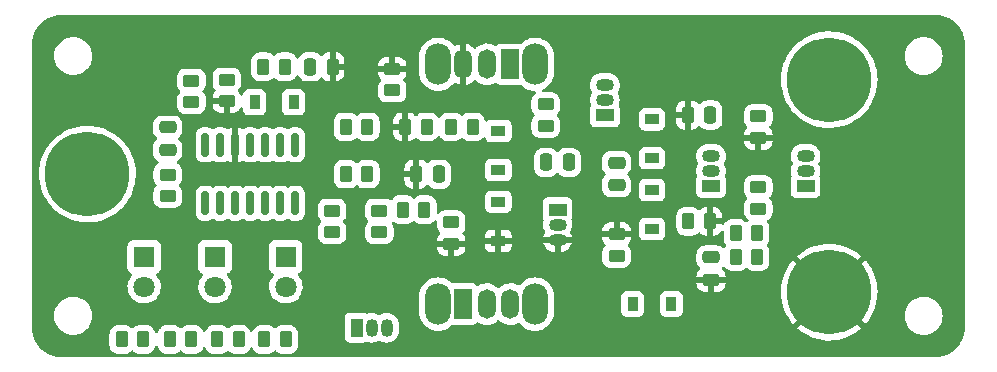
<source format=gbr>
%TF.GenerationSoftware,KiCad,Pcbnew,(6.99.0-143-g3f711b8958)*%
%TF.CreationDate,2021-12-29T15:34:20+01:00*%
%TF.ProjectId,Logic_Probe,4c6f6769-635f-4507-926f-62652e6b6963,rev?*%
%TF.SameCoordinates,Original*%
%TF.FileFunction,Copper,L1,Top*%
%TF.FilePolarity,Positive*%
%FSLAX46Y46*%
G04 Gerber Fmt 4.6, Leading zero omitted, Abs format (unit mm)*
G04 Created by KiCad (PCBNEW (6.99.0-143-g3f711b8958)) date 2021-12-29 15:34:20*
%MOMM*%
%LPD*%
G01*
G04 APERTURE LIST*
G04 Aperture macros list*
%AMRoundRect*
0 Rectangle with rounded corners*
0 $1 Rounding radius*
0 $2 $3 $4 $5 $6 $7 $8 $9 X,Y pos of 4 corners*
0 Add a 4 corners polygon primitive as box body*
4,1,4,$2,$3,$4,$5,$6,$7,$8,$9,$2,$3,0*
0 Add four circle primitives for the rounded corners*
1,1,$1+$1,$2,$3*
1,1,$1+$1,$4,$5*
1,1,$1+$1,$6,$7*
1,1,$1+$1,$8,$9*
0 Add four rect primitives between the rounded corners*
20,1,$1+$1,$2,$3,$4,$5,0*
20,1,$1+$1,$4,$5,$6,$7,0*
20,1,$1+$1,$6,$7,$8,$9,0*
20,1,$1+$1,$8,$9,$2,$3,0*%
G04 Aperture macros list end*
%TA.AperFunction,ComponentPad*%
%ADD10C,7.160000*%
%TD*%
%TA.AperFunction,SMDPad,CuDef*%
%ADD11R,0.900000X1.200000*%
%TD*%
%TA.AperFunction,SMDPad,CuDef*%
%ADD12RoundRect,0.250000X0.262500X0.450000X-0.262500X0.450000X-0.262500X-0.450000X0.262500X-0.450000X0*%
%TD*%
%TA.AperFunction,ComponentPad*%
%ADD13R,1.050000X1.500000*%
%TD*%
%TA.AperFunction,ComponentPad*%
%ADD14O,1.050000X1.500000*%
%TD*%
%TA.AperFunction,SMDPad,CuDef*%
%ADD15RoundRect,0.250000X0.475000X-0.250000X0.475000X0.250000X-0.475000X0.250000X-0.475000X-0.250000X0*%
%TD*%
%TA.AperFunction,SMDPad,CuDef*%
%ADD16R,1.200000X0.900000*%
%TD*%
%TA.AperFunction,SMDPad,CuDef*%
%ADD17RoundRect,0.250000X-0.450000X0.262500X-0.450000X-0.262500X0.450000X-0.262500X0.450000X0.262500X0*%
%TD*%
%TA.AperFunction,ComponentPad*%
%ADD18R,1.500000X1.050000*%
%TD*%
%TA.AperFunction,ComponentPad*%
%ADD19O,1.500000X1.050000*%
%TD*%
%TA.AperFunction,SMDPad,CuDef*%
%ADD20RoundRect,0.250000X-0.250000X-0.475000X0.250000X-0.475000X0.250000X0.475000X-0.250000X0.475000X0*%
%TD*%
%TA.AperFunction,SMDPad,CuDef*%
%ADD21RoundRect,0.250000X0.450000X-0.262500X0.450000X0.262500X-0.450000X0.262500X-0.450000X-0.262500X0*%
%TD*%
%TA.AperFunction,ComponentPad*%
%ADD22O,2.200000X3.500000*%
%TD*%
%TA.AperFunction,ComponentPad*%
%ADD23R,1.500000X2.500000*%
%TD*%
%TA.AperFunction,ComponentPad*%
%ADD24O,1.500000X2.500000*%
%TD*%
%TA.AperFunction,SMDPad,CuDef*%
%ADD25RoundRect,0.250000X-0.262500X-0.450000X0.262500X-0.450000X0.262500X0.450000X-0.262500X0.450000X0*%
%TD*%
%TA.AperFunction,ComponentPad*%
%ADD26R,1.800000X1.800000*%
%TD*%
%TA.AperFunction,ComponentPad*%
%ADD27C,1.800000*%
%TD*%
%TA.AperFunction,SMDPad,CuDef*%
%ADD28RoundRect,0.150000X0.150000X-0.825000X0.150000X0.825000X-0.150000X0.825000X-0.150000X-0.825000X0*%
%TD*%
%TA.AperFunction,SMDPad,CuDef*%
%ADD29RoundRect,0.250000X0.250000X0.475000X-0.250000X0.475000X-0.250000X-0.475000X0.250000X-0.475000X0*%
%TD*%
G04 APERTURE END LIST*
D10*
%TO.P,J3,1,Pin_1*%
%TO.N,Net-(D9-A)*%
X239000000Y-72000000D03*
%TD*%
D11*
%TO.P,D1,1,K*%
%TO.N,Net-(D1-K)*%
X193650000Y-73912500D03*
%TO.P,D1,2,A*%
%TO.N,Net-(D1-A)*%
X190350000Y-73912500D03*
%TD*%
D12*
%TO.P,R19,1*%
%TO.N,Net-(SW2-C)*%
X204912500Y-76000000D03*
%TO.P,R19,2*%
%TO.N,GND*%
X203087500Y-76000000D03*
%TD*%
%TO.P,R10,1*%
%TO.N,VCC*%
X185000000Y-94000000D03*
%TO.P,R10,2*%
%TO.N,Net-(D6-A)*%
X183175000Y-94000000D03*
%TD*%
D13*
%TO.P,Q5,1,E*%
%TO.N,VCC*%
X199000000Y-93000000D03*
D14*
%TO.P,Q5,2,B*%
%TO.N,Net-(Q5-B)*%
X200270000Y-93000000D03*
%TO.P,Q5,3,C*%
%TO.N,Net-(Q5-C)*%
X201540000Y-93000000D03*
%TD*%
D15*
%TO.P,C5,1*%
%TO.N,Net-(Q2-E)*%
X221000000Y-80950000D03*
%TO.P,C5,2*%
%TO.N,Net-(D3-A)*%
X221000000Y-79050000D03*
%TD*%
D16*
%TO.P,D5,1,K*%
%TO.N,Net-(D5-K)*%
X224000000Y-84650000D03*
%TO.P,D5,2,A*%
%TO.N,Net-(D3-A)*%
X224000000Y-81350000D03*
%TD*%
D17*
%TO.P,R7,1*%
%TO.N,Net-(J1-Pin_1)*%
X183000000Y-80037500D03*
%TO.P,R7,2*%
%TO.N,Net-(D2-A)*%
X183000000Y-81862500D03*
%TD*%
D18*
%TO.P,Q1,1,E*%
%TO.N,Net-(Q1-E)*%
X237000000Y-81000000D03*
D19*
%TO.P,Q1,2,B*%
%TO.N,Net-(Q1-B)*%
X237000000Y-79730000D03*
%TO.P,Q1,3,C*%
%TO.N,Net-(D3-K)*%
X237000000Y-78460000D03*
%TD*%
D20*
%TO.P,C6,1*%
%TO.N,GND*%
X204050000Y-80000000D03*
%TO.P,C6,2*%
%TO.N,Net-(SW2-C)*%
X205950000Y-80000000D03*
%TD*%
D17*
%TO.P,R24,1*%
%TO.N,Net-(U1A-+)*%
X233000000Y-81087500D03*
%TO.P,R24,2*%
%TO.N,VCC*%
X233000000Y-82912500D03*
%TD*%
%TO.P,R17,1*%
%TO.N,Net-(U1B--)*%
X207000000Y-84087500D03*
%TO.P,R17,2*%
%TO.N,GND*%
X207000000Y-85912500D03*
%TD*%
D21*
%TO.P,R18,1*%
%TO.N,Net-(Q2-B)*%
X221000000Y-86912500D03*
%TO.P,R18,2*%
%TO.N,GND*%
X221000000Y-85087500D03*
%TD*%
D17*
%TO.P,R8,1*%
%TO.N,VCC*%
X215000000Y-74087500D03*
%TO.P,R8,2*%
%TO.N,Net-(Q2-B)*%
X215000000Y-75912500D03*
%TD*%
%TO.P,R20,1*%
%TO.N,GND*%
X202000000Y-71087500D03*
%TO.P,R20,2*%
%TO.N,Net-(SW1-B)*%
X202000000Y-72912500D03*
%TD*%
D15*
%TO.P,C7,1*%
%TO.N,GND*%
X229000000Y-88950000D03*
%TO.P,C7,2*%
%TO.N,Net-(D9-A)*%
X229000000Y-87050000D03*
%TD*%
D22*
%TO.P,SW2,*%
%TO.N,*%
X205900000Y-91000000D03*
X214100000Y-91000000D03*
D23*
%TO.P,SW2,1,A*%
%TO.N,unconnected-(SW2-A)*%
X208000000Y-91000000D03*
D24*
%TO.P,SW2,2,B*%
%TO.N,Net-(Q5-C)*%
X210000000Y-91000000D03*
%TO.P,SW2,3,C*%
%TO.N,Net-(SW2-C)*%
X212000000Y-91000000D03*
%TD*%
D10*
%TO.P,J1,1,Pin_1*%
%TO.N,Net-(J1-Pin_1)*%
X176200000Y-80000000D03*
%TD*%
D20*
%TO.P,C4,1*%
%TO.N,Net-(D2-A)*%
X215050000Y-79000000D03*
%TO.P,C4,2*%
%TO.N,Net-(Q2-B)*%
X216950000Y-79000000D03*
%TD*%
%TO.P,C1,1*%
%TO.N,GND*%
X227050000Y-75000000D03*
%TO.P,C1,2*%
%TO.N,Net-(Q1-E)*%
X228950000Y-75000000D03*
%TD*%
D25*
%TO.P,R2,1*%
%TO.N,Net-(U1C-+)*%
X231087500Y-87000000D03*
%TO.P,R2,2*%
%TO.N,VCC*%
X232912500Y-87000000D03*
%TD*%
D12*
%TO.P,R4,1*%
%TO.N,Net-(Q1-E)*%
X232912500Y-85000000D03*
%TO.P,R4,2*%
%TO.N,Net-(U1C-+)*%
X231087500Y-85000000D03*
%TD*%
D21*
%TO.P,R22,1*%
%TO.N,Net-(D2-A)*%
X200912500Y-84912500D03*
%TO.P,R22,2*%
%TO.N,Net-(R12-Pad2)*%
X200912500Y-83087500D03*
%TD*%
D12*
%TO.P,R11,1*%
%TO.N,VCC*%
X208825000Y-76000000D03*
%TO.P,R11,2*%
%TO.N,Net-(SW2-C)*%
X207000000Y-76000000D03*
%TD*%
D18*
%TO.P,Q4,1,E*%
%TO.N,Net-(Q2-E)*%
X216000000Y-83000000D03*
D19*
%TO.P,Q4,2,B*%
%TO.N,Net-(Q2-B)*%
X216000000Y-84270000D03*
%TO.P,Q4,3,C*%
%TO.N,GND*%
X216000000Y-85540000D03*
%TD*%
D21*
%TO.P,R3,1*%
%TO.N,VCC*%
X185000000Y-73912500D03*
%TO.P,R3,2*%
%TO.N,Net-(D1-A)*%
X185000000Y-72087500D03*
%TD*%
D22*
%TO.P,SW1,*%
%TO.N,*%
X214100000Y-70702500D03*
X205900000Y-70702500D03*
D23*
%TO.P,SW1,1,A*%
%TO.N,Net-(SW1-A)*%
X212000000Y-70702500D03*
D24*
%TO.P,SW1,2,B*%
%TO.N,Net-(SW1-B)*%
X210000000Y-70702500D03*
%TO.P,SW1,3,C*%
%TO.N,GND*%
X208000000Y-70702500D03*
%TD*%
D25*
%TO.P,R9,1*%
%TO.N,Net-(D1-A)*%
X191087500Y-70912500D03*
%TO.P,R9,2*%
%TO.N,Net-(U1C--)*%
X192912500Y-70912500D03*
%TD*%
D10*
%TO.P,J2,1,Pin_1*%
%TO.N,GND*%
X239000000Y-90000000D03*
%TD*%
D26*
%TO.P,D6,1,K*%
%TO.N,Net-(D6-K)*%
X181000000Y-87000000D03*
D27*
%TO.P,D6,2,A*%
%TO.N,Net-(D6-A)*%
X181000000Y-89540000D03*
%TD*%
D25*
%TO.P,R13,1*%
%TO.N,Net-(R12-Pad2)*%
X202912500Y-83000000D03*
%TO.P,R13,2*%
%TO.N,Net-(U1B--)*%
X204737500Y-83000000D03*
%TD*%
%TO.P,R12,1*%
%TO.N,Net-(SW1-A)*%
X198087500Y-80000000D03*
%TO.P,R12,2*%
%TO.N,Net-(R12-Pad2)*%
X199912500Y-80000000D03*
%TD*%
D18*
%TO.P,Q2,1,E*%
%TO.N,Net-(Q2-E)*%
X220000000Y-75000000D03*
D19*
%TO.P,Q2,2,B*%
%TO.N,Net-(Q2-B)*%
X220000000Y-73730000D03*
%TO.P,Q2,3,C*%
%TO.N,VCC*%
X220000000Y-72460000D03*
%TD*%
D25*
%TO.P,R1,1*%
%TO.N,Net-(D1-K)*%
X198087500Y-76000000D03*
%TO.P,R1,2*%
%TO.N,Net-(U1C-+)*%
X199912500Y-76000000D03*
%TD*%
D26*
%TO.P,D8,1,K*%
%TO.N,Net-(D8-K)*%
X193000000Y-87000000D03*
D27*
%TO.P,D8,2,A*%
%TO.N,Net-(D8-A)*%
X193000000Y-89540000D03*
%TD*%
D18*
%TO.P,Q3,1,E*%
%TO.N,Net-(D5-K)*%
X229000000Y-81000000D03*
D19*
%TO.P,Q3,2,B*%
%TO.N,Net-(D3-K)*%
X229000000Y-79730000D03*
%TO.P,Q3,3,C*%
%TO.N,Net-(Q1-B)*%
X229000000Y-78460000D03*
%TD*%
D25*
%TO.P,R14,1*%
%TO.N,Net-(D5-K)*%
X227087500Y-84000000D03*
%TO.P,R14,2*%
%TO.N,GND*%
X228912500Y-84000000D03*
%TD*%
D12*
%TO.P,R6,1*%
%TO.N,VCC*%
X189000000Y-94000000D03*
%TO.P,R6,2*%
%TO.N,Net-(D4-A)*%
X187175000Y-94000000D03*
%TD*%
D17*
%TO.P,R15,1*%
%TO.N,Net-(D3-K)*%
X233000000Y-75087500D03*
%TO.P,R15,2*%
%TO.N,GND*%
X233000000Y-76912500D03*
%TD*%
D25*
%TO.P,R23,1*%
%TO.N,Net-(D8-A)*%
X191175000Y-94000000D03*
%TO.P,R23,2*%
%TO.N,VCC*%
X193000000Y-94000000D03*
%TD*%
D16*
%TO.P,D7,1,K*%
%TO.N,Net-(D2-A)*%
X211000000Y-82350000D03*
%TO.P,D7,2,A*%
%TO.N,GND*%
X211000000Y-85650000D03*
%TD*%
D28*
%TO.P,U1,1*%
%TO.N,Net-(D4-K)*%
X186190000Y-82475000D03*
%TO.P,U1,2*%
%TO.N,Net-(D8-K)*%
X187460000Y-82475000D03*
%TO.P,U1,3,V+*%
%TO.N,VCC*%
X188730000Y-82475000D03*
%TO.P,U1,4,-*%
%TO.N,Net-(D2-A)*%
X190000000Y-82475000D03*
%TO.P,U1,5,+*%
%TO.N,Net-(U1A-+)*%
X191270000Y-82475000D03*
%TO.P,U1,6,-*%
%TO.N,Net-(U1B--)*%
X192540000Y-82475000D03*
%TO.P,U1,7,+*%
%TO.N,Net-(D2-A)*%
X193810000Y-82475000D03*
%TO.P,U1,8,-*%
%TO.N,Net-(SW2-C)*%
X193810000Y-77525000D03*
%TO.P,U1,9,+*%
%TO.N,Net-(D1-A)*%
X192540000Y-77525000D03*
%TO.P,U1,10,-*%
%TO.N,Net-(U1C--)*%
X191270000Y-77525000D03*
%TO.P,U1,11,+*%
%TO.N,Net-(U1C-+)*%
X190000000Y-77525000D03*
%TO.P,U1,12,V-*%
%TO.N,GND*%
X188730000Y-77525000D03*
%TO.P,U1,13*%
%TO.N,Net-(D1-K)*%
X187460000Y-77525000D03*
%TO.P,U1,14*%
%TO.N,Net-(D6-K)*%
X186190000Y-77525000D03*
%TD*%
D16*
%TO.P,D3,1,K*%
%TO.N,Net-(D3-K)*%
X224000000Y-75350000D03*
%TO.P,D3,2,A*%
%TO.N,Net-(D3-A)*%
X224000000Y-78650000D03*
%TD*%
%TO.P,D2,1,K*%
%TO.N,VCC*%
X211000000Y-76350000D03*
%TO.P,D2,2,A*%
%TO.N,Net-(D2-A)*%
X211000000Y-79650000D03*
%TD*%
D25*
%TO.P,R16,1*%
%TO.N,Net-(D6-A)*%
X179087500Y-94000000D03*
%TO.P,R16,2*%
%TO.N,Net-(Q5-B)*%
X180912500Y-94000000D03*
%TD*%
D11*
%TO.P,D9,1,K*%
%TO.N,VCC*%
X222350000Y-91000000D03*
%TO.P,D9,2,A*%
%TO.N,Net-(D9-A)*%
X225650000Y-91000000D03*
%TD*%
D26*
%TO.P,D4,1,K*%
%TO.N,Net-(D4-K)*%
X187000000Y-87000000D03*
D27*
%TO.P,D4,2,A*%
%TO.N,Net-(D4-A)*%
X187000000Y-89540000D03*
%TD*%
D29*
%TO.P,C3,1*%
%TO.N,GND*%
X196950000Y-70912500D03*
%TO.P,C3,2*%
%TO.N,Net-(U1C--)*%
X195050000Y-70912500D03*
%TD*%
D17*
%TO.P,R5,1*%
%TO.N,Net-(D1-A)*%
X188000000Y-72000000D03*
%TO.P,R5,2*%
%TO.N,GND*%
X188000000Y-73825000D03*
%TD*%
D15*
%TO.P,C2,1*%
%TO.N,Net-(J1-Pin_1)*%
X183000000Y-77950000D03*
%TO.P,C2,2*%
%TO.N,Net-(D2-A)*%
X183000000Y-76050000D03*
%TD*%
D21*
%TO.P,R21,1*%
%TO.N,Net-(U1A-+)*%
X196912500Y-84912500D03*
%TO.P,R21,2*%
%TO.N,Net-(SW1-A)*%
X196912500Y-83087500D03*
%TD*%
%TA.AperFunction,Conductor*%
%TO.N,GND*%
G36*
X247970057Y-66509500D02*
G01*
X247984858Y-66511805D01*
X247984861Y-66511805D01*
X247993730Y-66513186D01*
X248010899Y-66510941D01*
X248034839Y-66510108D01*
X248292770Y-66525710D01*
X248307874Y-66527544D01*
X248378648Y-66540514D01*
X248588879Y-66579040D01*
X248603641Y-66582678D01*
X248876408Y-66667675D01*
X248890627Y-66673069D01*
X249151140Y-66790316D01*
X249164609Y-66797385D01*
X249409095Y-66945182D01*
X249421617Y-66953825D01*
X249646507Y-67130016D01*
X249657895Y-67140106D01*
X249859894Y-67342105D01*
X249869984Y-67353493D01*
X250046175Y-67578383D01*
X250054818Y-67590905D01*
X250202615Y-67835391D01*
X250209684Y-67848860D01*
X250318522Y-68090688D01*
X250326930Y-68109370D01*
X250332325Y-68123592D01*
X250415809Y-68391500D01*
X250417321Y-68396353D01*
X250420960Y-68411121D01*
X250430713Y-68464340D01*
X250472456Y-68692126D01*
X250474290Y-68707230D01*
X250489455Y-68957929D01*
X250488198Y-68984639D01*
X250488195Y-68984859D01*
X250486814Y-68993730D01*
X250487978Y-69002632D01*
X250487978Y-69002635D01*
X250490936Y-69025251D01*
X250492000Y-69041589D01*
X250492000Y-92950672D01*
X250490500Y-92970056D01*
X250486814Y-92993730D01*
X250488454Y-93006270D01*
X250489059Y-93010897D01*
X250489892Y-93034839D01*
X250474290Y-93292770D01*
X250472456Y-93307874D01*
X250469167Y-93325823D01*
X250423656Y-93574174D01*
X250420962Y-93588873D01*
X250417322Y-93603641D01*
X250332326Y-93876404D01*
X250326931Y-93890627D01*
X250229964Y-94106081D01*
X250209686Y-94151136D01*
X250202615Y-94164609D01*
X250054818Y-94409095D01*
X250046175Y-94421617D01*
X249869984Y-94646507D01*
X249859894Y-94657895D01*
X249657895Y-94859894D01*
X249646507Y-94869984D01*
X249421617Y-95046175D01*
X249409095Y-95054818D01*
X249164609Y-95202615D01*
X249151140Y-95209684D01*
X248890630Y-95326930D01*
X248876408Y-95332325D01*
X248603641Y-95417322D01*
X248588879Y-95420960D01*
X248378648Y-95459486D01*
X248307874Y-95472456D01*
X248292770Y-95474290D01*
X248042071Y-95489455D01*
X248015361Y-95488198D01*
X248015141Y-95488195D01*
X248006270Y-95486814D01*
X247997368Y-95487978D01*
X247997365Y-95487978D01*
X247974749Y-95490936D01*
X247958411Y-95492000D01*
X174049328Y-95492000D01*
X174029943Y-95490500D01*
X174015142Y-95488195D01*
X174015139Y-95488195D01*
X174006270Y-95486814D01*
X173989101Y-95489059D01*
X173965161Y-95489892D01*
X173707230Y-95474290D01*
X173692126Y-95472456D01*
X173621352Y-95459486D01*
X173411121Y-95420960D01*
X173396359Y-95417322D01*
X173123592Y-95332325D01*
X173109370Y-95326930D01*
X172848860Y-95209684D01*
X172835391Y-95202615D01*
X172590905Y-95054818D01*
X172578383Y-95046175D01*
X172353493Y-94869984D01*
X172342105Y-94859894D01*
X172140106Y-94657895D01*
X172130016Y-94646507D01*
X172015548Y-94500400D01*
X178066500Y-94500400D01*
X178077474Y-94606166D01*
X178079655Y-94612702D01*
X178079655Y-94612704D01*
X178094732Y-94657895D01*
X178133450Y-94773946D01*
X178226522Y-94924348D01*
X178351697Y-95049305D01*
X178357927Y-95053145D01*
X178357928Y-95053146D01*
X178495090Y-95137694D01*
X178502262Y-95142115D01*
X178582005Y-95168564D01*
X178663611Y-95195632D01*
X178663613Y-95195632D01*
X178670139Y-95197797D01*
X178676975Y-95198497D01*
X178676978Y-95198498D01*
X178720031Y-95202909D01*
X178774600Y-95208500D01*
X179400400Y-95208500D01*
X179403646Y-95208163D01*
X179403650Y-95208163D01*
X179499308Y-95198238D01*
X179499312Y-95198237D01*
X179506166Y-95197526D01*
X179512702Y-95195345D01*
X179512704Y-95195345D01*
X179644806Y-95151272D01*
X179673946Y-95141550D01*
X179824348Y-95048478D01*
X179910784Y-94961891D01*
X179973066Y-94927812D01*
X180043886Y-94932815D01*
X180088976Y-94961736D01*
X180176697Y-95049305D01*
X180182927Y-95053145D01*
X180182928Y-95053146D01*
X180320090Y-95137694D01*
X180327262Y-95142115D01*
X180407005Y-95168564D01*
X180488611Y-95195632D01*
X180488613Y-95195632D01*
X180495139Y-95197797D01*
X180501975Y-95198497D01*
X180501978Y-95198498D01*
X180545031Y-95202909D01*
X180599600Y-95208500D01*
X181225400Y-95208500D01*
X181228646Y-95208163D01*
X181228650Y-95208163D01*
X181324308Y-95198238D01*
X181324312Y-95198237D01*
X181331166Y-95197526D01*
X181337702Y-95195345D01*
X181337704Y-95195345D01*
X181469806Y-95151272D01*
X181498946Y-95141550D01*
X181649348Y-95048478D01*
X181774305Y-94923303D01*
X181778146Y-94917072D01*
X181863275Y-94778968D01*
X181863276Y-94778966D01*
X181867115Y-94772738D01*
X181922797Y-94604861D01*
X181924064Y-94605281D01*
X181954395Y-94549344D01*
X182016606Y-94515136D01*
X182087437Y-94519992D01*
X182144397Y-94562371D01*
X182164505Y-94606322D01*
X182164974Y-94606166D01*
X182220950Y-94773946D01*
X182314022Y-94924348D01*
X182439197Y-95049305D01*
X182445427Y-95053145D01*
X182445428Y-95053146D01*
X182582590Y-95137694D01*
X182589762Y-95142115D01*
X182669505Y-95168564D01*
X182751111Y-95195632D01*
X182751113Y-95195632D01*
X182757639Y-95197797D01*
X182764475Y-95198497D01*
X182764478Y-95198498D01*
X182807531Y-95202909D01*
X182862100Y-95208500D01*
X183487900Y-95208500D01*
X183491146Y-95208163D01*
X183491150Y-95208163D01*
X183586808Y-95198238D01*
X183586812Y-95198237D01*
X183593666Y-95197526D01*
X183600202Y-95195345D01*
X183600204Y-95195345D01*
X183732306Y-95151272D01*
X183761446Y-95141550D01*
X183911848Y-95048478D01*
X183998284Y-94961891D01*
X184060566Y-94927812D01*
X184131386Y-94932815D01*
X184176476Y-94961736D01*
X184264197Y-95049305D01*
X184270427Y-95053145D01*
X184270428Y-95053146D01*
X184407590Y-95137694D01*
X184414762Y-95142115D01*
X184494505Y-95168564D01*
X184576111Y-95195632D01*
X184576113Y-95195632D01*
X184582639Y-95197797D01*
X184589475Y-95198497D01*
X184589478Y-95198498D01*
X184632531Y-95202909D01*
X184687100Y-95208500D01*
X185312900Y-95208500D01*
X185316146Y-95208163D01*
X185316150Y-95208163D01*
X185411808Y-95198238D01*
X185411812Y-95198237D01*
X185418666Y-95197526D01*
X185425202Y-95195345D01*
X185425204Y-95195345D01*
X185557306Y-95151272D01*
X185586446Y-95141550D01*
X185736848Y-95048478D01*
X185861805Y-94923303D01*
X185865646Y-94917072D01*
X185950775Y-94778968D01*
X185950776Y-94778966D01*
X185954615Y-94772738D01*
X185967949Y-94732537D01*
X186008380Y-94674177D01*
X186073945Y-94646941D01*
X186143826Y-94659475D01*
X186195838Y-94707800D01*
X186207065Y-94732328D01*
X186220950Y-94773946D01*
X186314022Y-94924348D01*
X186439197Y-95049305D01*
X186445427Y-95053145D01*
X186445428Y-95053146D01*
X186582590Y-95137694D01*
X186589762Y-95142115D01*
X186669505Y-95168564D01*
X186751111Y-95195632D01*
X186751113Y-95195632D01*
X186757639Y-95197797D01*
X186764475Y-95198497D01*
X186764478Y-95198498D01*
X186807531Y-95202909D01*
X186862100Y-95208500D01*
X187487900Y-95208500D01*
X187491146Y-95208163D01*
X187491150Y-95208163D01*
X187586808Y-95198238D01*
X187586812Y-95198237D01*
X187593666Y-95197526D01*
X187600202Y-95195345D01*
X187600204Y-95195345D01*
X187732306Y-95151272D01*
X187761446Y-95141550D01*
X187911848Y-95048478D01*
X187998284Y-94961891D01*
X188060566Y-94927812D01*
X188131386Y-94932815D01*
X188176476Y-94961736D01*
X188264197Y-95049305D01*
X188270427Y-95053145D01*
X188270428Y-95053146D01*
X188407590Y-95137694D01*
X188414762Y-95142115D01*
X188494505Y-95168564D01*
X188576111Y-95195632D01*
X188576113Y-95195632D01*
X188582639Y-95197797D01*
X188589475Y-95198497D01*
X188589478Y-95198498D01*
X188632531Y-95202909D01*
X188687100Y-95208500D01*
X189312900Y-95208500D01*
X189316146Y-95208163D01*
X189316150Y-95208163D01*
X189411808Y-95198238D01*
X189411812Y-95198237D01*
X189418666Y-95197526D01*
X189425202Y-95195345D01*
X189425204Y-95195345D01*
X189557306Y-95151272D01*
X189586446Y-95141550D01*
X189736848Y-95048478D01*
X189861805Y-94923303D01*
X189865646Y-94917072D01*
X189950775Y-94778968D01*
X189950776Y-94778966D01*
X189954615Y-94772738D01*
X189967949Y-94732537D01*
X190008380Y-94674177D01*
X190073945Y-94646941D01*
X190143826Y-94659475D01*
X190195838Y-94707800D01*
X190207065Y-94732328D01*
X190220950Y-94773946D01*
X190314022Y-94924348D01*
X190439197Y-95049305D01*
X190445427Y-95053145D01*
X190445428Y-95053146D01*
X190582590Y-95137694D01*
X190589762Y-95142115D01*
X190669505Y-95168564D01*
X190751111Y-95195632D01*
X190751113Y-95195632D01*
X190757639Y-95197797D01*
X190764475Y-95198497D01*
X190764478Y-95198498D01*
X190807531Y-95202909D01*
X190862100Y-95208500D01*
X191487900Y-95208500D01*
X191491146Y-95208163D01*
X191491150Y-95208163D01*
X191586808Y-95198238D01*
X191586812Y-95198237D01*
X191593666Y-95197526D01*
X191600202Y-95195345D01*
X191600204Y-95195345D01*
X191732306Y-95151272D01*
X191761446Y-95141550D01*
X191911848Y-95048478D01*
X191998284Y-94961891D01*
X192060566Y-94927812D01*
X192131386Y-94932815D01*
X192176476Y-94961736D01*
X192264197Y-95049305D01*
X192270427Y-95053145D01*
X192270428Y-95053146D01*
X192407590Y-95137694D01*
X192414762Y-95142115D01*
X192494505Y-95168564D01*
X192576111Y-95195632D01*
X192576113Y-95195632D01*
X192582639Y-95197797D01*
X192589475Y-95198497D01*
X192589478Y-95198498D01*
X192632531Y-95202909D01*
X192687100Y-95208500D01*
X193312900Y-95208500D01*
X193316146Y-95208163D01*
X193316150Y-95208163D01*
X193411808Y-95198238D01*
X193411812Y-95198237D01*
X193418666Y-95197526D01*
X193425202Y-95195345D01*
X193425204Y-95195345D01*
X193557306Y-95151272D01*
X193586446Y-95141550D01*
X193736848Y-95048478D01*
X193861805Y-94923303D01*
X193865646Y-94917072D01*
X193950775Y-94778968D01*
X193950776Y-94778966D01*
X193954615Y-94772738D01*
X193987306Y-94674177D01*
X194008132Y-94611389D01*
X194008132Y-94611387D01*
X194010297Y-94604861D01*
X194014651Y-94562371D01*
X194015985Y-94549344D01*
X194021000Y-94500400D01*
X194021000Y-93798134D01*
X197966500Y-93798134D01*
X197973255Y-93860316D01*
X198024385Y-93996705D01*
X198111739Y-94113261D01*
X198228295Y-94200615D01*
X198364684Y-94251745D01*
X198426866Y-94258500D01*
X199573134Y-94258500D01*
X199635316Y-94251745D01*
X199676623Y-94236260D01*
X199763296Y-94203768D01*
X199763299Y-94203766D01*
X199771705Y-94200615D01*
X199778894Y-94195227D01*
X199779137Y-94195094D01*
X199848494Y-94179924D01*
X199876907Y-94185248D01*
X200061180Y-94242290D01*
X200067305Y-94242934D01*
X200067306Y-94242934D01*
X200256622Y-94262832D01*
X200256623Y-94262832D01*
X200262750Y-94263476D01*
X200346014Y-94255898D01*
X200458457Y-94245665D01*
X200458460Y-94245664D01*
X200464596Y-94245106D01*
X200470502Y-94243368D01*
X200470506Y-94243367D01*
X200653120Y-94189620D01*
X200653119Y-94189620D01*
X200659029Y-94187881D01*
X200664486Y-94185028D01*
X200664489Y-94185027D01*
X200801765Y-94113261D01*
X200838460Y-94094077D01*
X200838462Y-94094077D01*
X200838645Y-94093981D01*
X200838663Y-94094016D01*
X200904441Y-94074111D01*
X200965409Y-94089271D01*
X201137565Y-94182356D01*
X201206733Y-94203767D01*
X201325293Y-94240468D01*
X201325296Y-94240469D01*
X201331180Y-94242290D01*
X201337305Y-94242934D01*
X201337306Y-94242934D01*
X201526622Y-94262832D01*
X201526623Y-94262832D01*
X201532750Y-94263476D01*
X201616014Y-94255898D01*
X201728457Y-94245665D01*
X201728460Y-94245664D01*
X201734596Y-94245106D01*
X201740502Y-94243368D01*
X201740506Y-94243367D01*
X201923120Y-94189620D01*
X201923119Y-94189620D01*
X201929029Y-94187881D01*
X201934486Y-94185028D01*
X201934489Y-94185027D01*
X202071765Y-94113261D01*
X202108645Y-94093981D01*
X202266601Y-93966981D01*
X202396881Y-93811719D01*
X202399845Y-93806327D01*
X202399848Y-93806323D01*
X202491556Y-93639506D01*
X202494523Y-93634109D01*
X202555807Y-93440916D01*
X202561822Y-93387297D01*
X202571571Y-93300377D01*
X202573500Y-93283183D01*
X202573500Y-92723996D01*
X202558723Y-92573287D01*
X202500142Y-92379258D01*
X202404990Y-92200302D01*
X202276890Y-92043237D01*
X202230585Y-92004930D01*
X202125472Y-91917973D01*
X202125469Y-91917971D01*
X202120722Y-91914044D01*
X201942435Y-91817644D01*
X201845628Y-91787677D01*
X201754707Y-91759532D01*
X201754704Y-91759531D01*
X201748820Y-91757710D01*
X201742695Y-91757066D01*
X201742694Y-91757066D01*
X201553378Y-91737168D01*
X201553377Y-91737168D01*
X201547250Y-91736524D01*
X201463986Y-91744102D01*
X201351543Y-91754335D01*
X201351540Y-91754336D01*
X201345404Y-91754894D01*
X201339498Y-91756632D01*
X201339494Y-91756633D01*
X201204947Y-91796233D01*
X201150971Y-91812119D01*
X201145514Y-91814972D01*
X201145511Y-91814973D01*
X201084813Y-91846705D01*
X200971540Y-91905923D01*
X200971538Y-91905923D01*
X200971355Y-91906019D01*
X200971337Y-91905984D01*
X200905559Y-91925889D01*
X200844591Y-91910729D01*
X200835815Y-91905984D01*
X200672435Y-91817644D01*
X200575628Y-91787677D01*
X200484707Y-91759532D01*
X200484704Y-91759531D01*
X200478820Y-91757710D01*
X200472695Y-91757066D01*
X200472694Y-91757066D01*
X200283378Y-91737168D01*
X200283377Y-91737168D01*
X200277250Y-91736524D01*
X200193986Y-91744102D01*
X200081543Y-91754335D01*
X200081540Y-91754336D01*
X200075404Y-91754894D01*
X200069498Y-91756632D01*
X200069494Y-91756633D01*
X199886879Y-91810380D01*
X199886877Y-91810381D01*
X199885493Y-91810788D01*
X199880971Y-91812119D01*
X199880718Y-91811260D01*
X199815338Y-91817714D01*
X199778594Y-91804548D01*
X199771705Y-91799385D01*
X199763304Y-91796236D01*
X199763301Y-91796234D01*
X199646722Y-91752531D01*
X199635316Y-91748255D01*
X199573134Y-91741500D01*
X198426866Y-91741500D01*
X198364684Y-91748255D01*
X198228295Y-91799385D01*
X198111739Y-91886739D01*
X198024385Y-92003295D01*
X197973255Y-92139684D01*
X197966500Y-92201866D01*
X197966500Y-93798134D01*
X194021000Y-93798134D01*
X194021000Y-93499600D01*
X194016610Y-93457291D01*
X194010738Y-93400692D01*
X194010737Y-93400688D01*
X194010026Y-93393834D01*
X193999585Y-93362537D01*
X193956368Y-93233002D01*
X193954050Y-93226054D01*
X193860978Y-93075652D01*
X193735803Y-92950695D01*
X193725205Y-92944162D01*
X193591468Y-92861725D01*
X193591466Y-92861724D01*
X193585238Y-92857885D01*
X193424754Y-92804655D01*
X193423889Y-92804368D01*
X193423887Y-92804368D01*
X193417361Y-92802203D01*
X193410525Y-92801503D01*
X193410522Y-92801502D01*
X193367469Y-92797091D01*
X193312900Y-92791500D01*
X192687100Y-92791500D01*
X192683854Y-92791837D01*
X192683850Y-92791837D01*
X192588192Y-92801762D01*
X192588188Y-92801763D01*
X192581334Y-92802474D01*
X192574798Y-92804655D01*
X192574796Y-92804655D01*
X192442694Y-92848728D01*
X192413554Y-92858450D01*
X192263152Y-92951522D01*
X192257979Y-92956704D01*
X192251172Y-92963523D01*
X192203881Y-93010897D01*
X192176716Y-93038109D01*
X192114434Y-93072188D01*
X192043614Y-93067185D01*
X191998525Y-93038264D01*
X191915983Y-92955866D01*
X191910803Y-92950695D01*
X191900205Y-92944162D01*
X191766468Y-92861725D01*
X191766466Y-92861724D01*
X191760238Y-92857885D01*
X191599754Y-92804655D01*
X191598889Y-92804368D01*
X191598887Y-92804368D01*
X191592361Y-92802203D01*
X191585525Y-92801503D01*
X191585522Y-92801502D01*
X191542469Y-92797091D01*
X191487900Y-92791500D01*
X190862100Y-92791500D01*
X190858854Y-92791837D01*
X190858850Y-92791837D01*
X190763192Y-92801762D01*
X190763188Y-92801763D01*
X190756334Y-92802474D01*
X190749798Y-92804655D01*
X190749796Y-92804655D01*
X190617694Y-92848728D01*
X190588554Y-92858450D01*
X190438152Y-92951522D01*
X190432979Y-92956704D01*
X190392389Y-92997365D01*
X190313195Y-93076697D01*
X190309355Y-93082927D01*
X190309354Y-93082928D01*
X190287234Y-93118814D01*
X190220385Y-93227262D01*
X190208503Y-93263086D01*
X190207051Y-93267463D01*
X190166620Y-93325823D01*
X190101055Y-93353059D01*
X190031174Y-93340525D01*
X189979162Y-93292200D01*
X189967934Y-93267670D01*
X189956369Y-93233004D01*
X189956368Y-93233002D01*
X189954050Y-93226054D01*
X189860978Y-93075652D01*
X189735803Y-92950695D01*
X189725205Y-92944162D01*
X189591468Y-92861725D01*
X189591466Y-92861724D01*
X189585238Y-92857885D01*
X189424754Y-92804655D01*
X189423889Y-92804368D01*
X189423887Y-92804368D01*
X189417361Y-92802203D01*
X189410525Y-92801503D01*
X189410522Y-92801502D01*
X189367469Y-92797091D01*
X189312900Y-92791500D01*
X188687100Y-92791500D01*
X188683854Y-92791837D01*
X188683850Y-92791837D01*
X188588192Y-92801762D01*
X188588188Y-92801763D01*
X188581334Y-92802474D01*
X188574798Y-92804655D01*
X188574796Y-92804655D01*
X188442694Y-92848728D01*
X188413554Y-92858450D01*
X188263152Y-92951522D01*
X188257979Y-92956704D01*
X188251172Y-92963523D01*
X188203881Y-93010897D01*
X188176716Y-93038109D01*
X188114434Y-93072188D01*
X188043614Y-93067185D01*
X187998525Y-93038264D01*
X187915983Y-92955866D01*
X187910803Y-92950695D01*
X187900205Y-92944162D01*
X187766468Y-92861725D01*
X187766466Y-92861724D01*
X187760238Y-92857885D01*
X187599754Y-92804655D01*
X187598889Y-92804368D01*
X187598887Y-92804368D01*
X187592361Y-92802203D01*
X187585525Y-92801503D01*
X187585522Y-92801502D01*
X187542469Y-92797091D01*
X187487900Y-92791500D01*
X186862100Y-92791500D01*
X186858854Y-92791837D01*
X186858850Y-92791837D01*
X186763192Y-92801762D01*
X186763188Y-92801763D01*
X186756334Y-92802474D01*
X186749798Y-92804655D01*
X186749796Y-92804655D01*
X186617694Y-92848728D01*
X186588554Y-92858450D01*
X186438152Y-92951522D01*
X186432979Y-92956704D01*
X186392389Y-92997365D01*
X186313195Y-93076697D01*
X186309355Y-93082927D01*
X186309354Y-93082928D01*
X186287234Y-93118814D01*
X186220385Y-93227262D01*
X186208503Y-93263086D01*
X186207051Y-93267463D01*
X186166620Y-93325823D01*
X186101055Y-93353059D01*
X186031174Y-93340525D01*
X185979162Y-93292200D01*
X185967934Y-93267670D01*
X185956369Y-93233004D01*
X185956368Y-93233002D01*
X185954050Y-93226054D01*
X185860978Y-93075652D01*
X185735803Y-92950695D01*
X185725205Y-92944162D01*
X185591468Y-92861725D01*
X185591466Y-92861724D01*
X185585238Y-92857885D01*
X185424754Y-92804655D01*
X185423889Y-92804368D01*
X185423887Y-92804368D01*
X185417361Y-92802203D01*
X185410525Y-92801503D01*
X185410522Y-92801502D01*
X185367469Y-92797091D01*
X185312900Y-92791500D01*
X184687100Y-92791500D01*
X184683854Y-92791837D01*
X184683850Y-92791837D01*
X184588192Y-92801762D01*
X184588188Y-92801763D01*
X184581334Y-92802474D01*
X184574798Y-92804655D01*
X184574796Y-92804655D01*
X184442694Y-92848728D01*
X184413554Y-92858450D01*
X184263152Y-92951522D01*
X184257979Y-92956704D01*
X184251172Y-92963523D01*
X184203881Y-93010897D01*
X184176716Y-93038109D01*
X184114434Y-93072188D01*
X184043614Y-93067185D01*
X183998525Y-93038264D01*
X183915983Y-92955866D01*
X183910803Y-92950695D01*
X183900205Y-92944162D01*
X183766468Y-92861725D01*
X183766466Y-92861724D01*
X183760238Y-92857885D01*
X183599754Y-92804655D01*
X183598889Y-92804368D01*
X183598887Y-92804368D01*
X183592361Y-92802203D01*
X183585525Y-92801503D01*
X183585522Y-92801502D01*
X183542469Y-92797091D01*
X183487900Y-92791500D01*
X182862100Y-92791500D01*
X182858854Y-92791837D01*
X182858850Y-92791837D01*
X182763192Y-92801762D01*
X182763188Y-92801763D01*
X182756334Y-92802474D01*
X182749798Y-92804655D01*
X182749796Y-92804655D01*
X182617694Y-92848728D01*
X182588554Y-92858450D01*
X182438152Y-92951522D01*
X182432979Y-92956704D01*
X182392389Y-92997365D01*
X182313195Y-93076697D01*
X182309355Y-93082927D01*
X182309354Y-93082928D01*
X182287234Y-93118814D01*
X182220385Y-93227262D01*
X182164703Y-93395139D01*
X182163436Y-93394719D01*
X182133105Y-93450656D01*
X182070894Y-93484864D01*
X182000063Y-93480008D01*
X181943103Y-93437629D01*
X181922995Y-93393678D01*
X181922526Y-93393834D01*
X181921071Y-93389474D01*
X181866550Y-93226054D01*
X181773478Y-93075652D01*
X181648303Y-92950695D01*
X181637705Y-92944162D01*
X181503968Y-92861725D01*
X181503966Y-92861724D01*
X181497738Y-92857885D01*
X181337254Y-92804655D01*
X181336389Y-92804368D01*
X181336387Y-92804368D01*
X181329861Y-92802203D01*
X181323025Y-92801503D01*
X181323022Y-92801502D01*
X181279969Y-92797091D01*
X181225400Y-92791500D01*
X180599600Y-92791500D01*
X180596354Y-92791837D01*
X180596350Y-92791837D01*
X180500692Y-92801762D01*
X180500688Y-92801763D01*
X180493834Y-92802474D01*
X180487298Y-92804655D01*
X180487296Y-92804655D01*
X180355194Y-92848728D01*
X180326054Y-92858450D01*
X180175652Y-92951522D01*
X180170479Y-92956704D01*
X180163672Y-92963523D01*
X180116381Y-93010897D01*
X180089216Y-93038109D01*
X180026934Y-93072188D01*
X179956114Y-93067185D01*
X179911025Y-93038264D01*
X179828483Y-92955866D01*
X179823303Y-92950695D01*
X179812705Y-92944162D01*
X179678968Y-92861725D01*
X179678966Y-92861724D01*
X179672738Y-92857885D01*
X179512254Y-92804655D01*
X179511389Y-92804368D01*
X179511387Y-92804368D01*
X179504861Y-92802203D01*
X179498025Y-92801503D01*
X179498022Y-92801502D01*
X179454969Y-92797091D01*
X179400400Y-92791500D01*
X178774600Y-92791500D01*
X178771354Y-92791837D01*
X178771350Y-92791837D01*
X178675692Y-92801762D01*
X178675688Y-92801763D01*
X178668834Y-92802474D01*
X178662298Y-92804655D01*
X178662296Y-92804655D01*
X178530194Y-92848728D01*
X178501054Y-92858450D01*
X178350652Y-92951522D01*
X178345479Y-92956704D01*
X178304889Y-92997365D01*
X178225695Y-93076697D01*
X178221855Y-93082927D01*
X178221854Y-93082928D01*
X178199734Y-93118814D01*
X178132885Y-93227262D01*
X178130581Y-93234209D01*
X178088017Y-93362537D01*
X178077203Y-93395139D01*
X178076503Y-93401975D01*
X178076502Y-93401978D01*
X178072657Y-93439511D01*
X178066500Y-93499600D01*
X178066500Y-94500400D01*
X172015548Y-94500400D01*
X171953825Y-94421617D01*
X171945182Y-94409095D01*
X171797385Y-94164609D01*
X171790314Y-94151136D01*
X171770037Y-94106081D01*
X171673069Y-93890627D01*
X171667674Y-93876404D01*
X171582678Y-93603641D01*
X171579038Y-93588873D01*
X171576345Y-93574174D01*
X171530833Y-93325823D01*
X171527544Y-93307874D01*
X171525710Y-93292770D01*
X171510545Y-93042071D01*
X171511802Y-93015361D01*
X171511805Y-93015141D01*
X171513186Y-93006270D01*
X171511547Y-92993730D01*
X171509064Y-92974749D01*
X171508000Y-92958411D01*
X171508000Y-92000000D01*
X173386526Y-92000000D01*
X173406391Y-92252403D01*
X173465495Y-92498591D01*
X173467388Y-92503162D01*
X173467389Y-92503164D01*
X173560138Y-92727079D01*
X173562384Y-92732502D01*
X173694672Y-92948376D01*
X173859102Y-93140898D01*
X174051624Y-93305328D01*
X174267498Y-93437616D01*
X174272068Y-93439509D01*
X174272072Y-93439511D01*
X174496836Y-93532611D01*
X174501409Y-93534505D01*
X174586032Y-93554821D01*
X174742784Y-93592454D01*
X174742790Y-93592455D01*
X174747597Y-93593609D01*
X174847416Y-93601465D01*
X174934345Y-93608307D01*
X174934352Y-93608307D01*
X174936801Y-93608500D01*
X175063199Y-93608500D01*
X175065648Y-93608307D01*
X175065655Y-93608307D01*
X175152584Y-93601465D01*
X175252403Y-93593609D01*
X175257210Y-93592455D01*
X175257216Y-93592454D01*
X175413968Y-93554821D01*
X175498591Y-93534505D01*
X175503164Y-93532611D01*
X175727928Y-93439511D01*
X175727932Y-93439509D01*
X175732502Y-93437616D01*
X175948376Y-93305328D01*
X176140898Y-93140898D01*
X176305328Y-92948376D01*
X176437616Y-92732502D01*
X176439863Y-92727079D01*
X176532611Y-92503164D01*
X176532612Y-92503162D01*
X176534505Y-92498591D01*
X176593609Y-92252403D01*
X176613474Y-92000000D01*
X176593609Y-91747597D01*
X176592146Y-91741500D01*
X176585351Y-91713199D01*
X204291500Y-91713199D01*
X204291693Y-91715648D01*
X204291693Y-91715655D01*
X204298035Y-91796233D01*
X204306391Y-91902403D01*
X204307545Y-91907210D01*
X204307546Y-91907216D01*
X204329822Y-92000000D01*
X204365495Y-92148591D01*
X204367388Y-92153162D01*
X204367389Y-92153164D01*
X204451688Y-92356679D01*
X204462384Y-92382502D01*
X204594672Y-92598376D01*
X204759102Y-92790898D01*
X204951624Y-92955328D01*
X205167498Y-93087616D01*
X205172068Y-93089509D01*
X205172072Y-93089511D01*
X205339653Y-93158925D01*
X205401409Y-93184505D01*
X205486032Y-93204821D01*
X205642784Y-93242454D01*
X205642790Y-93242455D01*
X205647597Y-93243609D01*
X205900000Y-93263474D01*
X206152403Y-93243609D01*
X206157210Y-93242455D01*
X206157216Y-93242454D01*
X206313968Y-93204821D01*
X206398591Y-93184505D01*
X206460347Y-93158925D01*
X206627928Y-93089511D01*
X206627932Y-93089509D01*
X206632502Y-93087616D01*
X206848376Y-92955328D01*
X207040898Y-92790898D01*
X207043093Y-92788328D01*
X207105024Y-92754510D01*
X207145414Y-92752368D01*
X207198467Y-92758131D01*
X207198471Y-92758131D01*
X207201866Y-92758500D01*
X208798134Y-92758500D01*
X208860316Y-92751745D01*
X208996705Y-92700615D01*
X209113261Y-92613261D01*
X209137579Y-92580813D01*
X209194436Y-92538299D01*
X209265254Y-92533273D01*
X209308680Y-92551798D01*
X209386601Y-92604159D01*
X209386610Y-92604164D01*
X209391262Y-92607290D01*
X209596967Y-92697588D01*
X209602418Y-92698897D01*
X209602422Y-92698898D01*
X209809954Y-92748722D01*
X209815411Y-92750032D01*
X209893079Y-92754510D01*
X210034083Y-92762640D01*
X210034086Y-92762640D01*
X210039690Y-92762963D01*
X210262715Y-92735975D01*
X210477435Y-92669918D01*
X210482415Y-92667348D01*
X210482419Y-92667346D01*
X210672081Y-92569454D01*
X210672082Y-92569454D01*
X210677064Y-92566882D01*
X210855292Y-92430123D01*
X210859063Y-92425978D01*
X210859067Y-92425975D01*
X210906480Y-92373869D01*
X210967121Y-92336946D01*
X211038096Y-92338669D01*
X211087358Y-92368183D01*
X211204799Y-92481992D01*
X211391262Y-92607290D01*
X211596967Y-92697588D01*
X211602418Y-92698897D01*
X211602422Y-92698898D01*
X211809954Y-92748722D01*
X211815411Y-92750032D01*
X211893079Y-92754510D01*
X212034083Y-92762640D01*
X212034086Y-92762640D01*
X212039690Y-92762963D01*
X212262715Y-92735975D01*
X212477435Y-92669918D01*
X212482415Y-92667348D01*
X212482419Y-92667346D01*
X212651278Y-92580191D01*
X212720985Y-92566722D01*
X212786909Y-92593077D01*
X212804879Y-92610327D01*
X212955889Y-92787137D01*
X212955894Y-92787142D01*
X212959102Y-92790898D01*
X213151624Y-92955328D01*
X213367498Y-93087616D01*
X213372068Y-93089509D01*
X213372072Y-93089511D01*
X213539653Y-93158925D01*
X213601409Y-93184505D01*
X213686032Y-93204821D01*
X213842784Y-93242454D01*
X213842790Y-93242455D01*
X213847597Y-93243609D01*
X214100000Y-93263474D01*
X214352403Y-93243609D01*
X214357210Y-93242455D01*
X214357216Y-93242454D01*
X214513968Y-93204821D01*
X214598591Y-93184505D01*
X214660347Y-93158925D01*
X214827928Y-93089511D01*
X214827932Y-93089509D01*
X214832502Y-93087616D01*
X214865813Y-93067203D01*
X236298337Y-93067203D01*
X236298392Y-93067983D01*
X236303744Y-93076030D01*
X236345036Y-93114806D01*
X236349746Y-93118814D01*
X236661666Y-93359025D01*
X236666719Y-93362537D01*
X237000619Y-93571180D01*
X237005976Y-93574174D01*
X237358642Y-93749240D01*
X237364282Y-93751704D01*
X237732325Y-93891510D01*
X237738197Y-93893418D01*
X238118143Y-93996647D01*
X238124121Y-93997961D01*
X238512359Y-94063627D01*
X238518445Y-94064352D01*
X238911218Y-94091818D01*
X238917354Y-94091946D01*
X239310932Y-94080953D01*
X239317063Y-94080481D01*
X239707664Y-94031136D01*
X239713737Y-94030066D01*
X240097674Y-93942838D01*
X240103589Y-93941186D01*
X240477180Y-93816909D01*
X240482914Y-93814685D01*
X240842610Y-93654538D01*
X240848079Y-93651775D01*
X241190434Y-93457291D01*
X241195608Y-93454007D01*
X241517336Y-93227053D01*
X241522199Y-93223253D01*
X241691958Y-93076721D01*
X241700376Y-93063678D01*
X241694437Y-93053647D01*
X239012812Y-90372022D01*
X238998868Y-90364408D01*
X238997035Y-90364539D01*
X238990420Y-90368790D01*
X236305951Y-93053259D01*
X236298337Y-93067203D01*
X214865813Y-93067203D01*
X215048376Y-92955328D01*
X215240898Y-92790898D01*
X215405328Y-92598376D01*
X215537616Y-92382502D01*
X215548313Y-92356679D01*
X215632611Y-92153164D01*
X215632612Y-92153162D01*
X215634505Y-92148591D01*
X215670178Y-92000000D01*
X215692454Y-91907216D01*
X215692455Y-91907210D01*
X215693609Y-91902403D01*
X215701965Y-91796233D01*
X215708307Y-91715655D01*
X215708307Y-91715648D01*
X215708500Y-91713199D01*
X215708500Y-91648134D01*
X221391500Y-91648134D01*
X221398255Y-91710316D01*
X221449385Y-91846705D01*
X221536739Y-91963261D01*
X221653295Y-92050615D01*
X221789684Y-92101745D01*
X221851866Y-92108500D01*
X222848134Y-92108500D01*
X222910316Y-92101745D01*
X223046705Y-92050615D01*
X223163261Y-91963261D01*
X223250615Y-91846705D01*
X223301745Y-91710316D01*
X223308500Y-91648134D01*
X224691500Y-91648134D01*
X224698255Y-91710316D01*
X224749385Y-91846705D01*
X224836739Y-91963261D01*
X224953295Y-92050615D01*
X225089684Y-92101745D01*
X225151866Y-92108500D01*
X226148134Y-92108500D01*
X226210316Y-92101745D01*
X226346705Y-92050615D01*
X226463261Y-91963261D01*
X226550615Y-91846705D01*
X226601745Y-91710316D01*
X226608500Y-91648134D01*
X226608500Y-90351866D01*
X226601745Y-90289684D01*
X226550615Y-90153295D01*
X226463261Y-90036739D01*
X226346705Y-89949385D01*
X226210316Y-89898255D01*
X226148134Y-89891500D01*
X225151866Y-89891500D01*
X225089684Y-89898255D01*
X224953295Y-89949385D01*
X224836739Y-90036739D01*
X224749385Y-90153295D01*
X224698255Y-90289684D01*
X224691500Y-90351866D01*
X224691500Y-91648134D01*
X223308500Y-91648134D01*
X223308500Y-90351866D01*
X223301745Y-90289684D01*
X223250615Y-90153295D01*
X223163261Y-90036739D01*
X223046705Y-89949385D01*
X222910316Y-89898255D01*
X222848134Y-89891500D01*
X221851866Y-89891500D01*
X221789684Y-89898255D01*
X221653295Y-89949385D01*
X221536739Y-90036739D01*
X221449385Y-90153295D01*
X221398255Y-90289684D01*
X221391500Y-90351866D01*
X221391500Y-91648134D01*
X215708500Y-91648134D01*
X215708500Y-90286801D01*
X215693609Y-90097597D01*
X215685765Y-90064922D01*
X215654821Y-89936032D01*
X215634505Y-89851409D01*
X215632611Y-89846836D01*
X215539511Y-89622072D01*
X215539509Y-89622068D01*
X215537616Y-89617498D01*
X215405328Y-89401624D01*
X215273347Y-89247095D01*
X227767001Y-89247095D01*
X227767338Y-89253614D01*
X227777257Y-89349206D01*
X227780149Y-89362600D01*
X227831588Y-89516784D01*
X227837761Y-89529962D01*
X227923063Y-89667807D01*
X227932099Y-89679208D01*
X228046829Y-89793739D01*
X228058240Y-89802751D01*
X228196243Y-89887816D01*
X228209424Y-89893963D01*
X228363710Y-89945138D01*
X228377086Y-89948005D01*
X228471438Y-89957672D01*
X228477854Y-89958000D01*
X228727885Y-89958000D01*
X228743124Y-89953525D01*
X228744329Y-89952135D01*
X228746000Y-89944452D01*
X228746000Y-89939884D01*
X229254000Y-89939884D01*
X229258475Y-89955123D01*
X229259865Y-89956328D01*
X229267548Y-89957999D01*
X229522095Y-89957999D01*
X229528614Y-89957662D01*
X229624206Y-89947743D01*
X229632543Y-89945943D01*
X234907577Y-89945943D01*
X234921317Y-90339410D01*
X234921831Y-90345539D01*
X234973904Y-90735801D01*
X234975014Y-90741848D01*
X235064920Y-91125166D01*
X235066614Y-91131076D01*
X235193498Y-91503793D01*
X235195765Y-91509518D01*
X235358405Y-91868056D01*
X235361226Y-91873546D01*
X235558084Y-92214513D01*
X235561404Y-92219666D01*
X235790611Y-92539818D01*
X235794425Y-92544629D01*
X235923340Y-92691888D01*
X235936554Y-92700286D01*
X235946350Y-92694440D01*
X238627978Y-90012812D01*
X238634356Y-90001132D01*
X239364408Y-90001132D01*
X239364539Y-90002965D01*
X239368790Y-90009580D01*
X242053950Y-92694740D01*
X242067894Y-92702354D01*
X242068909Y-92702282D01*
X242076640Y-92697179D01*
X242096212Y-92676627D01*
X242100222Y-92671981D01*
X242342607Y-92361742D01*
X242346179Y-92356679D01*
X242557128Y-92024276D01*
X242560171Y-92018920D01*
X242569728Y-92000000D01*
X245386526Y-92000000D01*
X245406391Y-92252403D01*
X245465495Y-92498591D01*
X245467388Y-92503162D01*
X245467389Y-92503164D01*
X245560138Y-92727079D01*
X245562384Y-92732502D01*
X245694672Y-92948376D01*
X245859102Y-93140898D01*
X246051624Y-93305328D01*
X246267498Y-93437616D01*
X246272068Y-93439509D01*
X246272072Y-93439511D01*
X246496836Y-93532611D01*
X246501409Y-93534505D01*
X246586032Y-93554821D01*
X246742784Y-93592454D01*
X246742790Y-93592455D01*
X246747597Y-93593609D01*
X246847416Y-93601465D01*
X246934345Y-93608307D01*
X246934352Y-93608307D01*
X246936801Y-93608500D01*
X247063199Y-93608500D01*
X247065648Y-93608307D01*
X247065655Y-93608307D01*
X247152584Y-93601465D01*
X247252403Y-93593609D01*
X247257210Y-93592455D01*
X247257216Y-93592454D01*
X247413968Y-93554821D01*
X247498591Y-93534505D01*
X247503164Y-93532611D01*
X247727928Y-93439511D01*
X247727932Y-93439509D01*
X247732502Y-93437616D01*
X247948376Y-93305328D01*
X248140898Y-93140898D01*
X248305328Y-92948376D01*
X248437616Y-92732502D01*
X248439863Y-92727079D01*
X248532611Y-92503164D01*
X248532612Y-92503162D01*
X248534505Y-92498591D01*
X248593609Y-92252403D01*
X248613474Y-92000000D01*
X248593609Y-91747597D01*
X248592146Y-91741500D01*
X248535660Y-91506221D01*
X248534505Y-91501409D01*
X248437616Y-91267498D01*
X248305328Y-91051624D01*
X248140898Y-90859102D01*
X247948376Y-90694672D01*
X247732502Y-90562384D01*
X247727932Y-90560491D01*
X247727928Y-90560489D01*
X247503164Y-90467389D01*
X247503162Y-90467388D01*
X247498591Y-90465495D01*
X247413968Y-90445179D01*
X247257216Y-90407546D01*
X247257210Y-90407545D01*
X247252403Y-90406391D01*
X247152584Y-90398535D01*
X247065655Y-90391693D01*
X247065648Y-90391693D01*
X247063199Y-90391500D01*
X246936801Y-90391500D01*
X246934352Y-90391693D01*
X246934345Y-90391693D01*
X246847416Y-90398535D01*
X246747597Y-90406391D01*
X246742790Y-90407545D01*
X246742784Y-90407546D01*
X246586032Y-90445179D01*
X246501409Y-90465495D01*
X246496838Y-90467388D01*
X246496836Y-90467389D01*
X246272072Y-90560489D01*
X246272068Y-90560491D01*
X246267498Y-90562384D01*
X246051624Y-90694672D01*
X245859102Y-90859102D01*
X245694672Y-91051624D01*
X245562384Y-91267498D01*
X245465495Y-91501409D01*
X245464340Y-91506221D01*
X245407855Y-91741500D01*
X245406391Y-91747597D01*
X245386526Y-92000000D01*
X242569728Y-92000000D01*
X242737687Y-91667499D01*
X242740195Y-91661864D01*
X242882566Y-91294809D01*
X242884515Y-91288950D01*
X242990390Y-90909748D01*
X242991751Y-90903756D01*
X243060123Y-90516000D01*
X243060891Y-90509924D01*
X243091184Y-90116232D01*
X243091361Y-90112323D01*
X243092902Y-90001974D01*
X243092834Y-89998030D01*
X243073546Y-89603673D01*
X243072945Y-89597548D01*
X243015433Y-89208073D01*
X243014233Y-89202011D01*
X242918990Y-88820015D01*
X242917205Y-88814100D01*
X242785134Y-88443205D01*
X242782791Y-88437521D01*
X242615155Y-88081274D01*
X242612266Y-88075840D01*
X242410668Y-87737658D01*
X242407260Y-87732528D01*
X242173616Y-87415619D01*
X242169738Y-87410864D01*
X242076965Y-87307830D01*
X242063442Y-87299499D01*
X242063365Y-87299500D01*
X242054081Y-87305129D01*
X239372022Y-89987188D01*
X239364408Y-90001132D01*
X238634356Y-90001132D01*
X238635592Y-89998868D01*
X238635461Y-89997035D01*
X238631210Y-89990420D01*
X235947291Y-87306501D01*
X235933347Y-87298887D01*
X235932802Y-87298926D01*
X235924442Y-87304528D01*
X235866729Y-87366852D01*
X235862771Y-87371569D01*
X235624732Y-87685175D01*
X235621257Y-87690249D01*
X235414952Y-88025593D01*
X235411987Y-88030986D01*
X235239395Y-88384852D01*
X235236969Y-88390510D01*
X235099729Y-88759539D01*
X235097871Y-88765396D01*
X234997294Y-89146065D01*
X234996019Y-89152065D01*
X234933070Y-89540723D01*
X234932383Y-89546844D01*
X234907663Y-89939767D01*
X234907577Y-89945943D01*
X229632543Y-89945943D01*
X229637600Y-89944851D01*
X229791784Y-89893412D01*
X229804962Y-89887239D01*
X229942807Y-89801937D01*
X229954208Y-89792901D01*
X230068739Y-89678171D01*
X230077751Y-89666760D01*
X230162816Y-89528757D01*
X230168963Y-89515576D01*
X230220138Y-89361290D01*
X230223005Y-89347914D01*
X230232672Y-89253562D01*
X230233000Y-89247146D01*
X230233000Y-89222115D01*
X230228525Y-89206876D01*
X230227135Y-89205671D01*
X230219452Y-89204000D01*
X229272115Y-89204000D01*
X229256876Y-89208475D01*
X229255671Y-89209865D01*
X229254000Y-89217548D01*
X229254000Y-89939884D01*
X228746000Y-89939884D01*
X228746000Y-89222115D01*
X228741525Y-89206876D01*
X228740135Y-89205671D01*
X228732452Y-89204000D01*
X227785116Y-89204000D01*
X227769877Y-89208475D01*
X227768672Y-89209865D01*
X227767001Y-89217548D01*
X227767001Y-89247095D01*
X215273347Y-89247095D01*
X215240898Y-89209102D01*
X215048376Y-89044672D01*
X214832502Y-88912384D01*
X214827932Y-88910491D01*
X214827928Y-88910489D01*
X214603164Y-88817389D01*
X214603162Y-88817388D01*
X214598591Y-88815495D01*
X214513968Y-88795179D01*
X214357216Y-88757546D01*
X214357210Y-88757545D01*
X214352403Y-88756391D01*
X214100000Y-88736526D01*
X213847597Y-88756391D01*
X213842790Y-88757545D01*
X213842784Y-88757546D01*
X213686032Y-88795179D01*
X213601409Y-88815495D01*
X213596838Y-88817388D01*
X213596836Y-88817389D01*
X213372072Y-88910489D01*
X213372068Y-88910491D01*
X213367498Y-88912384D01*
X213151624Y-89044672D01*
X212959102Y-89209102D01*
X212955894Y-89212858D01*
X212804617Y-89389980D01*
X212745166Y-89428789D01*
X212674172Y-89429295D01*
X212638534Y-89412733D01*
X212608738Y-89392710D01*
X212403033Y-89302412D01*
X212397582Y-89301103D01*
X212397578Y-89301102D01*
X212190046Y-89251278D01*
X212190045Y-89251278D01*
X212184589Y-89249968D01*
X212100525Y-89245121D01*
X211965917Y-89237360D01*
X211965914Y-89237360D01*
X211960310Y-89237037D01*
X211737285Y-89264025D01*
X211522565Y-89330082D01*
X211517585Y-89332652D01*
X211517581Y-89332654D01*
X211375790Y-89405838D01*
X211322936Y-89433118D01*
X211144708Y-89569877D01*
X211140937Y-89574022D01*
X211140933Y-89574025D01*
X211093520Y-89626131D01*
X211032879Y-89663054D01*
X210961904Y-89661331D01*
X210912642Y-89631817D01*
X210845207Y-89566467D01*
X210799229Y-89521911D01*
X210799226Y-89521909D01*
X210795201Y-89518008D01*
X210608738Y-89392710D01*
X210403033Y-89302412D01*
X210397582Y-89301103D01*
X210397578Y-89301102D01*
X210190046Y-89251278D01*
X210190045Y-89251278D01*
X210184589Y-89249968D01*
X210100525Y-89245121D01*
X209965917Y-89237360D01*
X209965914Y-89237360D01*
X209960310Y-89237037D01*
X209737285Y-89264025D01*
X209522565Y-89330082D01*
X209517585Y-89332652D01*
X209517581Y-89332654D01*
X209375790Y-89405838D01*
X209322936Y-89433118D01*
X209318488Y-89436531D01*
X209318482Y-89436535D01*
X209312986Y-89440752D01*
X209246766Y-89466352D01*
X209177217Y-89452087D01*
X209135458Y-89416356D01*
X209118641Y-89393918D01*
X209113261Y-89386739D01*
X208996705Y-89299385D01*
X208860316Y-89248255D01*
X208798134Y-89241500D01*
X207201866Y-89241500D01*
X207198471Y-89241869D01*
X207198467Y-89241869D01*
X207145414Y-89247632D01*
X207075531Y-89235103D01*
X207043240Y-89211845D01*
X207040898Y-89209102D01*
X206848376Y-89044672D01*
X206632502Y-88912384D01*
X206627932Y-88910491D01*
X206627928Y-88910489D01*
X206403164Y-88817389D01*
X206403162Y-88817388D01*
X206398591Y-88815495D01*
X206313968Y-88795179D01*
X206157216Y-88757546D01*
X206157210Y-88757545D01*
X206152403Y-88756391D01*
X205900000Y-88736526D01*
X205647597Y-88756391D01*
X205642790Y-88757545D01*
X205642784Y-88757546D01*
X205486032Y-88795179D01*
X205401409Y-88815495D01*
X205396838Y-88817388D01*
X205396836Y-88817389D01*
X205172072Y-88910489D01*
X205172068Y-88910491D01*
X205167498Y-88912384D01*
X204951624Y-89044672D01*
X204759102Y-89209102D01*
X204594672Y-89401624D01*
X204462384Y-89617498D01*
X204460491Y-89622068D01*
X204460489Y-89622072D01*
X204367389Y-89846836D01*
X204365495Y-89851409D01*
X204345179Y-89936032D01*
X204314236Y-90064922D01*
X204306391Y-90097597D01*
X204291500Y-90286801D01*
X204291500Y-91713199D01*
X176585351Y-91713199D01*
X176535660Y-91506221D01*
X176534505Y-91501409D01*
X176437616Y-91267498D01*
X176305328Y-91051624D01*
X176140898Y-90859102D01*
X175948376Y-90694672D01*
X175732502Y-90562384D01*
X175727932Y-90560491D01*
X175727928Y-90560489D01*
X175503164Y-90467389D01*
X175503162Y-90467388D01*
X175498591Y-90465495D01*
X175413968Y-90445179D01*
X175257216Y-90407546D01*
X175257210Y-90407545D01*
X175252403Y-90406391D01*
X175152584Y-90398535D01*
X175065655Y-90391693D01*
X175065648Y-90391693D01*
X175063199Y-90391500D01*
X174936801Y-90391500D01*
X174934352Y-90391693D01*
X174934345Y-90391693D01*
X174847416Y-90398535D01*
X174747597Y-90406391D01*
X174742790Y-90407545D01*
X174742784Y-90407546D01*
X174586032Y-90445179D01*
X174501409Y-90465495D01*
X174496838Y-90467388D01*
X174496836Y-90467389D01*
X174272072Y-90560489D01*
X174272068Y-90560491D01*
X174267498Y-90562384D01*
X174051624Y-90694672D01*
X173859102Y-90859102D01*
X173694672Y-91051624D01*
X173562384Y-91267498D01*
X173465495Y-91501409D01*
X173464340Y-91506221D01*
X173407855Y-91741500D01*
X173406391Y-91747597D01*
X173386526Y-92000000D01*
X171508000Y-92000000D01*
X171508000Y-89505469D01*
X179587095Y-89505469D01*
X179587392Y-89510622D01*
X179587392Y-89510625D01*
X179597112Y-89679208D01*
X179600427Y-89736697D01*
X179601564Y-89741743D01*
X179601565Y-89741749D01*
X179627363Y-89856221D01*
X179651346Y-89962642D01*
X179653288Y-89967424D01*
X179653289Y-89967428D01*
X179708149Y-90102531D01*
X179738484Y-90177237D01*
X179859501Y-90374719D01*
X180011147Y-90549784D01*
X180163785Y-90676507D01*
X180182556Y-90692090D01*
X180189349Y-90697730D01*
X180389322Y-90814584D01*
X180605694Y-90897209D01*
X180610760Y-90898240D01*
X180610761Y-90898240D01*
X180637873Y-90903756D01*
X180832656Y-90943385D01*
X180963324Y-90948176D01*
X181058949Y-90951683D01*
X181058953Y-90951683D01*
X181064113Y-90951872D01*
X181069233Y-90951216D01*
X181069235Y-90951216D01*
X181142270Y-90941860D01*
X181293847Y-90922442D01*
X181298795Y-90920957D01*
X181298802Y-90920956D01*
X181510747Y-90857369D01*
X181515690Y-90855886D01*
X181596236Y-90816427D01*
X181719049Y-90756262D01*
X181719052Y-90756260D01*
X181723684Y-90753991D01*
X181912243Y-90619494D01*
X182076303Y-90456005D01*
X182211458Y-90267917D01*
X182258641Y-90172450D01*
X182311784Y-90064922D01*
X182311785Y-90064920D01*
X182314078Y-90060280D01*
X182381408Y-89838671D01*
X182411640Y-89609041D01*
X182413327Y-89540000D01*
X182410488Y-89505469D01*
X185587095Y-89505469D01*
X185587392Y-89510622D01*
X185587392Y-89510625D01*
X185597112Y-89679208D01*
X185600427Y-89736697D01*
X185601564Y-89741743D01*
X185601565Y-89741749D01*
X185627363Y-89856221D01*
X185651346Y-89962642D01*
X185653288Y-89967424D01*
X185653289Y-89967428D01*
X185708149Y-90102531D01*
X185738484Y-90177237D01*
X185859501Y-90374719D01*
X186011147Y-90549784D01*
X186163785Y-90676507D01*
X186182556Y-90692090D01*
X186189349Y-90697730D01*
X186389322Y-90814584D01*
X186605694Y-90897209D01*
X186610760Y-90898240D01*
X186610761Y-90898240D01*
X186637873Y-90903756D01*
X186832656Y-90943385D01*
X186963324Y-90948176D01*
X187058949Y-90951683D01*
X187058953Y-90951683D01*
X187064113Y-90951872D01*
X187069233Y-90951216D01*
X187069235Y-90951216D01*
X187142270Y-90941860D01*
X187293847Y-90922442D01*
X187298795Y-90920957D01*
X187298802Y-90920956D01*
X187510747Y-90857369D01*
X187515690Y-90855886D01*
X187596236Y-90816427D01*
X187719049Y-90756262D01*
X187719052Y-90756260D01*
X187723684Y-90753991D01*
X187912243Y-90619494D01*
X188076303Y-90456005D01*
X188211458Y-90267917D01*
X188258641Y-90172450D01*
X188311784Y-90064922D01*
X188311785Y-90064920D01*
X188314078Y-90060280D01*
X188381408Y-89838671D01*
X188411640Y-89609041D01*
X188413327Y-89540000D01*
X188410488Y-89505469D01*
X191587095Y-89505469D01*
X191587392Y-89510622D01*
X191587392Y-89510625D01*
X191597112Y-89679208D01*
X191600427Y-89736697D01*
X191601564Y-89741743D01*
X191601565Y-89741749D01*
X191627363Y-89856221D01*
X191651346Y-89962642D01*
X191653288Y-89967424D01*
X191653289Y-89967428D01*
X191708149Y-90102531D01*
X191738484Y-90177237D01*
X191859501Y-90374719D01*
X192011147Y-90549784D01*
X192163785Y-90676507D01*
X192182556Y-90692090D01*
X192189349Y-90697730D01*
X192389322Y-90814584D01*
X192605694Y-90897209D01*
X192610760Y-90898240D01*
X192610761Y-90898240D01*
X192637873Y-90903756D01*
X192832656Y-90943385D01*
X192963324Y-90948176D01*
X193058949Y-90951683D01*
X193058953Y-90951683D01*
X193064113Y-90951872D01*
X193069233Y-90951216D01*
X193069235Y-90951216D01*
X193142270Y-90941860D01*
X193293847Y-90922442D01*
X193298795Y-90920957D01*
X193298802Y-90920956D01*
X193510747Y-90857369D01*
X193515690Y-90855886D01*
X193596236Y-90816427D01*
X193719049Y-90756262D01*
X193719052Y-90756260D01*
X193723684Y-90753991D01*
X193912243Y-90619494D01*
X194076303Y-90456005D01*
X194211458Y-90267917D01*
X194258641Y-90172450D01*
X194311784Y-90064922D01*
X194311785Y-90064920D01*
X194314078Y-90060280D01*
X194381408Y-89838671D01*
X194411640Y-89609041D01*
X194413327Y-89540000D01*
X194403162Y-89416356D01*
X194394773Y-89314318D01*
X194394772Y-89314312D01*
X194394349Y-89309167D01*
X194337925Y-89084533D01*
X194335866Y-89079797D01*
X194247630Y-88876868D01*
X194247628Y-88876865D01*
X194245570Y-88872131D01*
X194119764Y-88677665D01*
X194091350Y-88646438D01*
X194029848Y-88578848D01*
X193998796Y-88515002D01*
X194007192Y-88444504D01*
X194052369Y-88389736D01*
X194078812Y-88376067D01*
X194138297Y-88353767D01*
X194146705Y-88350615D01*
X194263261Y-88263261D01*
X194350615Y-88146705D01*
X194401745Y-88010316D01*
X194408500Y-87948134D01*
X194408500Y-87225400D01*
X219791500Y-87225400D01*
X219791837Y-87228646D01*
X219791837Y-87228650D01*
X219800053Y-87307830D01*
X219802474Y-87331166D01*
X219804655Y-87337702D01*
X219804655Y-87337704D01*
X219829063Y-87410864D01*
X219858450Y-87498946D01*
X219951522Y-87649348D01*
X219956704Y-87654521D01*
X219992494Y-87690249D01*
X220076697Y-87774305D01*
X220082927Y-87778145D01*
X220082928Y-87778146D01*
X220220090Y-87862694D01*
X220227262Y-87867115D01*
X220243193Y-87872399D01*
X220388611Y-87920632D01*
X220388613Y-87920632D01*
X220395139Y-87922797D01*
X220401975Y-87923497D01*
X220401978Y-87923498D01*
X220444085Y-87927812D01*
X220499600Y-87933500D01*
X221500400Y-87933500D01*
X221503646Y-87933163D01*
X221503650Y-87933163D01*
X221599308Y-87923238D01*
X221599312Y-87923237D01*
X221606166Y-87922526D01*
X221612702Y-87920345D01*
X221612704Y-87920345D01*
X221756414Y-87872399D01*
X221773946Y-87866550D01*
X221924348Y-87773478D01*
X222049305Y-87648303D01*
X222142115Y-87497738D01*
X222190985Y-87350400D01*
X227766500Y-87350400D01*
X227766837Y-87353646D01*
X227766837Y-87353650D01*
X227772774Y-87410864D01*
X227777474Y-87456166D01*
X227779655Y-87462702D01*
X227779655Y-87462704D01*
X227793422Y-87503968D01*
X227833450Y-87623946D01*
X227926522Y-87774348D01*
X228051697Y-87899305D01*
X228056235Y-87902102D01*
X228096824Y-87959353D01*
X228100054Y-88030276D01*
X228064428Y-88091687D01*
X228055932Y-88099062D01*
X228045793Y-88107098D01*
X227931261Y-88221829D01*
X227922249Y-88233240D01*
X227837184Y-88371243D01*
X227831037Y-88384424D01*
X227779862Y-88538710D01*
X227776995Y-88552086D01*
X227767328Y-88646438D01*
X227767000Y-88652855D01*
X227767000Y-88677885D01*
X227771475Y-88693124D01*
X227772865Y-88694329D01*
X227780548Y-88696000D01*
X230214884Y-88696000D01*
X230230123Y-88691525D01*
X230231328Y-88690135D01*
X230232999Y-88682452D01*
X230232999Y-88652905D01*
X230232662Y-88646386D01*
X230222743Y-88550794D01*
X230219851Y-88537400D01*
X230168412Y-88383216D01*
X230162239Y-88370038D01*
X230076937Y-88232193D01*
X230067901Y-88220792D01*
X229953172Y-88106262D01*
X229944238Y-88099206D01*
X229903177Y-88041288D01*
X229899947Y-87970365D01*
X229935574Y-87908954D01*
X229943407Y-87902154D01*
X229949348Y-87898478D01*
X229998058Y-87849683D01*
X230060340Y-87815604D01*
X230131161Y-87820607D01*
X230188033Y-87863104D01*
X230194364Y-87872381D01*
X230226522Y-87924348D01*
X230351697Y-88049305D01*
X230357927Y-88053145D01*
X230357928Y-88053146D01*
X230495090Y-88137694D01*
X230502262Y-88142115D01*
X230516101Y-88146705D01*
X230663611Y-88195632D01*
X230663613Y-88195632D01*
X230670139Y-88197797D01*
X230676975Y-88198497D01*
X230676978Y-88198498D01*
X230720031Y-88202909D01*
X230774600Y-88208500D01*
X231400400Y-88208500D01*
X231403646Y-88208163D01*
X231403650Y-88208163D01*
X231499308Y-88198238D01*
X231499312Y-88198237D01*
X231506166Y-88197526D01*
X231512702Y-88195345D01*
X231512704Y-88195345D01*
X231658495Y-88146705D01*
X231673946Y-88141550D01*
X231824348Y-88048478D01*
X231910784Y-87961891D01*
X231973066Y-87927812D01*
X232043886Y-87932815D01*
X232088976Y-87961736D01*
X232176697Y-88049305D01*
X232182927Y-88053145D01*
X232182928Y-88053146D01*
X232320090Y-88137694D01*
X232327262Y-88142115D01*
X232341101Y-88146705D01*
X232488611Y-88195632D01*
X232488613Y-88195632D01*
X232495139Y-88197797D01*
X232501975Y-88198497D01*
X232501978Y-88198498D01*
X232545031Y-88202909D01*
X232599600Y-88208500D01*
X233225400Y-88208500D01*
X233228646Y-88208163D01*
X233228650Y-88208163D01*
X233324308Y-88198238D01*
X233324312Y-88198237D01*
X233331166Y-88197526D01*
X233337702Y-88195345D01*
X233337704Y-88195345D01*
X233483495Y-88146705D01*
X233498946Y-88141550D01*
X233649348Y-88048478D01*
X233656526Y-88041288D01*
X233769134Y-87928483D01*
X233774305Y-87923303D01*
X233789098Y-87899305D01*
X233863275Y-87778968D01*
X233863276Y-87778966D01*
X233867115Y-87772738D01*
X233906670Y-87653483D01*
X233920632Y-87611389D01*
X233920632Y-87611387D01*
X233922797Y-87604861D01*
X233933500Y-87500400D01*
X233933500Y-86936645D01*
X236299665Y-86936645D01*
X236305415Y-86946205D01*
X238987188Y-89627978D01*
X239001132Y-89635592D01*
X239002965Y-89635461D01*
X239009580Y-89631210D01*
X241693089Y-86947701D01*
X241700703Y-86933757D01*
X241700681Y-86933446D01*
X241694829Y-86924779D01*
X241611197Y-86848411D01*
X241606473Y-86844503D01*
X241291206Y-86608654D01*
X241286100Y-86605210D01*
X240949325Y-86401251D01*
X240943929Y-86398334D01*
X240588846Y-86228207D01*
X240583179Y-86225825D01*
X240213211Y-86091168D01*
X240207323Y-86089346D01*
X239825982Y-85991433D01*
X239819959Y-85990197D01*
X239430876Y-85929963D01*
X239424751Y-85929319D01*
X239031644Y-85907342D01*
X239025492Y-85907299D01*
X238632127Y-85923786D01*
X238626001Y-85924343D01*
X238236114Y-85979138D01*
X238230061Y-85980293D01*
X237847385Y-86072872D01*
X237841488Y-86074608D01*
X237469676Y-86204086D01*
X237463963Y-86206394D01*
X237106559Y-86371538D01*
X237101105Y-86374390D01*
X236761517Y-86573624D01*
X236756370Y-86576993D01*
X236437836Y-86808421D01*
X236433058Y-86812262D01*
X236308042Y-86923257D01*
X236299665Y-86936645D01*
X233933500Y-86936645D01*
X233933500Y-86499600D01*
X233932689Y-86491784D01*
X233923238Y-86400692D01*
X233923237Y-86400688D01*
X233922526Y-86393834D01*
X233915088Y-86371538D01*
X233868868Y-86233002D01*
X233866550Y-86226054D01*
X233773478Y-86075652D01*
X233773362Y-86075536D01*
X233747827Y-86012457D01*
X233760996Y-85942692D01*
X233771864Y-85925749D01*
X233774305Y-85923303D01*
X233832306Y-85829208D01*
X233863275Y-85778968D01*
X233863276Y-85778966D01*
X233867115Y-85772738D01*
X233908029Y-85649385D01*
X233920632Y-85611389D01*
X233920632Y-85611387D01*
X233922797Y-85604861D01*
X233923562Y-85597402D01*
X233932384Y-85511290D01*
X233933500Y-85500400D01*
X233933500Y-84499600D01*
X233932360Y-84488611D01*
X233923238Y-84400692D01*
X233923237Y-84400688D01*
X233922526Y-84393834D01*
X233902634Y-84334209D01*
X233868868Y-84233002D01*
X233866550Y-84226054D01*
X233773478Y-84075652D01*
X233757059Y-84059261D01*
X233722979Y-83996980D01*
X233727981Y-83926160D01*
X233770478Y-83869287D01*
X233779773Y-83862944D01*
X233791672Y-83855581D01*
X233924348Y-83773478D01*
X234049305Y-83648303D01*
X234097309Y-83570427D01*
X234138275Y-83503968D01*
X234138276Y-83503966D01*
X234142115Y-83497738D01*
X234174400Y-83400400D01*
X234195632Y-83336389D01*
X234195632Y-83336387D01*
X234197797Y-83329861D01*
X234200024Y-83308131D01*
X234202909Y-83279969D01*
X234208500Y-83225400D01*
X234208500Y-82599600D01*
X234202329Y-82540122D01*
X234198238Y-82500692D01*
X234198237Y-82500688D01*
X234197526Y-82493834D01*
X234179830Y-82440791D01*
X234143868Y-82333002D01*
X234141550Y-82326054D01*
X234048478Y-82175652D01*
X233961891Y-82089216D01*
X233927812Y-82026934D01*
X233932815Y-81956114D01*
X233961736Y-81911025D01*
X234044134Y-81828483D01*
X234049305Y-81823303D01*
X234062583Y-81801762D01*
X234138275Y-81678968D01*
X234138276Y-81678966D01*
X234142115Y-81672738D01*
X234187224Y-81536739D01*
X234195632Y-81511389D01*
X234195632Y-81511387D01*
X234197797Y-81504861D01*
X234208500Y-81400400D01*
X234208500Y-80774600D01*
X234205111Y-80741933D01*
X234198238Y-80675692D01*
X234198237Y-80675688D01*
X234197526Y-80668834D01*
X234192183Y-80652817D01*
X234143868Y-80508002D01*
X234141550Y-80501054D01*
X234048478Y-80350652D01*
X233923303Y-80225695D01*
X233915464Y-80220863D01*
X233778968Y-80136725D01*
X233778966Y-80136724D01*
X233772738Y-80132885D01*
X233670237Y-80098887D01*
X233611389Y-80079368D01*
X233611387Y-80079368D01*
X233604861Y-80077203D01*
X233598025Y-80076503D01*
X233598022Y-80076502D01*
X233554969Y-80072091D01*
X233500400Y-80066500D01*
X232499600Y-80066500D01*
X232496354Y-80066837D01*
X232496350Y-80066837D01*
X232400692Y-80076762D01*
X232400688Y-80076763D01*
X232393834Y-80077474D01*
X232387298Y-80079655D01*
X232387296Y-80079655D01*
X232257101Y-80123092D01*
X232226054Y-80133450D01*
X232075652Y-80226522D01*
X231950695Y-80351697D01*
X231946855Y-80357927D01*
X231946854Y-80357928D01*
X231881926Y-80463261D01*
X231857885Y-80502262D01*
X231843634Y-80545229D01*
X231812996Y-80637600D01*
X231802203Y-80670139D01*
X231791500Y-80774600D01*
X231791500Y-81400400D01*
X231791837Y-81403646D01*
X231791837Y-81403650D01*
X231796852Y-81451978D01*
X231802474Y-81506166D01*
X231804655Y-81512702D01*
X231804655Y-81512704D01*
X231818038Y-81552817D01*
X231858450Y-81673946D01*
X231951522Y-81824348D01*
X231985684Y-81858450D01*
X232038109Y-81910784D01*
X232072188Y-81973066D01*
X232067185Y-82043886D01*
X232038264Y-82088975D01*
X232015540Y-82111739D01*
X231950695Y-82176697D01*
X231946855Y-82182927D01*
X231946854Y-82182928D01*
X231869678Y-82308131D01*
X231857885Y-82327262D01*
X231802203Y-82495139D01*
X231801503Y-82501975D01*
X231801502Y-82501978D01*
X231797100Y-82544944D01*
X231791500Y-82599600D01*
X231791500Y-83225400D01*
X231791837Y-83228646D01*
X231791837Y-83228650D01*
X231799510Y-83302598D01*
X231802474Y-83331166D01*
X231804655Y-83337702D01*
X231804655Y-83337704D01*
X231813439Y-83364033D01*
X231858450Y-83498946D01*
X231951522Y-83649348D01*
X232076697Y-83774305D01*
X232082927Y-83778145D01*
X232111905Y-83796008D01*
X232159397Y-83848781D01*
X232170819Y-83918853D01*
X232142545Y-83983976D01*
X232134960Y-83992285D01*
X232108303Y-84018989D01*
X232089216Y-84038109D01*
X232026934Y-84072188D01*
X231956114Y-84067185D01*
X231911025Y-84038264D01*
X231828483Y-83955866D01*
X231823303Y-83950695D01*
X231811340Y-83943321D01*
X231678968Y-83861725D01*
X231678966Y-83861724D01*
X231672738Y-83857885D01*
X231571943Y-83824453D01*
X231511389Y-83804368D01*
X231511387Y-83804368D01*
X231504861Y-83802203D01*
X231498025Y-83801503D01*
X231498022Y-83801502D01*
X231449180Y-83796498D01*
X231400400Y-83791500D01*
X230774600Y-83791500D01*
X230771354Y-83791837D01*
X230771350Y-83791837D01*
X230675692Y-83801762D01*
X230675688Y-83801763D01*
X230668834Y-83802474D01*
X230662298Y-83804655D01*
X230662296Y-83804655D01*
X230530896Y-83848494D01*
X230501054Y-83858450D01*
X230350652Y-83951522D01*
X230225695Y-84076697D01*
X230221855Y-84082927D01*
X230221854Y-84082928D01*
X230212847Y-84097540D01*
X230132885Y-84227262D01*
X230132551Y-84227056D01*
X230088533Y-84277046D01*
X230020255Y-84296504D01*
X229952296Y-84275960D01*
X229938747Y-84265733D01*
X229927135Y-84255671D01*
X229919452Y-84254000D01*
X229184615Y-84254000D01*
X229169376Y-84258475D01*
X229168171Y-84259865D01*
X229166500Y-84267548D01*
X229166500Y-85189884D01*
X229170975Y-85205123D01*
X229172365Y-85206328D01*
X229180048Y-85207999D01*
X229222095Y-85207999D01*
X229228614Y-85207662D01*
X229324206Y-85197743D01*
X229337600Y-85194851D01*
X229491784Y-85143412D01*
X229504962Y-85137239D01*
X229642807Y-85051937D01*
X229654208Y-85042901D01*
X229768739Y-84928171D01*
X229777753Y-84916757D01*
X229833240Y-84826740D01*
X229886012Y-84779246D01*
X229956083Y-84767822D01*
X230021207Y-84796096D01*
X230060707Y-84855090D01*
X230066500Y-84892855D01*
X230066500Y-85500400D01*
X230066837Y-85503646D01*
X230066837Y-85503650D01*
X230076565Y-85597402D01*
X230077474Y-85606166D01*
X230079655Y-85612702D01*
X230079655Y-85612704D01*
X230094934Y-85658500D01*
X230133450Y-85773946D01*
X230226522Y-85924348D01*
X230226638Y-85924464D01*
X230252173Y-85987543D01*
X230239004Y-86057308D01*
X230228136Y-86074251D01*
X230225695Y-86076697D01*
X230159174Y-86184615D01*
X230156277Y-86189314D01*
X230103505Y-86236807D01*
X230033433Y-86248231D01*
X229968309Y-86219957D01*
X229959998Y-86212370D01*
X229953483Y-86205866D01*
X229948303Y-86200695D01*
X229907676Y-86175652D01*
X229803968Y-86111725D01*
X229803966Y-86111724D01*
X229797738Y-86107885D01*
X229700558Y-86075652D01*
X229636389Y-86054368D01*
X229636387Y-86054368D01*
X229629861Y-86052203D01*
X229623025Y-86051503D01*
X229623022Y-86051502D01*
X229579969Y-86047091D01*
X229525400Y-86041500D01*
X228474600Y-86041500D01*
X228471354Y-86041837D01*
X228471350Y-86041837D01*
X228375692Y-86051762D01*
X228375688Y-86051763D01*
X228368834Y-86052474D01*
X228362298Y-86054655D01*
X228362296Y-86054655D01*
X228259766Y-86088862D01*
X228201054Y-86108450D01*
X228050652Y-86201522D01*
X227925695Y-86326697D01*
X227921855Y-86332927D01*
X227921854Y-86332928D01*
X227838419Y-86468285D01*
X227832885Y-86477262D01*
X227810488Y-86544786D01*
X227791241Y-86602817D01*
X227777203Y-86645139D01*
X227766500Y-86749600D01*
X227766500Y-87350400D01*
X222190985Y-87350400D01*
X222197797Y-87329861D01*
X222200191Y-87306501D01*
X222208172Y-87228598D01*
X222208500Y-87225400D01*
X222208500Y-86599600D01*
X222207492Y-86589884D01*
X222198238Y-86500692D01*
X222198237Y-86500688D01*
X222197526Y-86493834D01*
X222184812Y-86455724D01*
X222150756Y-86353649D01*
X222141550Y-86326054D01*
X222048478Y-86175652D01*
X221997929Y-86125191D01*
X221961537Y-86088862D01*
X221927458Y-86026579D01*
X221932461Y-85955759D01*
X221961382Y-85910671D01*
X222043739Y-85828171D01*
X222052751Y-85816760D01*
X222137816Y-85678757D01*
X222143963Y-85665576D01*
X222195138Y-85511290D01*
X222198005Y-85497914D01*
X222207672Y-85403562D01*
X222208000Y-85397146D01*
X222208000Y-85359615D01*
X222203525Y-85344376D01*
X222202135Y-85343171D01*
X222194452Y-85341500D01*
X219810116Y-85341500D01*
X219794877Y-85345975D01*
X219793672Y-85347365D01*
X219792001Y-85355048D01*
X219792001Y-85397095D01*
X219792338Y-85403614D01*
X219802257Y-85499206D01*
X219805149Y-85512600D01*
X219856588Y-85666784D01*
X219862761Y-85679962D01*
X219948063Y-85817807D01*
X219957099Y-85829208D01*
X220038462Y-85910430D01*
X220072541Y-85972713D01*
X220067538Y-86043533D01*
X220038617Y-86088620D01*
X219955870Y-86171512D01*
X219955866Y-86171517D01*
X219950695Y-86176697D01*
X219946855Y-86182927D01*
X219946854Y-86182928D01*
X219893051Y-86270213D01*
X219857885Y-86327262D01*
X219833344Y-86401251D01*
X219808133Y-86477262D01*
X219802203Y-86495139D01*
X219801503Y-86501975D01*
X219801502Y-86501978D01*
X219797116Y-86544786D01*
X219791500Y-86599600D01*
X219791500Y-87225400D01*
X194408500Y-87225400D01*
X194408500Y-86222095D01*
X205792001Y-86222095D01*
X205792338Y-86228614D01*
X205802257Y-86324206D01*
X205805149Y-86337600D01*
X205856588Y-86491784D01*
X205862761Y-86504962D01*
X205948063Y-86642807D01*
X205957099Y-86654208D01*
X206071829Y-86768739D01*
X206083240Y-86777751D01*
X206221243Y-86862816D01*
X206234424Y-86868963D01*
X206388710Y-86920138D01*
X206402086Y-86923005D01*
X206496438Y-86932672D01*
X206502854Y-86933000D01*
X206727885Y-86933000D01*
X206743124Y-86928525D01*
X206744329Y-86927135D01*
X206746000Y-86919452D01*
X206746000Y-86914884D01*
X207254000Y-86914884D01*
X207258475Y-86930123D01*
X207259865Y-86931328D01*
X207267548Y-86932999D01*
X207497095Y-86932999D01*
X207503614Y-86932662D01*
X207599206Y-86922743D01*
X207612600Y-86919851D01*
X207766784Y-86868412D01*
X207779962Y-86862239D01*
X207917807Y-86776937D01*
X207929208Y-86767901D01*
X208043739Y-86653171D01*
X208052751Y-86641760D01*
X208137816Y-86503757D01*
X208143963Y-86490576D01*
X208195138Y-86336290D01*
X208198005Y-86322914D01*
X208207672Y-86228562D01*
X208208000Y-86222146D01*
X208208000Y-86184615D01*
X208203525Y-86169376D01*
X208202135Y-86168171D01*
X208194452Y-86166500D01*
X207272115Y-86166500D01*
X207256876Y-86170975D01*
X207255671Y-86172365D01*
X207254000Y-86180048D01*
X207254000Y-86914884D01*
X206746000Y-86914884D01*
X206746000Y-86184615D01*
X206741525Y-86169376D01*
X206740135Y-86168171D01*
X206732452Y-86166500D01*
X205810116Y-86166500D01*
X205794877Y-86170975D01*
X205793672Y-86172365D01*
X205792001Y-86180048D01*
X205792001Y-86222095D01*
X194408500Y-86222095D01*
X194408500Y-86144669D01*
X209892001Y-86144669D01*
X209892371Y-86151490D01*
X209897895Y-86202352D01*
X209901521Y-86217604D01*
X209946676Y-86338054D01*
X209955214Y-86353649D01*
X210031715Y-86455724D01*
X210044276Y-86468285D01*
X210146351Y-86544786D01*
X210161946Y-86553324D01*
X210282394Y-86598478D01*
X210297649Y-86602105D01*
X210348514Y-86607631D01*
X210355328Y-86608000D01*
X210727885Y-86608000D01*
X210743124Y-86603525D01*
X210744329Y-86602135D01*
X210746000Y-86594452D01*
X210746000Y-86589884D01*
X211254000Y-86589884D01*
X211258475Y-86605123D01*
X211259865Y-86606328D01*
X211267548Y-86607999D01*
X211644669Y-86607999D01*
X211651490Y-86607629D01*
X211702352Y-86602105D01*
X211717604Y-86598479D01*
X211838054Y-86553324D01*
X211853649Y-86544786D01*
X211955724Y-86468285D01*
X211968285Y-86455724D01*
X212044786Y-86353649D01*
X212053324Y-86338054D01*
X212098478Y-86217606D01*
X212102105Y-86202351D01*
X212107631Y-86151486D01*
X212108000Y-86144672D01*
X212108000Y-85922115D01*
X212103525Y-85906876D01*
X212102135Y-85905671D01*
X212094452Y-85904000D01*
X211272115Y-85904000D01*
X211256876Y-85908475D01*
X211255671Y-85909865D01*
X211254000Y-85917548D01*
X211254000Y-86589884D01*
X210746000Y-86589884D01*
X210746000Y-85922115D01*
X210741525Y-85906876D01*
X210740135Y-85905671D01*
X210732452Y-85904000D01*
X209910116Y-85904000D01*
X209894877Y-85908475D01*
X209893672Y-85909865D01*
X209892001Y-85917548D01*
X209892001Y-86144669D01*
X194408500Y-86144669D01*
X194408500Y-86051866D01*
X194401745Y-85989684D01*
X194350615Y-85853295D01*
X194263261Y-85736739D01*
X194146705Y-85649385D01*
X194010316Y-85598255D01*
X193948134Y-85591500D01*
X192051866Y-85591500D01*
X191989684Y-85598255D01*
X191853295Y-85649385D01*
X191736739Y-85736739D01*
X191649385Y-85853295D01*
X191598255Y-85989684D01*
X191591500Y-86051866D01*
X191591500Y-87948134D01*
X191598255Y-88010316D01*
X191649385Y-88146705D01*
X191736739Y-88263261D01*
X191853295Y-88350615D01*
X191861704Y-88353767D01*
X191861705Y-88353768D01*
X191921164Y-88376058D01*
X191977929Y-88418699D01*
X192002629Y-88485261D01*
X191987422Y-88554609D01*
X191968029Y-88581091D01*
X191905632Y-88646386D01*
X191901639Y-88650564D01*
X191898725Y-88654836D01*
X191898724Y-88654837D01*
X191870645Y-88696000D01*
X191771119Y-88841899D01*
X191673602Y-89051981D01*
X191611707Y-89275169D01*
X191587095Y-89505469D01*
X188410488Y-89505469D01*
X188403162Y-89416356D01*
X188394773Y-89314318D01*
X188394772Y-89314312D01*
X188394349Y-89309167D01*
X188337925Y-89084533D01*
X188335866Y-89079797D01*
X188247630Y-88876868D01*
X188247628Y-88876865D01*
X188245570Y-88872131D01*
X188119764Y-88677665D01*
X188091350Y-88646438D01*
X188029848Y-88578848D01*
X187998796Y-88515002D01*
X188007192Y-88444504D01*
X188052369Y-88389736D01*
X188078812Y-88376067D01*
X188138297Y-88353767D01*
X188146705Y-88350615D01*
X188263261Y-88263261D01*
X188350615Y-88146705D01*
X188401745Y-88010316D01*
X188408500Y-87948134D01*
X188408500Y-86051866D01*
X188401745Y-85989684D01*
X188350615Y-85853295D01*
X188263261Y-85736739D01*
X188146705Y-85649385D01*
X188010316Y-85598255D01*
X187948134Y-85591500D01*
X186051866Y-85591500D01*
X185989684Y-85598255D01*
X185853295Y-85649385D01*
X185736739Y-85736739D01*
X185649385Y-85853295D01*
X185598255Y-85989684D01*
X185591500Y-86051866D01*
X185591500Y-87948134D01*
X185598255Y-88010316D01*
X185649385Y-88146705D01*
X185736739Y-88263261D01*
X185853295Y-88350615D01*
X185861704Y-88353767D01*
X185861705Y-88353768D01*
X185921164Y-88376058D01*
X185977929Y-88418699D01*
X186002629Y-88485261D01*
X185987422Y-88554609D01*
X185968029Y-88581091D01*
X185905632Y-88646386D01*
X185901639Y-88650564D01*
X185898725Y-88654836D01*
X185898724Y-88654837D01*
X185870645Y-88696000D01*
X185771119Y-88841899D01*
X185673602Y-89051981D01*
X185611707Y-89275169D01*
X185587095Y-89505469D01*
X182410488Y-89505469D01*
X182403162Y-89416356D01*
X182394773Y-89314318D01*
X182394772Y-89314312D01*
X182394349Y-89309167D01*
X182337925Y-89084533D01*
X182335866Y-89079797D01*
X182247630Y-88876868D01*
X182247628Y-88876865D01*
X182245570Y-88872131D01*
X182119764Y-88677665D01*
X182091350Y-88646438D01*
X182029848Y-88578848D01*
X181998796Y-88515002D01*
X182007192Y-88444504D01*
X182052369Y-88389736D01*
X182078812Y-88376067D01*
X182138297Y-88353767D01*
X182146705Y-88350615D01*
X182263261Y-88263261D01*
X182350615Y-88146705D01*
X182401745Y-88010316D01*
X182408500Y-87948134D01*
X182408500Y-86051866D01*
X182401745Y-85989684D01*
X182350615Y-85853295D01*
X182263261Y-85736739D01*
X182146705Y-85649385D01*
X182010316Y-85598255D01*
X181948134Y-85591500D01*
X180051866Y-85591500D01*
X179989684Y-85598255D01*
X179853295Y-85649385D01*
X179736739Y-85736739D01*
X179649385Y-85853295D01*
X179598255Y-85989684D01*
X179591500Y-86051866D01*
X179591500Y-87948134D01*
X179598255Y-88010316D01*
X179649385Y-88146705D01*
X179736739Y-88263261D01*
X179853295Y-88350615D01*
X179861704Y-88353767D01*
X179861705Y-88353768D01*
X179921164Y-88376058D01*
X179977929Y-88418699D01*
X180002629Y-88485261D01*
X179987422Y-88554609D01*
X179968029Y-88581091D01*
X179905632Y-88646386D01*
X179901639Y-88650564D01*
X179898725Y-88654836D01*
X179898724Y-88654837D01*
X179870645Y-88696000D01*
X179771119Y-88841899D01*
X179673602Y-89051981D01*
X179611707Y-89275169D01*
X179587095Y-89505469D01*
X171508000Y-89505469D01*
X171508000Y-85225400D01*
X195704000Y-85225400D01*
X195704337Y-85228646D01*
X195704337Y-85228650D01*
X195712063Y-85303107D01*
X195714974Y-85331166D01*
X195717155Y-85337702D01*
X195717155Y-85337704D01*
X195760840Y-85468642D01*
X195770950Y-85498946D01*
X195864022Y-85649348D01*
X195989197Y-85774305D01*
X195995427Y-85778145D01*
X195995428Y-85778146D01*
X196132590Y-85862694D01*
X196139762Y-85867115D01*
X196213281Y-85891500D01*
X196301111Y-85920632D01*
X196301113Y-85920632D01*
X196307639Y-85922797D01*
X196314475Y-85923497D01*
X196314478Y-85923498D01*
X196357531Y-85927909D01*
X196412100Y-85933500D01*
X197412900Y-85933500D01*
X197416146Y-85933163D01*
X197416150Y-85933163D01*
X197511808Y-85923238D01*
X197511812Y-85923237D01*
X197518666Y-85922526D01*
X197525202Y-85920345D01*
X197525204Y-85920345D01*
X197657306Y-85876272D01*
X197686446Y-85866550D01*
X197836848Y-85773478D01*
X197961805Y-85648303D01*
X197986340Y-85608500D01*
X198050775Y-85503968D01*
X198050776Y-85503966D01*
X198054615Y-85497738D01*
X198090305Y-85390135D01*
X198108132Y-85336389D01*
X198108132Y-85336387D01*
X198110297Y-85329861D01*
X198111304Y-85320038D01*
X198120672Y-85228598D01*
X198121000Y-85225400D01*
X199704000Y-85225400D01*
X199704337Y-85228646D01*
X199704337Y-85228650D01*
X199712063Y-85303107D01*
X199714974Y-85331166D01*
X199717155Y-85337702D01*
X199717155Y-85337704D01*
X199760840Y-85468642D01*
X199770950Y-85498946D01*
X199864022Y-85649348D01*
X199989197Y-85774305D01*
X199995427Y-85778145D01*
X199995428Y-85778146D01*
X200132590Y-85862694D01*
X200139762Y-85867115D01*
X200213281Y-85891500D01*
X200301111Y-85920632D01*
X200301113Y-85920632D01*
X200307639Y-85922797D01*
X200314475Y-85923497D01*
X200314478Y-85923498D01*
X200357531Y-85927909D01*
X200412100Y-85933500D01*
X201412900Y-85933500D01*
X201416146Y-85933163D01*
X201416150Y-85933163D01*
X201511808Y-85923238D01*
X201511812Y-85923237D01*
X201518666Y-85922526D01*
X201525202Y-85920345D01*
X201525204Y-85920345D01*
X201657306Y-85876272D01*
X201686446Y-85866550D01*
X201784668Y-85805768D01*
X214776363Y-85805768D01*
X214810846Y-85922932D01*
X214815439Y-85934300D01*
X214903586Y-86102911D01*
X214910302Y-86113173D01*
X215029515Y-86261443D01*
X215038103Y-86270213D01*
X215183838Y-86392499D01*
X215193969Y-86399437D01*
X215360692Y-86491094D01*
X215371962Y-86495924D01*
X215553315Y-86553452D01*
X215565309Y-86556002D01*
X215713350Y-86572607D01*
X215720374Y-86573000D01*
X215727885Y-86573000D01*
X215743124Y-86568525D01*
X215744329Y-86567135D01*
X215746000Y-86559452D01*
X215746000Y-86554885D01*
X216254000Y-86554885D01*
X216258475Y-86570124D01*
X216259865Y-86571329D01*
X216267548Y-86573000D01*
X216272890Y-86573000D01*
X216279035Y-86572700D01*
X216420481Y-86558830D01*
X216432519Y-86556447D01*
X216614651Y-86501458D01*
X216625993Y-86496783D01*
X216793977Y-86407465D01*
X216804193Y-86400678D01*
X216951634Y-86280428D01*
X216960338Y-86271784D01*
X217081610Y-86125191D01*
X217088470Y-86115020D01*
X217178962Y-85947658D01*
X217183714Y-85936353D01*
X217222422Y-85811308D01*
X217222628Y-85797205D01*
X217215873Y-85794000D01*
X216272115Y-85794000D01*
X216256876Y-85798475D01*
X216255671Y-85799865D01*
X216254000Y-85807548D01*
X216254000Y-86554885D01*
X215746000Y-86554885D01*
X215746000Y-85812115D01*
X215741525Y-85796876D01*
X215740135Y-85795671D01*
X215732452Y-85794000D01*
X214791014Y-85794000D01*
X214777483Y-85797973D01*
X214776363Y-85805768D01*
X201784668Y-85805768D01*
X201836848Y-85773478D01*
X201961805Y-85648303D01*
X201986340Y-85608500D01*
X202050775Y-85503968D01*
X202050776Y-85503966D01*
X202054615Y-85497738D01*
X202090305Y-85390135D01*
X202108132Y-85336389D01*
X202108132Y-85336387D01*
X202110297Y-85329861D01*
X202111304Y-85320038D01*
X202120672Y-85228598D01*
X202121000Y-85225400D01*
X202121000Y-84599600D01*
X202111984Y-84512704D01*
X202110738Y-84500692D01*
X202110737Y-84500688D01*
X202110026Y-84493834D01*
X202100272Y-84464596D01*
X202056368Y-84333002D01*
X202054050Y-84326054D01*
X201976529Y-84200782D01*
X201957691Y-84132330D01*
X201978852Y-84064560D01*
X202033293Y-84018989D01*
X202103729Y-84010085D01*
X202164547Y-84041146D01*
X202165771Y-84039596D01*
X202171517Y-84044134D01*
X202176697Y-84049305D01*
X202182927Y-84053145D01*
X202182928Y-84053146D01*
X202320199Y-84137761D01*
X202327262Y-84142115D01*
X202346419Y-84148469D01*
X202488611Y-84195632D01*
X202488613Y-84195632D01*
X202495139Y-84197797D01*
X202501975Y-84198497D01*
X202501978Y-84198498D01*
X202545031Y-84202909D01*
X202599600Y-84208500D01*
X203225400Y-84208500D01*
X203228646Y-84208163D01*
X203228650Y-84208163D01*
X203324308Y-84198238D01*
X203324312Y-84198237D01*
X203331166Y-84197526D01*
X203337702Y-84195345D01*
X203337704Y-84195345D01*
X203478207Y-84148469D01*
X203498946Y-84141550D01*
X203649348Y-84048478D01*
X203735784Y-83961891D01*
X203798066Y-83927812D01*
X203868886Y-83932815D01*
X203913975Y-83961736D01*
X203971328Y-84018989D01*
X204001697Y-84049305D01*
X204007927Y-84053145D01*
X204007928Y-84053146D01*
X204145199Y-84137761D01*
X204152262Y-84142115D01*
X204171419Y-84148469D01*
X204313611Y-84195632D01*
X204313613Y-84195632D01*
X204320139Y-84197797D01*
X204326975Y-84198497D01*
X204326978Y-84198498D01*
X204370031Y-84202909D01*
X204424600Y-84208500D01*
X205050400Y-84208500D01*
X205053646Y-84208163D01*
X205053650Y-84208163D01*
X205149308Y-84198238D01*
X205149312Y-84198237D01*
X205156166Y-84197526D01*
X205162702Y-84195345D01*
X205162704Y-84195345D01*
X205303207Y-84148469D01*
X205323946Y-84141550D01*
X205474348Y-84048478D01*
X205576327Y-83946321D01*
X205638609Y-83912242D01*
X205709430Y-83917245D01*
X205766302Y-83959742D01*
X205791171Y-84026241D01*
X205791500Y-84035339D01*
X205791500Y-84400400D01*
X205791837Y-84403646D01*
X205791837Y-84403650D01*
X205801537Y-84497134D01*
X205802474Y-84506166D01*
X205858450Y-84673946D01*
X205951522Y-84824348D01*
X205956704Y-84829521D01*
X206038463Y-84911138D01*
X206072542Y-84973421D01*
X206067539Y-85044241D01*
X206038618Y-85089329D01*
X205956261Y-85171829D01*
X205947249Y-85183240D01*
X205862184Y-85321243D01*
X205856037Y-85334424D01*
X205804862Y-85488710D01*
X205801995Y-85502086D01*
X205792328Y-85596438D01*
X205792000Y-85602855D01*
X205792000Y-85640385D01*
X205796475Y-85655624D01*
X205797865Y-85656829D01*
X205805548Y-85658500D01*
X208189884Y-85658500D01*
X208205123Y-85654025D01*
X208206328Y-85652635D01*
X208207999Y-85644952D01*
X208207999Y-85602905D01*
X208207662Y-85596386D01*
X208197743Y-85500794D01*
X208194851Y-85487400D01*
X208158315Y-85377885D01*
X209892000Y-85377885D01*
X209896475Y-85393124D01*
X209897865Y-85394329D01*
X209905548Y-85396000D01*
X210727885Y-85396000D01*
X210743124Y-85391525D01*
X210744329Y-85390135D01*
X210746000Y-85382452D01*
X210746000Y-85377885D01*
X211254000Y-85377885D01*
X211258475Y-85393124D01*
X211259865Y-85394329D01*
X211267548Y-85396000D01*
X212089884Y-85396000D01*
X212105123Y-85391525D01*
X212106328Y-85390135D01*
X212107999Y-85382452D01*
X212107999Y-85155331D01*
X212107629Y-85148510D01*
X212102105Y-85097648D01*
X212098479Y-85082396D01*
X212053324Y-84961946D01*
X212044786Y-84946351D01*
X211968285Y-84844276D01*
X211955724Y-84831715D01*
X211853649Y-84755214D01*
X211838054Y-84746676D01*
X211717606Y-84701522D01*
X211702351Y-84697895D01*
X211651486Y-84692369D01*
X211644672Y-84692000D01*
X211272115Y-84692000D01*
X211256876Y-84696475D01*
X211255671Y-84697865D01*
X211254000Y-84705548D01*
X211254000Y-85377885D01*
X210746000Y-85377885D01*
X210746000Y-84710116D01*
X210741525Y-84694877D01*
X210740135Y-84693672D01*
X210732452Y-84692001D01*
X210355331Y-84692001D01*
X210348510Y-84692371D01*
X210297648Y-84697895D01*
X210282396Y-84701521D01*
X210161946Y-84746676D01*
X210146351Y-84755214D01*
X210044276Y-84831715D01*
X210031715Y-84844276D01*
X209955214Y-84946351D01*
X209946676Y-84961946D01*
X209901522Y-85082394D01*
X209897895Y-85097649D01*
X209892369Y-85148514D01*
X209892000Y-85155328D01*
X209892000Y-85377885D01*
X208158315Y-85377885D01*
X208143412Y-85333216D01*
X208137239Y-85320038D01*
X208051937Y-85182193D01*
X208042901Y-85170792D01*
X207961538Y-85089570D01*
X207927459Y-85027287D01*
X207932462Y-84956467D01*
X207961383Y-84911380D01*
X208044130Y-84828488D01*
X208044134Y-84828483D01*
X208049305Y-84823303D01*
X208126608Y-84697895D01*
X208138275Y-84678968D01*
X208138276Y-84678966D01*
X208142115Y-84672738D01*
X208197797Y-84504861D01*
X208198804Y-84495038D01*
X208208172Y-84403598D01*
X208208500Y-84400400D01*
X208208500Y-84262750D01*
X214736524Y-84262750D01*
X214744082Y-84345792D01*
X214749343Y-84403598D01*
X214754894Y-84464596D01*
X214756632Y-84470502D01*
X214756633Y-84470506D01*
X214798251Y-84611909D01*
X214812119Y-84659029D01*
X214814972Y-84664486D01*
X214814973Y-84664489D01*
X214903162Y-84833181D01*
X214903165Y-84833185D01*
X214906019Y-84838645D01*
X214906221Y-84838897D01*
X214926201Y-84904912D01*
X214911041Y-84965885D01*
X214821038Y-85132342D01*
X214816286Y-85143647D01*
X214777578Y-85268692D01*
X214777372Y-85282795D01*
X214784127Y-85286000D01*
X215553758Y-85286000D01*
X215567803Y-85286785D01*
X215716817Y-85303500D01*
X216276004Y-85303500D01*
X216426713Y-85288723D01*
X216429002Y-85288032D01*
X216449724Y-85286000D01*
X217208986Y-85286000D01*
X217222517Y-85282027D01*
X217223637Y-85274232D01*
X217189154Y-85157068D01*
X217185544Y-85148134D01*
X222891500Y-85148134D01*
X222898255Y-85210316D01*
X222949385Y-85346705D01*
X223036739Y-85463261D01*
X223153295Y-85550615D01*
X223289684Y-85601745D01*
X223351866Y-85608500D01*
X224648134Y-85608500D01*
X224710316Y-85601745D01*
X224846705Y-85550615D01*
X224963261Y-85463261D01*
X225050615Y-85346705D01*
X225101745Y-85210316D01*
X225108500Y-85148134D01*
X225108500Y-84500400D01*
X226066500Y-84500400D01*
X226066837Y-84503646D01*
X226066837Y-84503650D01*
X226076461Y-84596402D01*
X226077474Y-84606166D01*
X226079655Y-84612702D01*
X226079655Y-84612704D01*
X226123728Y-84744806D01*
X226133450Y-84773946D01*
X226226522Y-84924348D01*
X226351697Y-85049305D01*
X226357927Y-85053145D01*
X226357928Y-85053146D01*
X226495288Y-85137816D01*
X226502262Y-85142115D01*
X226547344Y-85157068D01*
X226663611Y-85195632D01*
X226663613Y-85195632D01*
X226670139Y-85197797D01*
X226676975Y-85198497D01*
X226676978Y-85198498D01*
X226720031Y-85202909D01*
X226774600Y-85208500D01*
X227400400Y-85208500D01*
X227403646Y-85208163D01*
X227403650Y-85208163D01*
X227499308Y-85198238D01*
X227499312Y-85198237D01*
X227506166Y-85197526D01*
X227512702Y-85195345D01*
X227512704Y-85195345D01*
X227664453Y-85144717D01*
X227673946Y-85141550D01*
X227824348Y-85048478D01*
X227895609Y-84977093D01*
X227911138Y-84961537D01*
X227973421Y-84927458D01*
X228044241Y-84932461D01*
X228089329Y-84961382D01*
X228171829Y-85043739D01*
X228183240Y-85052751D01*
X228321243Y-85137816D01*
X228334424Y-85143963D01*
X228488710Y-85195138D01*
X228502086Y-85198005D01*
X228596438Y-85207672D01*
X228602854Y-85208000D01*
X228640385Y-85208000D01*
X228655624Y-85203525D01*
X228656829Y-85202135D01*
X228658500Y-85194452D01*
X228658500Y-83727885D01*
X229166500Y-83727885D01*
X229170975Y-83743124D01*
X229172365Y-83744329D01*
X229180048Y-83746000D01*
X229914884Y-83746000D01*
X229930123Y-83741525D01*
X229931328Y-83740135D01*
X229932999Y-83732452D01*
X229932999Y-83502905D01*
X229932662Y-83496386D01*
X229922743Y-83400794D01*
X229919851Y-83387400D01*
X229868412Y-83233216D01*
X229862239Y-83220038D01*
X229776937Y-83082193D01*
X229767901Y-83070792D01*
X229653171Y-82956261D01*
X229641760Y-82947249D01*
X229503757Y-82862184D01*
X229490576Y-82856037D01*
X229336290Y-82804862D01*
X229322914Y-82801995D01*
X229228562Y-82792328D01*
X229222145Y-82792000D01*
X229184615Y-82792000D01*
X229169376Y-82796475D01*
X229168171Y-82797865D01*
X229166500Y-82805548D01*
X229166500Y-83727885D01*
X228658500Y-83727885D01*
X228658500Y-82810116D01*
X228654025Y-82794877D01*
X228652635Y-82793672D01*
X228644952Y-82792001D01*
X228602905Y-82792001D01*
X228596386Y-82792338D01*
X228500794Y-82802257D01*
X228487400Y-82805149D01*
X228333216Y-82856588D01*
X228320038Y-82862761D01*
X228182193Y-82948063D01*
X228170792Y-82957099D01*
X228089570Y-83038462D01*
X228027287Y-83072541D01*
X227956467Y-83067538D01*
X227911380Y-83038617D01*
X227828488Y-82955870D01*
X227828483Y-82955866D01*
X227823303Y-82950695D01*
X227769800Y-82917715D01*
X227678968Y-82861725D01*
X227678966Y-82861724D01*
X227672738Y-82857885D01*
X227548116Y-82816550D01*
X227511389Y-82804368D01*
X227511387Y-82804368D01*
X227504861Y-82802203D01*
X227498025Y-82801503D01*
X227498022Y-82801502D01*
X227454969Y-82797091D01*
X227400400Y-82791500D01*
X226774600Y-82791500D01*
X226771354Y-82791837D01*
X226771350Y-82791837D01*
X226675692Y-82801762D01*
X226675688Y-82801763D01*
X226668834Y-82802474D01*
X226662298Y-82804655D01*
X226662296Y-82804655D01*
X226542217Y-82844717D01*
X226501054Y-82858450D01*
X226350652Y-82951522D01*
X226225695Y-83076697D01*
X226221855Y-83082927D01*
X226221854Y-83082928D01*
X226192141Y-83131132D01*
X226132885Y-83227262D01*
X226126926Y-83245229D01*
X226091959Y-83350652D01*
X226077203Y-83395139D01*
X226076503Y-83401975D01*
X226076502Y-83401978D01*
X226072091Y-83445031D01*
X226066500Y-83499600D01*
X226066500Y-84500400D01*
X225108500Y-84500400D01*
X225108500Y-84151866D01*
X225101745Y-84089684D01*
X225050615Y-83953295D01*
X224963261Y-83836739D01*
X224846705Y-83749385D01*
X224710316Y-83698255D01*
X224648134Y-83691500D01*
X223351866Y-83691500D01*
X223289684Y-83698255D01*
X223153295Y-83749385D01*
X223036739Y-83836739D01*
X222949385Y-83953295D01*
X222898255Y-84089684D01*
X222891500Y-84151866D01*
X222891500Y-85148134D01*
X217185544Y-85148134D01*
X217184561Y-85145700D01*
X217096416Y-84977093D01*
X217094403Y-84974017D01*
X217093846Y-84972178D01*
X217093560Y-84971630D01*
X217093664Y-84971576D01*
X217073839Y-84906064D01*
X217088999Y-84845094D01*
X217097419Y-84829521D01*
X217105062Y-84815385D01*
X219792000Y-84815385D01*
X219796475Y-84830624D01*
X219797865Y-84831829D01*
X219805548Y-84833500D01*
X220727885Y-84833500D01*
X220743124Y-84829025D01*
X220744329Y-84827635D01*
X220746000Y-84819952D01*
X220746000Y-84815385D01*
X221254000Y-84815385D01*
X221258475Y-84830624D01*
X221259865Y-84831829D01*
X221267548Y-84833500D01*
X222189884Y-84833500D01*
X222205123Y-84829025D01*
X222206328Y-84827635D01*
X222207999Y-84819952D01*
X222207999Y-84777905D01*
X222207662Y-84771386D01*
X222197743Y-84675794D01*
X222194851Y-84662400D01*
X222143412Y-84508216D01*
X222137239Y-84495038D01*
X222051937Y-84357193D01*
X222042901Y-84345792D01*
X221928171Y-84231261D01*
X221916760Y-84222249D01*
X221778757Y-84137184D01*
X221765576Y-84131037D01*
X221611290Y-84079862D01*
X221597914Y-84076995D01*
X221503562Y-84067328D01*
X221497145Y-84067000D01*
X221272115Y-84067000D01*
X221256876Y-84071475D01*
X221255671Y-84072865D01*
X221254000Y-84080548D01*
X221254000Y-84815385D01*
X220746000Y-84815385D01*
X220746000Y-84085116D01*
X220741525Y-84069877D01*
X220740135Y-84068672D01*
X220732452Y-84067001D01*
X220502905Y-84067001D01*
X220496386Y-84067338D01*
X220400794Y-84077257D01*
X220387400Y-84080149D01*
X220233216Y-84131588D01*
X220220038Y-84137761D01*
X220082193Y-84223063D01*
X220070792Y-84232099D01*
X219956261Y-84346829D01*
X219947249Y-84358240D01*
X219862184Y-84496243D01*
X219856037Y-84509424D01*
X219804862Y-84663710D01*
X219801995Y-84677086D01*
X219792328Y-84771438D01*
X219792000Y-84777855D01*
X219792000Y-84815385D01*
X217105062Y-84815385D01*
X217182356Y-84672435D01*
X217232208Y-84511389D01*
X217240468Y-84484707D01*
X217240469Y-84484704D01*
X217242290Y-84478820D01*
X217250871Y-84397183D01*
X217262832Y-84283378D01*
X217262832Y-84283377D01*
X217263476Y-84277250D01*
X217251337Y-84143868D01*
X217245665Y-84081543D01*
X217245664Y-84081540D01*
X217245106Y-84075404D01*
X217242730Y-84067328D01*
X217189620Y-83886879D01*
X217189619Y-83886877D01*
X217187881Y-83880971D01*
X217188740Y-83880718D01*
X217182286Y-83815338D01*
X217195452Y-83778594D01*
X217200615Y-83771705D01*
X217203769Y-83763294D01*
X217245407Y-83652222D01*
X217251745Y-83635316D01*
X217258500Y-83573134D01*
X217258500Y-82426866D01*
X217251745Y-82364684D01*
X217200615Y-82228295D01*
X217113261Y-82111739D01*
X216996705Y-82024385D01*
X216860316Y-81973255D01*
X216798134Y-81966500D01*
X215201866Y-81966500D01*
X215139684Y-81973255D01*
X215003295Y-82024385D01*
X214886739Y-82111739D01*
X214799385Y-82228295D01*
X214748255Y-82364684D01*
X214741500Y-82426866D01*
X214741500Y-83573134D01*
X214748255Y-83635316D01*
X214799385Y-83771705D01*
X214804773Y-83778894D01*
X214804906Y-83779137D01*
X214820076Y-83848494D01*
X214814752Y-83876907D01*
X214757710Y-84061180D01*
X214757066Y-84067305D01*
X214757066Y-84067306D01*
X214739651Y-84233002D01*
X214736524Y-84262750D01*
X208208500Y-84262750D01*
X208208500Y-83774600D01*
X208206172Y-83752163D01*
X208198238Y-83675692D01*
X208198237Y-83675688D01*
X208197526Y-83668834D01*
X208192405Y-83653483D01*
X208143868Y-83508002D01*
X208141550Y-83501054D01*
X208048478Y-83350652D01*
X207923303Y-83225695D01*
X207914126Y-83220038D01*
X207778968Y-83136725D01*
X207778966Y-83136724D01*
X207772738Y-83132885D01*
X207692995Y-83106436D01*
X207611389Y-83079368D01*
X207611387Y-83079368D01*
X207604861Y-83077203D01*
X207598025Y-83076503D01*
X207598022Y-83076502D01*
X207554969Y-83072091D01*
X207500400Y-83066500D01*
X206499600Y-83066500D01*
X206496354Y-83066837D01*
X206496350Y-83066837D01*
X206400692Y-83076762D01*
X206400688Y-83076763D01*
X206393834Y-83077474D01*
X206387298Y-83079655D01*
X206387296Y-83079655D01*
X206379689Y-83082193D01*
X206226054Y-83133450D01*
X206075652Y-83226522D01*
X205999709Y-83302598D01*
X205973673Y-83328679D01*
X205911391Y-83362758D01*
X205840570Y-83357755D01*
X205783698Y-83315258D01*
X205758829Y-83248759D01*
X205758500Y-83239661D01*
X205758500Y-82848134D01*
X209891500Y-82848134D01*
X209898255Y-82910316D01*
X209949385Y-83046705D01*
X210036739Y-83163261D01*
X210153295Y-83250615D01*
X210289684Y-83301745D01*
X210351866Y-83308500D01*
X211648134Y-83308500D01*
X211710316Y-83301745D01*
X211846705Y-83250615D01*
X211963261Y-83163261D01*
X212050615Y-83046705D01*
X212101745Y-82910316D01*
X212108500Y-82848134D01*
X212108500Y-81851866D01*
X212101745Y-81789684D01*
X212050615Y-81653295D01*
X211963261Y-81536739D01*
X211846705Y-81449385D01*
X211710316Y-81398255D01*
X211648134Y-81391500D01*
X210351866Y-81391500D01*
X210289684Y-81398255D01*
X210153295Y-81449385D01*
X210036739Y-81536739D01*
X209949385Y-81653295D01*
X209898255Y-81789684D01*
X209891500Y-81851866D01*
X209891500Y-82848134D01*
X205758500Y-82848134D01*
X205758500Y-82499600D01*
X205758037Y-82495139D01*
X205748238Y-82400692D01*
X205748237Y-82400688D01*
X205747526Y-82393834D01*
X205735227Y-82356968D01*
X205693868Y-82233002D01*
X205691550Y-82226054D01*
X205598478Y-82075652D01*
X205569481Y-82046705D01*
X205478483Y-81955866D01*
X205473303Y-81950695D01*
X205467072Y-81946854D01*
X205328968Y-81861725D01*
X205328966Y-81861724D01*
X205322738Y-81857885D01*
X205234093Y-81828483D01*
X205161389Y-81804368D01*
X205161387Y-81804368D01*
X205154861Y-81802203D01*
X205148025Y-81801503D01*
X205148022Y-81801502D01*
X205104969Y-81797091D01*
X205050400Y-81791500D01*
X204424600Y-81791500D01*
X204421354Y-81791837D01*
X204421350Y-81791837D01*
X204325692Y-81801762D01*
X204325688Y-81801763D01*
X204318834Y-81802474D01*
X204312298Y-81804655D01*
X204312296Y-81804655D01*
X204192217Y-81844717D01*
X204151054Y-81858450D01*
X204000652Y-81951522D01*
X203924709Y-82027598D01*
X203914216Y-82038109D01*
X203851934Y-82072188D01*
X203781114Y-82067185D01*
X203736025Y-82038264D01*
X203653483Y-81955866D01*
X203648303Y-81950695D01*
X203642072Y-81946854D01*
X203503968Y-81861725D01*
X203503966Y-81861724D01*
X203497738Y-81857885D01*
X203409093Y-81828483D01*
X203336389Y-81804368D01*
X203336387Y-81804368D01*
X203329861Y-81802203D01*
X203323025Y-81801503D01*
X203323022Y-81801502D01*
X203279969Y-81797091D01*
X203225400Y-81791500D01*
X202599600Y-81791500D01*
X202596354Y-81791837D01*
X202596350Y-81791837D01*
X202500692Y-81801762D01*
X202500688Y-81801763D01*
X202493834Y-81802474D01*
X202487298Y-81804655D01*
X202487296Y-81804655D01*
X202367217Y-81844717D01*
X202326054Y-81858450D01*
X202175652Y-81951522D01*
X202050695Y-82076697D01*
X201991837Y-82172183D01*
X201991087Y-82173399D01*
X201938315Y-82220892D01*
X201868243Y-82232316D01*
X201817711Y-82214543D01*
X201691468Y-82136725D01*
X201691466Y-82136724D01*
X201685238Y-82132885D01*
X201605261Y-82106358D01*
X201523889Y-82079368D01*
X201523887Y-82079368D01*
X201517361Y-82077203D01*
X201510525Y-82076503D01*
X201510522Y-82076502D01*
X201467469Y-82072091D01*
X201412900Y-82066500D01*
X200412100Y-82066500D01*
X200408854Y-82066837D01*
X200408850Y-82066837D01*
X200313192Y-82076762D01*
X200313188Y-82076763D01*
X200306334Y-82077474D01*
X200299798Y-82079655D01*
X200299796Y-82079655D01*
X200167694Y-82123728D01*
X200138554Y-82133450D01*
X199988152Y-82226522D01*
X199863195Y-82351697D01*
X199859355Y-82357927D01*
X199859354Y-82357928D01*
X199774776Y-82495139D01*
X199770385Y-82502262D01*
X199756997Y-82542626D01*
X199740597Y-82592072D01*
X199714703Y-82670139D01*
X199704000Y-82774600D01*
X199704000Y-83400400D01*
X199704337Y-83403646D01*
X199704337Y-83403650D01*
X199714225Y-83498946D01*
X199714974Y-83506166D01*
X199770950Y-83673946D01*
X199864022Y-83824348D01*
X199898184Y-83858450D01*
X199950609Y-83910784D01*
X199984688Y-83973066D01*
X199979685Y-84043886D01*
X199950764Y-84088975D01*
X199950056Y-84089684D01*
X199863195Y-84176697D01*
X199859355Y-84182927D01*
X199859354Y-84182928D01*
X199789345Y-84296504D01*
X199770385Y-84327262D01*
X199745066Y-84403598D01*
X199722148Y-84472694D01*
X199714703Y-84495139D01*
X199704000Y-84599600D01*
X199704000Y-85225400D01*
X198121000Y-85225400D01*
X198121000Y-84599600D01*
X198111984Y-84512704D01*
X198110738Y-84500692D01*
X198110737Y-84500688D01*
X198110026Y-84493834D01*
X198100272Y-84464596D01*
X198056368Y-84333002D01*
X198054050Y-84326054D01*
X197960978Y-84175652D01*
X197874391Y-84089216D01*
X197840312Y-84026934D01*
X197845315Y-83956114D01*
X197874236Y-83911025D01*
X197956634Y-83828483D01*
X197961805Y-83823303D01*
X197966715Y-83815338D01*
X198050775Y-83678968D01*
X198050776Y-83678966D01*
X198054615Y-83672738D01*
X198110297Y-83504861D01*
X198111166Y-83496386D01*
X198115465Y-83454424D01*
X198121000Y-83400400D01*
X198121000Y-82774600D01*
X198110026Y-82668834D01*
X198088570Y-82604521D01*
X198056368Y-82508002D01*
X198054050Y-82501054D01*
X197960978Y-82350652D01*
X197835803Y-82225695D01*
X197817711Y-82214543D01*
X197691468Y-82136725D01*
X197691466Y-82136724D01*
X197685238Y-82132885D01*
X197605261Y-82106358D01*
X197523889Y-82079368D01*
X197523887Y-82079368D01*
X197517361Y-82077203D01*
X197510525Y-82076503D01*
X197510522Y-82076502D01*
X197467469Y-82072091D01*
X197412900Y-82066500D01*
X196412100Y-82066500D01*
X196408854Y-82066837D01*
X196408850Y-82066837D01*
X196313192Y-82076762D01*
X196313188Y-82076763D01*
X196306334Y-82077474D01*
X196299798Y-82079655D01*
X196299796Y-82079655D01*
X196167694Y-82123728D01*
X196138554Y-82133450D01*
X195988152Y-82226522D01*
X195863195Y-82351697D01*
X195859355Y-82357927D01*
X195859354Y-82357928D01*
X195774776Y-82495139D01*
X195770385Y-82502262D01*
X195756997Y-82542626D01*
X195740597Y-82592072D01*
X195714703Y-82670139D01*
X195704000Y-82774600D01*
X195704000Y-83400400D01*
X195704337Y-83403646D01*
X195704337Y-83403650D01*
X195714225Y-83498946D01*
X195714974Y-83506166D01*
X195770950Y-83673946D01*
X195864022Y-83824348D01*
X195898184Y-83858450D01*
X195950609Y-83910784D01*
X195984688Y-83973066D01*
X195979685Y-84043886D01*
X195950764Y-84088975D01*
X195950056Y-84089684D01*
X195863195Y-84176697D01*
X195859355Y-84182927D01*
X195859354Y-84182928D01*
X195789345Y-84296504D01*
X195770385Y-84327262D01*
X195745066Y-84403598D01*
X195722148Y-84472694D01*
X195714703Y-84495139D01*
X195704000Y-84599600D01*
X195704000Y-85225400D01*
X171508000Y-85225400D01*
X171508000Y-79942847D01*
X172106968Y-79942847D01*
X172108895Y-79998030D01*
X172118307Y-80267548D01*
X172120925Y-80342529D01*
X172121331Y-80345573D01*
X172121332Y-80345583D01*
X172149110Y-80553767D01*
X172173818Y-80738943D01*
X172174518Y-80741927D01*
X172174519Y-80741933D01*
X172251264Y-81069134D01*
X172265142Y-81128302D01*
X172394024Y-81506892D01*
X172559235Y-81871099D01*
X172759199Y-82217445D01*
X172760988Y-82219944D01*
X172760990Y-82219947D01*
X172967217Y-82508002D01*
X172992005Y-82542626D01*
X172994032Y-82544941D01*
X172994034Y-82544944D01*
X173232302Y-82817115D01*
X173255432Y-82843536D01*
X173546966Y-83117305D01*
X173549416Y-83119192D01*
X173549421Y-83119196D01*
X173858060Y-83356880D01*
X173863823Y-83361318D01*
X173866422Y-83362942D01*
X173866432Y-83362949D01*
X174012824Y-83454424D01*
X174202980Y-83573246D01*
X174561199Y-83751068D01*
X174935060Y-83893084D01*
X175320996Y-83997941D01*
X175619790Y-84048478D01*
X175712300Y-84064125D01*
X175712303Y-84064125D01*
X175715322Y-84064636D01*
X175869314Y-84075404D01*
X176111208Y-84092319D01*
X176111216Y-84092319D01*
X176114274Y-84092533D01*
X176379821Y-84085116D01*
X176510970Y-84081453D01*
X176510973Y-84081453D01*
X176514044Y-84081367D01*
X176517097Y-84080981D01*
X176517101Y-84080981D01*
X176720433Y-84055294D01*
X176910817Y-84031243D01*
X176913821Y-84030561D01*
X176913824Y-84030560D01*
X177297809Y-83943321D01*
X177297815Y-83943319D01*
X177300805Y-83942640D01*
X177330340Y-83932815D01*
X177677361Y-83817376D01*
X177677367Y-83817374D01*
X177680285Y-83816403D01*
X177693768Y-83810400D01*
X178042836Y-83654985D01*
X178042842Y-83654982D01*
X178045636Y-83653738D01*
X178053364Y-83649348D01*
X178390697Y-83457717D01*
X178390705Y-83457712D01*
X178393370Y-83456198D01*
X178467862Y-83403650D01*
X178520523Y-83366502D01*
X185381500Y-83366502D01*
X185381693Y-83368950D01*
X185381693Y-83368958D01*
X185383915Y-83397183D01*
X185384438Y-83403831D01*
X185430855Y-83563601D01*
X185434892Y-83570427D01*
X185511509Y-83699980D01*
X185511511Y-83699983D01*
X185515547Y-83706807D01*
X185633193Y-83824453D01*
X185640017Y-83828489D01*
X185640020Y-83828491D01*
X185704375Y-83866550D01*
X185776399Y-83909145D01*
X185784010Y-83911356D01*
X185784012Y-83911357D01*
X185834966Y-83926160D01*
X185936169Y-83955562D01*
X185942574Y-83956066D01*
X185942579Y-83956067D01*
X185971042Y-83958307D01*
X185971050Y-83958307D01*
X185973498Y-83958500D01*
X186406502Y-83958500D01*
X186408950Y-83958307D01*
X186408958Y-83958307D01*
X186437421Y-83956067D01*
X186437426Y-83956066D01*
X186443831Y-83955562D01*
X186545034Y-83926160D01*
X186595988Y-83911357D01*
X186595990Y-83911356D01*
X186603601Y-83909145D01*
X186746807Y-83824453D01*
X186749489Y-83821771D01*
X186813861Y-83796498D01*
X186883484Y-83810400D01*
X186899312Y-83820572D01*
X186903193Y-83824453D01*
X187046399Y-83909145D01*
X187054010Y-83911356D01*
X187054012Y-83911357D01*
X187104966Y-83926160D01*
X187206169Y-83955562D01*
X187212574Y-83956066D01*
X187212579Y-83956067D01*
X187241042Y-83958307D01*
X187241050Y-83958307D01*
X187243498Y-83958500D01*
X187676502Y-83958500D01*
X187678950Y-83958307D01*
X187678958Y-83958307D01*
X187707421Y-83956067D01*
X187707426Y-83956066D01*
X187713831Y-83955562D01*
X187815034Y-83926160D01*
X187865988Y-83911357D01*
X187865990Y-83911356D01*
X187873601Y-83909145D01*
X188016807Y-83824453D01*
X188019489Y-83821771D01*
X188083861Y-83796498D01*
X188153484Y-83810400D01*
X188169312Y-83820572D01*
X188173193Y-83824453D01*
X188316399Y-83909145D01*
X188324010Y-83911356D01*
X188324012Y-83911357D01*
X188374966Y-83926160D01*
X188476169Y-83955562D01*
X188482574Y-83956066D01*
X188482579Y-83956067D01*
X188511042Y-83958307D01*
X188511050Y-83958307D01*
X188513498Y-83958500D01*
X188946502Y-83958500D01*
X188948950Y-83958307D01*
X188948958Y-83958307D01*
X188977421Y-83956067D01*
X188977426Y-83956066D01*
X188983831Y-83955562D01*
X189085034Y-83926160D01*
X189135988Y-83911357D01*
X189135990Y-83911356D01*
X189143601Y-83909145D01*
X189286807Y-83824453D01*
X189289489Y-83821771D01*
X189353861Y-83796498D01*
X189423484Y-83810400D01*
X189439312Y-83820572D01*
X189443193Y-83824453D01*
X189586399Y-83909145D01*
X189594010Y-83911356D01*
X189594012Y-83911357D01*
X189644966Y-83926160D01*
X189746169Y-83955562D01*
X189752574Y-83956066D01*
X189752579Y-83956067D01*
X189781042Y-83958307D01*
X189781050Y-83958307D01*
X189783498Y-83958500D01*
X190216502Y-83958500D01*
X190218950Y-83958307D01*
X190218958Y-83958307D01*
X190247421Y-83956067D01*
X190247426Y-83956066D01*
X190253831Y-83955562D01*
X190355034Y-83926160D01*
X190405988Y-83911357D01*
X190405990Y-83911356D01*
X190413601Y-83909145D01*
X190556807Y-83824453D01*
X190559489Y-83821771D01*
X190623861Y-83796498D01*
X190693484Y-83810400D01*
X190709312Y-83820572D01*
X190713193Y-83824453D01*
X190856399Y-83909145D01*
X190864010Y-83911356D01*
X190864012Y-83911357D01*
X190914966Y-83926160D01*
X191016169Y-83955562D01*
X191022574Y-83956066D01*
X191022579Y-83956067D01*
X191051042Y-83958307D01*
X191051050Y-83958307D01*
X191053498Y-83958500D01*
X191486502Y-83958500D01*
X191488950Y-83958307D01*
X191488958Y-83958307D01*
X191517421Y-83956067D01*
X191517426Y-83956066D01*
X191523831Y-83955562D01*
X191625034Y-83926160D01*
X191675988Y-83911357D01*
X191675990Y-83911356D01*
X191683601Y-83909145D01*
X191826807Y-83824453D01*
X191829489Y-83821771D01*
X191893861Y-83796498D01*
X191963484Y-83810400D01*
X191979312Y-83820572D01*
X191983193Y-83824453D01*
X192126399Y-83909145D01*
X192134010Y-83911356D01*
X192134012Y-83911357D01*
X192184966Y-83926160D01*
X192286169Y-83955562D01*
X192292574Y-83956066D01*
X192292579Y-83956067D01*
X192321042Y-83958307D01*
X192321050Y-83958307D01*
X192323498Y-83958500D01*
X192756502Y-83958500D01*
X192758950Y-83958307D01*
X192758958Y-83958307D01*
X192787421Y-83956067D01*
X192787426Y-83956066D01*
X192793831Y-83955562D01*
X192895034Y-83926160D01*
X192945988Y-83911357D01*
X192945990Y-83911356D01*
X192953601Y-83909145D01*
X193096807Y-83824453D01*
X193099489Y-83821771D01*
X193163861Y-83796498D01*
X193233484Y-83810400D01*
X193249312Y-83820572D01*
X193253193Y-83824453D01*
X193396399Y-83909145D01*
X193404010Y-83911356D01*
X193404012Y-83911357D01*
X193454966Y-83926160D01*
X193556169Y-83955562D01*
X193562574Y-83956066D01*
X193562579Y-83956067D01*
X193591042Y-83958307D01*
X193591050Y-83958307D01*
X193593498Y-83958500D01*
X194026502Y-83958500D01*
X194028950Y-83958307D01*
X194028958Y-83958307D01*
X194057421Y-83956067D01*
X194057426Y-83956066D01*
X194063831Y-83955562D01*
X194165034Y-83926160D01*
X194215988Y-83911357D01*
X194215990Y-83911356D01*
X194223601Y-83909145D01*
X194295625Y-83866550D01*
X194359980Y-83828491D01*
X194359983Y-83828489D01*
X194366807Y-83824453D01*
X194484453Y-83706807D01*
X194488489Y-83699983D01*
X194488491Y-83699980D01*
X194565108Y-83570427D01*
X194569145Y-83563601D01*
X194615562Y-83403831D01*
X194616086Y-83397183D01*
X194618307Y-83368958D01*
X194618307Y-83368950D01*
X194618500Y-83366502D01*
X194618500Y-81583498D01*
X194617952Y-81576531D01*
X194616067Y-81552579D01*
X194616066Y-81552574D01*
X194615562Y-81546169D01*
X194574142Y-81403598D01*
X194571357Y-81394012D01*
X194571356Y-81394010D01*
X194569145Y-81386399D01*
X194546449Y-81348022D01*
X194488716Y-81250400D01*
X219766500Y-81250400D01*
X219766837Y-81253646D01*
X219766837Y-81253650D01*
X219769883Y-81283002D01*
X219777474Y-81356166D01*
X219779655Y-81362702D01*
X219779655Y-81362704D01*
X219810371Y-81454771D01*
X219833450Y-81523946D01*
X219926522Y-81674348D01*
X220051697Y-81799305D01*
X220057927Y-81803145D01*
X220057928Y-81803146D01*
X220196010Y-81888261D01*
X220202262Y-81892115D01*
X220257137Y-81910316D01*
X220363611Y-81945632D01*
X220363613Y-81945632D01*
X220370139Y-81947797D01*
X220376975Y-81948497D01*
X220376978Y-81948498D01*
X220420031Y-81952909D01*
X220474600Y-81958500D01*
X221525400Y-81958500D01*
X221528646Y-81958163D01*
X221528650Y-81958163D01*
X221624308Y-81948238D01*
X221624312Y-81948237D01*
X221631166Y-81947526D01*
X221637702Y-81945345D01*
X221637704Y-81945345D01*
X221769806Y-81901272D01*
X221798946Y-81891550D01*
X221869105Y-81848134D01*
X222891500Y-81848134D01*
X222898255Y-81910316D01*
X222949385Y-82046705D01*
X223036739Y-82163261D01*
X223153295Y-82250615D01*
X223289684Y-82301745D01*
X223351866Y-82308500D01*
X224648134Y-82308500D01*
X224710316Y-82301745D01*
X224846705Y-82250615D01*
X224963261Y-82163261D01*
X225050615Y-82046705D01*
X225101745Y-81910316D01*
X225108500Y-81848134D01*
X225108500Y-80851866D01*
X225101745Y-80789684D01*
X225050615Y-80653295D01*
X224963261Y-80536739D01*
X224846705Y-80449385D01*
X224710316Y-80398255D01*
X224648134Y-80391500D01*
X223351866Y-80391500D01*
X223289684Y-80398255D01*
X223153295Y-80449385D01*
X223036739Y-80536739D01*
X222949385Y-80653295D01*
X222898255Y-80789684D01*
X222891500Y-80851866D01*
X222891500Y-81848134D01*
X221869105Y-81848134D01*
X221949348Y-81798478D01*
X222074305Y-81673303D01*
X222078146Y-81667072D01*
X222163275Y-81528968D01*
X222163276Y-81528966D01*
X222167115Y-81522738D01*
X222207484Y-81401029D01*
X222220632Y-81361389D01*
X222220632Y-81361387D01*
X222222797Y-81354861D01*
X222233500Y-81250400D01*
X222233500Y-80649600D01*
X222232129Y-80636389D01*
X222223238Y-80550692D01*
X222223237Y-80550688D01*
X222222526Y-80543834D01*
X222215274Y-80522095D01*
X222168868Y-80383002D01*
X222166550Y-80376054D01*
X222073478Y-80225652D01*
X221948303Y-80100695D01*
X221944084Y-80098094D01*
X221903583Y-80040970D01*
X221900351Y-79970047D01*
X221935976Y-79908635D01*
X221943530Y-79902078D01*
X221949348Y-79898478D01*
X222074305Y-79773303D01*
X222094750Y-79740135D01*
X222105466Y-79722750D01*
X227736524Y-79722750D01*
X227738488Y-79744329D01*
X227752982Y-79903583D01*
X227754894Y-79924596D01*
X227756632Y-79930502D01*
X227756633Y-79930506D01*
X227810149Y-80112337D01*
X227810788Y-80114507D01*
X227812119Y-80119029D01*
X227811260Y-80119282D01*
X227817714Y-80184662D01*
X227804548Y-80221406D01*
X227799385Y-80228295D01*
X227796236Y-80236696D01*
X227796234Y-80236699D01*
X227765976Y-80317414D01*
X227748255Y-80364684D01*
X227741500Y-80426866D01*
X227741500Y-81573134D01*
X227748255Y-81635316D01*
X227799385Y-81771705D01*
X227886739Y-81888261D01*
X228003295Y-81975615D01*
X228139684Y-82026745D01*
X228201866Y-82033500D01*
X229798134Y-82033500D01*
X229860316Y-82026745D01*
X229996705Y-81975615D01*
X230113261Y-81888261D01*
X230200615Y-81771705D01*
X230251745Y-81635316D01*
X230258500Y-81573134D01*
X230258500Y-80426866D01*
X230251745Y-80364684D01*
X230236260Y-80323377D01*
X230203768Y-80236704D01*
X230203766Y-80236701D01*
X230200615Y-80228295D01*
X230195227Y-80221106D01*
X230195094Y-80220863D01*
X230179924Y-80151506D01*
X230185248Y-80123092D01*
X230186428Y-80119282D01*
X230242290Y-79938820D01*
X230256992Y-79798946D01*
X230262832Y-79743378D01*
X230262832Y-79743377D01*
X230263476Y-79737250D01*
X230262156Y-79722750D01*
X235736524Y-79722750D01*
X235738488Y-79744329D01*
X235752982Y-79903583D01*
X235754894Y-79924596D01*
X235756632Y-79930502D01*
X235756633Y-79930506D01*
X235810149Y-80112337D01*
X235810788Y-80114507D01*
X235812119Y-80119029D01*
X235811260Y-80119282D01*
X235817714Y-80184662D01*
X235804548Y-80221406D01*
X235799385Y-80228295D01*
X235796236Y-80236696D01*
X235796234Y-80236699D01*
X235765976Y-80317414D01*
X235748255Y-80364684D01*
X235741500Y-80426866D01*
X235741500Y-81573134D01*
X235748255Y-81635316D01*
X235799385Y-81771705D01*
X235886739Y-81888261D01*
X236003295Y-81975615D01*
X236139684Y-82026745D01*
X236201866Y-82033500D01*
X237798134Y-82033500D01*
X237860316Y-82026745D01*
X237996705Y-81975615D01*
X238113261Y-81888261D01*
X238200615Y-81771705D01*
X238251745Y-81635316D01*
X238258500Y-81573134D01*
X238258500Y-80426866D01*
X238251745Y-80364684D01*
X238236260Y-80323377D01*
X238203768Y-80236704D01*
X238203766Y-80236701D01*
X238200615Y-80228295D01*
X238195227Y-80221106D01*
X238195094Y-80220863D01*
X238179924Y-80151506D01*
X238185248Y-80123092D01*
X238186428Y-80119282D01*
X238242290Y-79938820D01*
X238256992Y-79798946D01*
X238262832Y-79743378D01*
X238262832Y-79743377D01*
X238263476Y-79737250D01*
X238252104Y-79612296D01*
X238245665Y-79541543D01*
X238245664Y-79541540D01*
X238245106Y-79535404D01*
X238243119Y-79528650D01*
X238194157Y-79362296D01*
X238187881Y-79340971D01*
X238183951Y-79333452D01*
X238125179Y-79221032D01*
X238093981Y-79161355D01*
X238094016Y-79161337D01*
X238074111Y-79095559D01*
X238089271Y-79034591D01*
X238104967Y-79005562D01*
X238182356Y-78862435D01*
X238232320Y-78701029D01*
X238240468Y-78674707D01*
X238240469Y-78674704D01*
X238242290Y-78668820D01*
X238262704Y-78474600D01*
X238262832Y-78473378D01*
X238262832Y-78473377D01*
X238263476Y-78467250D01*
X238253366Y-78356166D01*
X238245665Y-78271543D01*
X238245664Y-78271540D01*
X238245106Y-78265404D01*
X238241632Y-78253598D01*
X238195370Y-78096417D01*
X238187881Y-78070971D01*
X238184250Y-78064024D01*
X238115581Y-77932672D01*
X238093981Y-77891355D01*
X238088630Y-77884699D01*
X237993866Y-77766837D01*
X237966981Y-77733399D01*
X237811719Y-77603119D01*
X237806327Y-77600155D01*
X237806323Y-77600152D01*
X237639506Y-77508444D01*
X237634109Y-77505477D01*
X237440916Y-77444193D01*
X237434799Y-77443507D01*
X237434795Y-77443506D01*
X237360652Y-77435190D01*
X237283183Y-77426500D01*
X236723996Y-77426500D01*
X236573287Y-77441277D01*
X236379258Y-77499858D01*
X236200302Y-77595010D01*
X236195528Y-77598904D01*
X236195526Y-77598905D01*
X236129424Y-77652817D01*
X236043237Y-77723110D01*
X236039310Y-77727857D01*
X236039308Y-77727859D01*
X235917973Y-77874528D01*
X235917971Y-77874531D01*
X235914044Y-77879278D01*
X235817644Y-78057565D01*
X235800879Y-78111725D01*
X235771478Y-78206704D01*
X235757710Y-78251180D01*
X235736524Y-78452750D01*
X235738513Y-78474600D01*
X235753915Y-78643834D01*
X235754894Y-78654596D01*
X235756632Y-78660502D01*
X235756633Y-78660506D01*
X235791701Y-78779655D01*
X235812119Y-78849029D01*
X235814972Y-78854486D01*
X235814973Y-78854489D01*
X235846388Y-78914580D01*
X235905923Y-79028460D01*
X235905923Y-79028462D01*
X235906019Y-79028645D01*
X235905984Y-79028663D01*
X235925889Y-79094441D01*
X235910729Y-79155409D01*
X235817644Y-79327565D01*
X235809495Y-79353891D01*
X235777862Y-79456081D01*
X235757710Y-79521180D01*
X235757066Y-79527305D01*
X235757066Y-79527306D01*
X235749045Y-79603621D01*
X235736524Y-79722750D01*
X230262156Y-79722750D01*
X230252104Y-79612296D01*
X230245665Y-79541543D01*
X230245664Y-79541540D01*
X230245106Y-79535404D01*
X230243119Y-79528650D01*
X230194157Y-79362296D01*
X230187881Y-79340971D01*
X230183951Y-79333452D01*
X230125179Y-79221032D01*
X230093981Y-79161355D01*
X230094016Y-79161337D01*
X230074111Y-79095559D01*
X230089271Y-79034591D01*
X230104967Y-79005562D01*
X230182356Y-78862435D01*
X230232320Y-78701029D01*
X230240468Y-78674707D01*
X230240469Y-78674704D01*
X230242290Y-78668820D01*
X230262704Y-78474600D01*
X230262832Y-78473378D01*
X230262832Y-78473377D01*
X230263476Y-78467250D01*
X230253366Y-78356166D01*
X230245665Y-78271543D01*
X230245664Y-78271540D01*
X230245106Y-78265404D01*
X230241632Y-78253598D01*
X230195370Y-78096417D01*
X230187881Y-78070971D01*
X230184250Y-78064024D01*
X230115581Y-77932672D01*
X230093981Y-77891355D01*
X230088630Y-77884699D01*
X229993866Y-77766837D01*
X229966981Y-77733399D01*
X229811719Y-77603119D01*
X229806327Y-77600155D01*
X229806323Y-77600152D01*
X229639506Y-77508444D01*
X229634109Y-77505477D01*
X229440916Y-77444193D01*
X229434799Y-77443507D01*
X229434795Y-77443506D01*
X229360652Y-77435190D01*
X229283183Y-77426500D01*
X228723996Y-77426500D01*
X228573287Y-77441277D01*
X228379258Y-77499858D01*
X228200302Y-77595010D01*
X228195528Y-77598904D01*
X228195526Y-77598905D01*
X228129424Y-77652817D01*
X228043237Y-77723110D01*
X228039310Y-77727857D01*
X228039308Y-77727859D01*
X227917973Y-77874528D01*
X227917971Y-77874531D01*
X227914044Y-77879278D01*
X227817644Y-78057565D01*
X227800879Y-78111725D01*
X227771478Y-78206704D01*
X227757710Y-78251180D01*
X227736524Y-78452750D01*
X227738513Y-78474600D01*
X227753915Y-78643834D01*
X227754894Y-78654596D01*
X227756632Y-78660502D01*
X227756633Y-78660506D01*
X227791701Y-78779655D01*
X227812119Y-78849029D01*
X227814972Y-78854486D01*
X227814973Y-78854489D01*
X227846388Y-78914580D01*
X227905923Y-79028460D01*
X227905923Y-79028462D01*
X227906019Y-79028645D01*
X227905984Y-79028663D01*
X227925889Y-79094441D01*
X227910729Y-79155409D01*
X227817644Y-79327565D01*
X227809495Y-79353891D01*
X227777862Y-79456081D01*
X227757710Y-79521180D01*
X227757066Y-79527305D01*
X227757066Y-79527306D01*
X227749045Y-79603621D01*
X227736524Y-79722750D01*
X222105466Y-79722750D01*
X222163275Y-79628968D01*
X222163276Y-79628966D01*
X222167115Y-79622738D01*
X222196082Y-79535404D01*
X222220632Y-79461389D01*
X222220632Y-79461387D01*
X222222797Y-79454861D01*
X222223826Y-79444824D01*
X222230766Y-79377086D01*
X222233500Y-79350400D01*
X222233500Y-79148134D01*
X222891500Y-79148134D01*
X222898255Y-79210316D01*
X222949385Y-79346705D01*
X223036739Y-79463261D01*
X223153295Y-79550615D01*
X223289684Y-79601745D01*
X223351866Y-79608500D01*
X224648134Y-79608500D01*
X224710316Y-79601745D01*
X224846705Y-79550615D01*
X224963261Y-79463261D01*
X225050615Y-79346705D01*
X225101745Y-79210316D01*
X225108500Y-79148134D01*
X225108500Y-78151866D01*
X225101745Y-78089684D01*
X225050615Y-77953295D01*
X224963261Y-77836739D01*
X224846705Y-77749385D01*
X224710316Y-77698255D01*
X224648134Y-77691500D01*
X223351866Y-77691500D01*
X223289684Y-77698255D01*
X223153295Y-77749385D01*
X223036739Y-77836739D01*
X222949385Y-77953295D01*
X222898255Y-78089684D01*
X222891500Y-78151866D01*
X222891500Y-79148134D01*
X222233500Y-79148134D01*
X222233500Y-78749600D01*
X222233151Y-78746233D01*
X222223238Y-78650692D01*
X222223237Y-78650688D01*
X222222526Y-78643834D01*
X222212440Y-78613601D01*
X222168868Y-78483002D01*
X222166550Y-78476054D01*
X222073478Y-78325652D01*
X221948303Y-78200695D01*
X221938779Y-78194824D01*
X221803968Y-78111725D01*
X221803966Y-78111724D01*
X221797738Y-78107885D01*
X221669984Y-78065511D01*
X221636389Y-78054368D01*
X221636387Y-78054368D01*
X221629861Y-78052203D01*
X221623025Y-78051503D01*
X221623022Y-78051502D01*
X221579969Y-78047091D01*
X221525400Y-78041500D01*
X220474600Y-78041500D01*
X220471354Y-78041837D01*
X220471350Y-78041837D01*
X220375692Y-78051762D01*
X220375688Y-78051763D01*
X220368834Y-78052474D01*
X220362298Y-78054655D01*
X220362296Y-78054655D01*
X220279480Y-78082285D01*
X220201054Y-78108450D01*
X220050652Y-78201522D01*
X219925695Y-78326697D01*
X219921855Y-78332927D01*
X219921854Y-78332928D01*
X219839057Y-78467250D01*
X219832885Y-78477262D01*
X219830581Y-78484209D01*
X219785400Y-78620427D01*
X219777203Y-78645139D01*
X219776503Y-78651975D01*
X219776502Y-78651978D01*
X219773680Y-78679521D01*
X219766500Y-78749600D01*
X219766500Y-79350400D01*
X219766837Y-79353646D01*
X219766837Y-79353650D01*
X219776423Y-79446032D01*
X219777474Y-79456166D01*
X219779655Y-79462702D01*
X219779655Y-79462704D01*
X219805958Y-79541543D01*
X219833450Y-79623946D01*
X219926522Y-79774348D01*
X220051697Y-79899305D01*
X220055916Y-79901906D01*
X220096417Y-79959030D01*
X220099649Y-80029953D01*
X220064024Y-80091365D01*
X220056470Y-80097922D01*
X220050652Y-80101522D01*
X219925695Y-80226697D01*
X219921855Y-80232927D01*
X219921854Y-80232928D01*
X219844803Y-80357928D01*
X219832885Y-80377262D01*
X219809415Y-80448022D01*
X219791425Y-80502262D01*
X219777203Y-80545139D01*
X219766500Y-80649600D01*
X219766500Y-81250400D01*
X194488716Y-81250400D01*
X194488491Y-81250020D01*
X194488489Y-81250017D01*
X194484453Y-81243193D01*
X194366807Y-81125547D01*
X194359983Y-81121511D01*
X194359980Y-81121509D01*
X194230427Y-81044892D01*
X194230428Y-81044892D01*
X194223601Y-81040855D01*
X194215990Y-81038644D01*
X194215988Y-81038643D01*
X194163769Y-81023472D01*
X194063831Y-80994438D01*
X194057426Y-80993934D01*
X194057421Y-80993933D01*
X194028958Y-80991693D01*
X194028950Y-80991693D01*
X194026502Y-80991500D01*
X193593498Y-80991500D01*
X193591050Y-80991693D01*
X193591042Y-80991693D01*
X193562579Y-80993933D01*
X193562574Y-80993934D01*
X193556169Y-80994438D01*
X193456231Y-81023472D01*
X193404012Y-81038643D01*
X193404010Y-81038644D01*
X193396399Y-81040855D01*
X193253193Y-81125547D01*
X193250511Y-81128229D01*
X193186139Y-81153502D01*
X193116516Y-81139600D01*
X193100688Y-81129428D01*
X193096807Y-81125547D01*
X192953601Y-81040855D01*
X192945990Y-81038644D01*
X192945988Y-81038643D01*
X192893769Y-81023472D01*
X192793831Y-80994438D01*
X192787426Y-80993934D01*
X192787421Y-80993933D01*
X192758958Y-80991693D01*
X192758950Y-80991693D01*
X192756502Y-80991500D01*
X192323498Y-80991500D01*
X192321050Y-80991693D01*
X192321042Y-80991693D01*
X192292579Y-80993933D01*
X192292574Y-80993934D01*
X192286169Y-80994438D01*
X192186231Y-81023472D01*
X192134012Y-81038643D01*
X192134010Y-81038644D01*
X192126399Y-81040855D01*
X191983193Y-81125547D01*
X191980511Y-81128229D01*
X191916139Y-81153502D01*
X191846516Y-81139600D01*
X191830688Y-81129428D01*
X191826807Y-81125547D01*
X191683601Y-81040855D01*
X191675990Y-81038644D01*
X191675988Y-81038643D01*
X191623769Y-81023472D01*
X191523831Y-80994438D01*
X191517426Y-80993934D01*
X191517421Y-80993933D01*
X191488958Y-80991693D01*
X191488950Y-80991693D01*
X191486502Y-80991500D01*
X191053498Y-80991500D01*
X191051050Y-80991693D01*
X191051042Y-80991693D01*
X191022579Y-80993933D01*
X191022574Y-80993934D01*
X191016169Y-80994438D01*
X190916231Y-81023472D01*
X190864012Y-81038643D01*
X190864010Y-81038644D01*
X190856399Y-81040855D01*
X190713193Y-81125547D01*
X190710511Y-81128229D01*
X190646139Y-81153502D01*
X190576516Y-81139600D01*
X190560688Y-81129428D01*
X190556807Y-81125547D01*
X190413601Y-81040855D01*
X190405990Y-81038644D01*
X190405988Y-81038643D01*
X190353769Y-81023472D01*
X190253831Y-80994438D01*
X190247426Y-80993934D01*
X190247421Y-80993933D01*
X190218958Y-80991693D01*
X190218950Y-80991693D01*
X190216502Y-80991500D01*
X189783498Y-80991500D01*
X189781050Y-80991693D01*
X189781042Y-80991693D01*
X189752579Y-80993933D01*
X189752574Y-80993934D01*
X189746169Y-80994438D01*
X189646231Y-81023472D01*
X189594012Y-81038643D01*
X189594010Y-81038644D01*
X189586399Y-81040855D01*
X189443193Y-81125547D01*
X189440511Y-81128229D01*
X189376139Y-81153502D01*
X189306516Y-81139600D01*
X189290688Y-81129428D01*
X189286807Y-81125547D01*
X189143601Y-81040855D01*
X189135990Y-81038644D01*
X189135988Y-81038643D01*
X189083769Y-81023472D01*
X188983831Y-80994438D01*
X188977426Y-80993934D01*
X188977421Y-80993933D01*
X188948958Y-80991693D01*
X188948950Y-80991693D01*
X188946502Y-80991500D01*
X188513498Y-80991500D01*
X188511050Y-80991693D01*
X188511042Y-80991693D01*
X188482579Y-80993933D01*
X188482574Y-80993934D01*
X188476169Y-80994438D01*
X188376231Y-81023472D01*
X188324012Y-81038643D01*
X188324010Y-81038644D01*
X188316399Y-81040855D01*
X188173193Y-81125547D01*
X188170511Y-81128229D01*
X188106139Y-81153502D01*
X188036516Y-81139600D01*
X188020688Y-81129428D01*
X188016807Y-81125547D01*
X187873601Y-81040855D01*
X187865990Y-81038644D01*
X187865988Y-81038643D01*
X187813769Y-81023472D01*
X187713831Y-80994438D01*
X187707426Y-80993934D01*
X187707421Y-80993933D01*
X187678958Y-80991693D01*
X187678950Y-80991693D01*
X187676502Y-80991500D01*
X187243498Y-80991500D01*
X187241050Y-80991693D01*
X187241042Y-80991693D01*
X187212579Y-80993933D01*
X187212574Y-80993934D01*
X187206169Y-80994438D01*
X187106231Y-81023472D01*
X187054012Y-81038643D01*
X187054010Y-81038644D01*
X187046399Y-81040855D01*
X186903193Y-81125547D01*
X186900511Y-81128229D01*
X186836139Y-81153502D01*
X186766516Y-81139600D01*
X186750688Y-81129428D01*
X186746807Y-81125547D01*
X186603601Y-81040855D01*
X186595990Y-81038644D01*
X186595988Y-81038643D01*
X186543769Y-81023472D01*
X186443831Y-80994438D01*
X186437426Y-80993934D01*
X186437421Y-80993933D01*
X186408958Y-80991693D01*
X186408950Y-80991693D01*
X186406502Y-80991500D01*
X185973498Y-80991500D01*
X185971050Y-80991693D01*
X185971042Y-80991693D01*
X185942579Y-80993933D01*
X185942574Y-80993934D01*
X185936169Y-80994438D01*
X185836231Y-81023472D01*
X185784012Y-81038643D01*
X185784010Y-81038644D01*
X185776399Y-81040855D01*
X185769572Y-81044892D01*
X185769573Y-81044892D01*
X185640020Y-81121509D01*
X185640017Y-81121511D01*
X185633193Y-81125547D01*
X185515547Y-81243193D01*
X185511511Y-81250017D01*
X185511509Y-81250020D01*
X185453551Y-81348022D01*
X185430855Y-81386399D01*
X185428644Y-81394010D01*
X185428643Y-81394012D01*
X185425858Y-81403598D01*
X185384438Y-81546169D01*
X185383934Y-81552574D01*
X185383933Y-81552579D01*
X185382048Y-81576531D01*
X185381500Y-81583498D01*
X185381500Y-83366502D01*
X178520523Y-83366502D01*
X178717637Y-83227454D01*
X178717645Y-83227448D01*
X178720168Y-83225668D01*
X178724206Y-83222183D01*
X179020572Y-82966366D01*
X179022910Y-82964348D01*
X179025031Y-82962121D01*
X179025037Y-82962115D01*
X179296590Y-82676955D01*
X179298707Y-82674732D01*
X179302296Y-82670139D01*
X179543016Y-82362031D01*
X179543018Y-82362028D01*
X179544926Y-82359586D01*
X179546582Y-82356976D01*
X179546588Y-82356968D01*
X179757563Y-82024524D01*
X179757567Y-82024517D01*
X179759217Y-82021917D01*
X179783894Y-81973066D01*
X179856403Y-81829521D01*
X179939535Y-81664948D01*
X179940642Y-81662094D01*
X179940646Y-81662085D01*
X180083043Y-81294964D01*
X180083046Y-81294954D01*
X180084158Y-81292088D01*
X180176351Y-80961891D01*
X180190879Y-80909859D01*
X180190880Y-80909857D01*
X180191707Y-80906893D01*
X180261153Y-80513043D01*
X180287288Y-80173387D01*
X180291685Y-80116246D01*
X180291685Y-80116242D01*
X180291835Y-80114295D01*
X180293431Y-80000000D01*
X180293046Y-79992115D01*
X180275187Y-79626978D01*
X180273895Y-79600551D01*
X180273445Y-79597503D01*
X180215922Y-79207961D01*
X180215921Y-79207957D01*
X180215472Y-79204915D01*
X180118721Y-78816868D01*
X180113250Y-78801502D01*
X179999836Y-78483002D01*
X179984565Y-78440115D01*
X179895292Y-78250400D01*
X181766500Y-78250400D01*
X181766837Y-78253646D01*
X181766837Y-78253650D01*
X181775063Y-78332928D01*
X181777474Y-78356166D01*
X181779655Y-78362702D01*
X181779655Y-78362704D01*
X181815920Y-78471402D01*
X181833450Y-78523946D01*
X181926522Y-78674348D01*
X182051697Y-78799305D01*
X182057927Y-78803145D01*
X182057928Y-78803146D01*
X182060376Y-78804655D01*
X182195413Y-78887893D01*
X182242905Y-78940664D01*
X182254329Y-79010736D01*
X182226055Y-79075860D01*
X182195599Y-79102296D01*
X182075652Y-79176522D01*
X181950695Y-79301697D01*
X181946855Y-79307927D01*
X181946854Y-79307928D01*
X181888881Y-79401978D01*
X181857885Y-79452262D01*
X181802203Y-79620139D01*
X181801503Y-79626975D01*
X181801502Y-79626978D01*
X181801073Y-79631166D01*
X181791500Y-79724600D01*
X181791500Y-80350400D01*
X181791837Y-80353646D01*
X181791837Y-80353650D01*
X181796377Y-80397402D01*
X181802474Y-80456166D01*
X181804655Y-80462702D01*
X181804655Y-80462704D01*
X181835036Y-80553767D01*
X181858450Y-80623946D01*
X181951522Y-80774348D01*
X182018366Y-80841075D01*
X182038109Y-80860784D01*
X182072188Y-80923066D01*
X182067185Y-80993886D01*
X182038264Y-81038975D01*
X182008994Y-81068296D01*
X181950695Y-81126697D01*
X181946855Y-81132927D01*
X181946854Y-81132928D01*
X181872440Y-81253650D01*
X181857885Y-81277262D01*
X181852014Y-81294964D01*
X181816834Y-81401029D01*
X181802203Y-81445139D01*
X181791500Y-81549600D01*
X181791500Y-82175400D01*
X181791837Y-82178646D01*
X181791837Y-82178650D01*
X181797861Y-82236703D01*
X181802474Y-82281166D01*
X181804655Y-82287702D01*
X181804655Y-82287704D01*
X181824277Y-82346517D01*
X181858450Y-82448946D01*
X181951522Y-82599348D01*
X182076697Y-82724305D01*
X182082927Y-82728145D01*
X182082928Y-82728146D01*
X182220090Y-82812694D01*
X182227262Y-82817115D01*
X182299922Y-82841215D01*
X182388611Y-82870632D01*
X182388613Y-82870632D01*
X182395139Y-82872797D01*
X182401975Y-82873497D01*
X182401978Y-82873498D01*
X182445031Y-82877909D01*
X182499600Y-82883500D01*
X183500400Y-82883500D01*
X183503646Y-82883163D01*
X183503650Y-82883163D01*
X183599308Y-82873238D01*
X183599312Y-82873237D01*
X183606166Y-82872526D01*
X183612702Y-82870345D01*
X183612704Y-82870345D01*
X183744806Y-82826272D01*
X183773946Y-82816550D01*
X183924348Y-82723478D01*
X184049305Y-82598303D01*
X184083625Y-82542626D01*
X184138275Y-82453968D01*
X184138276Y-82453966D01*
X184142115Y-82447738D01*
X184171354Y-82359586D01*
X184195632Y-82286389D01*
X184195632Y-82286387D01*
X184197797Y-82279861D01*
X184208500Y-82175400D01*
X184208500Y-81549600D01*
X184207166Y-81536739D01*
X184198238Y-81450692D01*
X184198237Y-81450688D01*
X184197526Y-81443834D01*
X184165561Y-81348022D01*
X184143868Y-81283002D01*
X184141550Y-81276054D01*
X184048478Y-81125652D01*
X183961891Y-81039216D01*
X183927812Y-80976934D01*
X183932815Y-80906114D01*
X183961736Y-80861025D01*
X184044134Y-80778483D01*
X184049305Y-80773303D01*
X184053146Y-80767072D01*
X184138275Y-80628968D01*
X184138276Y-80628966D01*
X184142115Y-80622738D01*
X184182476Y-80501054D01*
X184182693Y-80500400D01*
X197066500Y-80500400D01*
X197066837Y-80503646D01*
X197066837Y-80503650D01*
X197071852Y-80551978D01*
X197077474Y-80606166D01*
X197079655Y-80612702D01*
X197079655Y-80612704D01*
X197096639Y-80663611D01*
X197133450Y-80773946D01*
X197226522Y-80924348D01*
X197351697Y-81049305D01*
X197357927Y-81053145D01*
X197357928Y-81053146D01*
X197495090Y-81137694D01*
X197502262Y-81142115D01*
X197536593Y-81153502D01*
X197663611Y-81195632D01*
X197663613Y-81195632D01*
X197670139Y-81197797D01*
X197676975Y-81198497D01*
X197676978Y-81198498D01*
X197720031Y-81202909D01*
X197774600Y-81208500D01*
X198400400Y-81208500D01*
X198403646Y-81208163D01*
X198403650Y-81208163D01*
X198499308Y-81198238D01*
X198499312Y-81198237D01*
X198506166Y-81197526D01*
X198512702Y-81195345D01*
X198512704Y-81195345D01*
X198644806Y-81151272D01*
X198673946Y-81141550D01*
X198824348Y-81048478D01*
X198910784Y-80961891D01*
X198973066Y-80927812D01*
X199043886Y-80932815D01*
X199088976Y-80961736D01*
X199176697Y-81049305D01*
X199182927Y-81053145D01*
X199182928Y-81053146D01*
X199320090Y-81137694D01*
X199327262Y-81142115D01*
X199361593Y-81153502D01*
X199488611Y-81195632D01*
X199488613Y-81195632D01*
X199495139Y-81197797D01*
X199501975Y-81198497D01*
X199501978Y-81198498D01*
X199545031Y-81202909D01*
X199599600Y-81208500D01*
X200225400Y-81208500D01*
X200228646Y-81208163D01*
X200228650Y-81208163D01*
X200324308Y-81198238D01*
X200324312Y-81198237D01*
X200331166Y-81197526D01*
X200337702Y-81195345D01*
X200337704Y-81195345D01*
X200469806Y-81151272D01*
X200498946Y-81141550D01*
X200649348Y-81048478D01*
X200774305Y-80923303D01*
X200784420Y-80906893D01*
X200863275Y-80778968D01*
X200863276Y-80778966D01*
X200867115Y-80772738D01*
X200903747Y-80662296D01*
X200920632Y-80611389D01*
X200920632Y-80611387D01*
X200922797Y-80604861D01*
X200931277Y-80522095D01*
X203042001Y-80522095D01*
X203042338Y-80528614D01*
X203052257Y-80624206D01*
X203055149Y-80637600D01*
X203106588Y-80791784D01*
X203112761Y-80804962D01*
X203198063Y-80942807D01*
X203207099Y-80954208D01*
X203321829Y-81068739D01*
X203333240Y-81077751D01*
X203471243Y-81162816D01*
X203484424Y-81168963D01*
X203638710Y-81220138D01*
X203652086Y-81223005D01*
X203746438Y-81232672D01*
X203752854Y-81233000D01*
X203777885Y-81233000D01*
X203793124Y-81228525D01*
X203794329Y-81227135D01*
X203796000Y-81219452D01*
X203796000Y-81214884D01*
X204304000Y-81214884D01*
X204308475Y-81230123D01*
X204309865Y-81231328D01*
X204317548Y-81232999D01*
X204347095Y-81232999D01*
X204353614Y-81232662D01*
X204449206Y-81222743D01*
X204462600Y-81219851D01*
X204616784Y-81168412D01*
X204629962Y-81162239D01*
X204767807Y-81076937D01*
X204779208Y-81067901D01*
X204893738Y-80953172D01*
X204900794Y-80944238D01*
X204958712Y-80903177D01*
X205029635Y-80899947D01*
X205091046Y-80935574D01*
X205097846Y-80943407D01*
X205101522Y-80949348D01*
X205226697Y-81074305D01*
X205232927Y-81078145D01*
X205232928Y-81078146D01*
X205370288Y-81162816D01*
X205377262Y-81167115D01*
X205457005Y-81193564D01*
X205538611Y-81220632D01*
X205538613Y-81220632D01*
X205545139Y-81222797D01*
X205551975Y-81223497D01*
X205551978Y-81223498D01*
X205595031Y-81227909D01*
X205649600Y-81233500D01*
X206250400Y-81233500D01*
X206253646Y-81233163D01*
X206253650Y-81233163D01*
X206349308Y-81223238D01*
X206349312Y-81223237D01*
X206356166Y-81222526D01*
X206362702Y-81220345D01*
X206362704Y-81220345D01*
X206494806Y-81176272D01*
X206523946Y-81166550D01*
X206674348Y-81073478D01*
X206799305Y-80948303D01*
X206808852Y-80932815D01*
X206888275Y-80803968D01*
X206888276Y-80803966D01*
X206892115Y-80797738D01*
X206932596Y-80675692D01*
X206945632Y-80636389D01*
X206945632Y-80636387D01*
X206947797Y-80629861D01*
X206950024Y-80608131D01*
X206952909Y-80579969D01*
X206958500Y-80525400D01*
X206958500Y-80148134D01*
X209891500Y-80148134D01*
X209898255Y-80210316D01*
X209949385Y-80346705D01*
X210036739Y-80463261D01*
X210153295Y-80550615D01*
X210289684Y-80601745D01*
X210351866Y-80608500D01*
X211648134Y-80608500D01*
X211710316Y-80601745D01*
X211846705Y-80550615D01*
X211963261Y-80463261D01*
X212050615Y-80346705D01*
X212101745Y-80210316D01*
X212108500Y-80148134D01*
X212108500Y-79525400D01*
X214041500Y-79525400D01*
X214041837Y-79528646D01*
X214041837Y-79528650D01*
X214051725Y-79623946D01*
X214052474Y-79631166D01*
X214054655Y-79637702D01*
X214054655Y-79637704D01*
X214088829Y-79740135D01*
X214108450Y-79798946D01*
X214201522Y-79949348D01*
X214326697Y-80074305D01*
X214332927Y-80078145D01*
X214332928Y-80078146D01*
X214470090Y-80162694D01*
X214477262Y-80167115D01*
X214530165Y-80184662D01*
X214638611Y-80220632D01*
X214638613Y-80220632D01*
X214645139Y-80222797D01*
X214651975Y-80223497D01*
X214651978Y-80223498D01*
X214695031Y-80227909D01*
X214749600Y-80233500D01*
X215350400Y-80233500D01*
X215353646Y-80233163D01*
X215353650Y-80233163D01*
X215449308Y-80223238D01*
X215449312Y-80223237D01*
X215456166Y-80222526D01*
X215462702Y-80220345D01*
X215462704Y-80220345D01*
X215603453Y-80173387D01*
X215623946Y-80166550D01*
X215774348Y-80073478D01*
X215899305Y-79948303D01*
X215901906Y-79944084D01*
X215959030Y-79903583D01*
X216029953Y-79900351D01*
X216091365Y-79935976D01*
X216097922Y-79943530D01*
X216101522Y-79949348D01*
X216226697Y-80074305D01*
X216232927Y-80078145D01*
X216232928Y-80078146D01*
X216370090Y-80162694D01*
X216377262Y-80167115D01*
X216430165Y-80184662D01*
X216538611Y-80220632D01*
X216538613Y-80220632D01*
X216545139Y-80222797D01*
X216551975Y-80223497D01*
X216551978Y-80223498D01*
X216595031Y-80227909D01*
X216649600Y-80233500D01*
X217250400Y-80233500D01*
X217253646Y-80233163D01*
X217253650Y-80233163D01*
X217349308Y-80223238D01*
X217349312Y-80223237D01*
X217356166Y-80222526D01*
X217362702Y-80220345D01*
X217362704Y-80220345D01*
X217503453Y-80173387D01*
X217523946Y-80166550D01*
X217674348Y-80073478D01*
X217799305Y-79948303D01*
X217803146Y-79942072D01*
X217888275Y-79803968D01*
X217888276Y-79803966D01*
X217892115Y-79797738D01*
X217947797Y-79629861D01*
X217950024Y-79608131D01*
X217952909Y-79579969D01*
X217958500Y-79525400D01*
X217958500Y-78474600D01*
X217958130Y-78471032D01*
X217948238Y-78375692D01*
X217948237Y-78375688D01*
X217947526Y-78368834D01*
X217931394Y-78320479D01*
X217893868Y-78208002D01*
X217891550Y-78201054D01*
X217798478Y-78050652D01*
X217673303Y-77925695D01*
X217664288Y-77920138D01*
X217528968Y-77836725D01*
X217528966Y-77836724D01*
X217522738Y-77832885D01*
X217362254Y-77779655D01*
X217361389Y-77779368D01*
X217361387Y-77779368D01*
X217354861Y-77777203D01*
X217348025Y-77776503D01*
X217348022Y-77776502D01*
X217304969Y-77772091D01*
X217250400Y-77766500D01*
X216649600Y-77766500D01*
X216646354Y-77766837D01*
X216646350Y-77766837D01*
X216550692Y-77776762D01*
X216550688Y-77776763D01*
X216543834Y-77777474D01*
X216537298Y-77779655D01*
X216537296Y-77779655D01*
X216405194Y-77823728D01*
X216376054Y-77833450D01*
X216225652Y-77926522D01*
X216100695Y-78051697D01*
X216098094Y-78055916D01*
X216040970Y-78096417D01*
X215970047Y-78099649D01*
X215908635Y-78064024D01*
X215902078Y-78056470D01*
X215898478Y-78050652D01*
X215773303Y-77925695D01*
X215764288Y-77920138D01*
X215628968Y-77836725D01*
X215628966Y-77836724D01*
X215622738Y-77832885D01*
X215462254Y-77779655D01*
X215461389Y-77779368D01*
X215461387Y-77779368D01*
X215454861Y-77777203D01*
X215448025Y-77776503D01*
X215448022Y-77776502D01*
X215404969Y-77772091D01*
X215350400Y-77766500D01*
X214749600Y-77766500D01*
X214746354Y-77766837D01*
X214746350Y-77766837D01*
X214650692Y-77776762D01*
X214650688Y-77776763D01*
X214643834Y-77777474D01*
X214637298Y-77779655D01*
X214637296Y-77779655D01*
X214505194Y-77823728D01*
X214476054Y-77833450D01*
X214325652Y-77926522D01*
X214200695Y-78051697D01*
X214196855Y-78057927D01*
X214196854Y-78057928D01*
X214138950Y-78151866D01*
X214107885Y-78202262D01*
X214089628Y-78257306D01*
X214056838Y-78356166D01*
X214052203Y-78370139D01*
X214051503Y-78376975D01*
X214051502Y-78376978D01*
X214050432Y-78387426D01*
X214041500Y-78474600D01*
X214041500Y-79525400D01*
X212108500Y-79525400D01*
X212108500Y-79151866D01*
X212101745Y-79089684D01*
X212050615Y-78953295D01*
X211963261Y-78836739D01*
X211846705Y-78749385D01*
X211710316Y-78698255D01*
X211648134Y-78691500D01*
X210351866Y-78691500D01*
X210289684Y-78698255D01*
X210153295Y-78749385D01*
X210036739Y-78836739D01*
X209949385Y-78953295D01*
X209898255Y-79089684D01*
X209891500Y-79151866D01*
X209891500Y-80148134D01*
X206958500Y-80148134D01*
X206958500Y-79474600D01*
X206957882Y-79468642D01*
X206948238Y-79375692D01*
X206948237Y-79375688D01*
X206947526Y-79368834D01*
X206940287Y-79347134D01*
X206893868Y-79208002D01*
X206891550Y-79201054D01*
X206798478Y-79050652D01*
X206673303Y-78925695D01*
X206655271Y-78914580D01*
X206528968Y-78836725D01*
X206528966Y-78836724D01*
X206522738Y-78832885D01*
X206419004Y-78798478D01*
X206361389Y-78779368D01*
X206361387Y-78779368D01*
X206354861Y-78777203D01*
X206348025Y-78776503D01*
X206348022Y-78776502D01*
X206304969Y-78772091D01*
X206250400Y-78766500D01*
X205649600Y-78766500D01*
X205646354Y-78766837D01*
X205646350Y-78766837D01*
X205550692Y-78776762D01*
X205550688Y-78776763D01*
X205543834Y-78777474D01*
X205537298Y-78779655D01*
X205537296Y-78779655D01*
X205468900Y-78802474D01*
X205376054Y-78833450D01*
X205225652Y-78926522D01*
X205100695Y-79051697D01*
X205097898Y-79056235D01*
X205040647Y-79096824D01*
X204969724Y-79100054D01*
X204908313Y-79064428D01*
X204900938Y-79055932D01*
X204892902Y-79045793D01*
X204778171Y-78931261D01*
X204766760Y-78922249D01*
X204628757Y-78837184D01*
X204615576Y-78831037D01*
X204461290Y-78779862D01*
X204447914Y-78776995D01*
X204353562Y-78767328D01*
X204347145Y-78767000D01*
X204322115Y-78767000D01*
X204306876Y-78771475D01*
X204305671Y-78772865D01*
X204304000Y-78780548D01*
X204304000Y-81214884D01*
X203796000Y-81214884D01*
X203796000Y-80272115D01*
X203791525Y-80256876D01*
X203790135Y-80255671D01*
X203782452Y-80254000D01*
X203060116Y-80254000D01*
X203044877Y-80258475D01*
X203043672Y-80259865D01*
X203042001Y-80267548D01*
X203042001Y-80522095D01*
X200931277Y-80522095D01*
X200933500Y-80500400D01*
X200933500Y-79727885D01*
X203042000Y-79727885D01*
X203046475Y-79743124D01*
X203047865Y-79744329D01*
X203055548Y-79746000D01*
X203777885Y-79746000D01*
X203793124Y-79741525D01*
X203794329Y-79740135D01*
X203796000Y-79732452D01*
X203796000Y-78785116D01*
X203791525Y-78769877D01*
X203790135Y-78768672D01*
X203782452Y-78767001D01*
X203752905Y-78767001D01*
X203746386Y-78767338D01*
X203650794Y-78777257D01*
X203637400Y-78780149D01*
X203483216Y-78831588D01*
X203470038Y-78837761D01*
X203332193Y-78923063D01*
X203320792Y-78932099D01*
X203206261Y-79046829D01*
X203197249Y-79058240D01*
X203112184Y-79196243D01*
X203106037Y-79209424D01*
X203054862Y-79363710D01*
X203051995Y-79377086D01*
X203042328Y-79471438D01*
X203042000Y-79477855D01*
X203042000Y-79727885D01*
X200933500Y-79727885D01*
X200933500Y-79499600D01*
X200929672Y-79462704D01*
X200923238Y-79400692D01*
X200923237Y-79400688D01*
X200922526Y-79393834D01*
X200916939Y-79377086D01*
X200868868Y-79233002D01*
X200866550Y-79226054D01*
X200773478Y-79075652D01*
X200648303Y-78950695D01*
X200617494Y-78931704D01*
X200503968Y-78861725D01*
X200503966Y-78861724D01*
X200497738Y-78857885D01*
X200374075Y-78816868D01*
X200336389Y-78804368D01*
X200336387Y-78804368D01*
X200329861Y-78802203D01*
X200323025Y-78801503D01*
X200323022Y-78801502D01*
X200271857Y-78796260D01*
X200225400Y-78791500D01*
X199599600Y-78791500D01*
X199596354Y-78791837D01*
X199596350Y-78791837D01*
X199500692Y-78801762D01*
X199500688Y-78801763D01*
X199493834Y-78802474D01*
X199487298Y-78804655D01*
X199487296Y-78804655D01*
X199362835Y-78846179D01*
X199326054Y-78858450D01*
X199175652Y-78951522D01*
X199098646Y-79028663D01*
X199089216Y-79038109D01*
X199026934Y-79072188D01*
X198956114Y-79067185D01*
X198911025Y-79038264D01*
X198828483Y-78955866D01*
X198823303Y-78950695D01*
X198792494Y-78931704D01*
X198678968Y-78861725D01*
X198678966Y-78861724D01*
X198672738Y-78857885D01*
X198549075Y-78816868D01*
X198511389Y-78804368D01*
X198511387Y-78804368D01*
X198504861Y-78802203D01*
X198498025Y-78801503D01*
X198498022Y-78801502D01*
X198446857Y-78796260D01*
X198400400Y-78791500D01*
X197774600Y-78791500D01*
X197771354Y-78791837D01*
X197771350Y-78791837D01*
X197675692Y-78801762D01*
X197675688Y-78801763D01*
X197668834Y-78802474D01*
X197662298Y-78804655D01*
X197662296Y-78804655D01*
X197537835Y-78846179D01*
X197501054Y-78858450D01*
X197350652Y-78951522D01*
X197225695Y-79076697D01*
X197221855Y-79082927D01*
X197221854Y-79082928D01*
X197143331Y-79210316D01*
X197132885Y-79227262D01*
X197130581Y-79234209D01*
X197096057Y-79338297D01*
X197077203Y-79395139D01*
X197066500Y-79499600D01*
X197066500Y-80500400D01*
X184182693Y-80500400D01*
X184195632Y-80461389D01*
X184195632Y-80461387D01*
X184197797Y-80454861D01*
X184201014Y-80423469D01*
X184205036Y-80384209D01*
X184208500Y-80350400D01*
X184208500Y-79724600D01*
X184199484Y-79637704D01*
X184198238Y-79625692D01*
X184198237Y-79625688D01*
X184197526Y-79618834D01*
X184194079Y-79608500D01*
X184143868Y-79458002D01*
X184141550Y-79451054D01*
X184048478Y-79300652D01*
X183923303Y-79175695D01*
X183884646Y-79151866D01*
X183804637Y-79102548D01*
X183757144Y-79049776D01*
X183745720Y-78979704D01*
X183773994Y-78914580D01*
X183804450Y-78888144D01*
X183943120Y-78802332D01*
X183949348Y-78798478D01*
X184074305Y-78673303D01*
X184088243Y-78650692D01*
X184163275Y-78528968D01*
X184163276Y-78528966D01*
X184167115Y-78522738D01*
X184202352Y-78416502D01*
X185381500Y-78416502D01*
X185381693Y-78418950D01*
X185381693Y-78418958D01*
X185383871Y-78446622D01*
X185384438Y-78453831D01*
X185430855Y-78613601D01*
X185434892Y-78620427D01*
X185511509Y-78749980D01*
X185511511Y-78749983D01*
X185515547Y-78756807D01*
X185633193Y-78874453D01*
X185640016Y-78878488D01*
X185640020Y-78878491D01*
X185728582Y-78930866D01*
X185776399Y-78959145D01*
X185784010Y-78961356D01*
X185784012Y-78961357D01*
X185836231Y-78976528D01*
X185936169Y-79005562D01*
X185942574Y-79006066D01*
X185942579Y-79006067D01*
X185971042Y-79008307D01*
X185971050Y-79008307D01*
X185973498Y-79008500D01*
X186406502Y-79008500D01*
X186408950Y-79008307D01*
X186408958Y-79008307D01*
X186437421Y-79006067D01*
X186437426Y-79006066D01*
X186443831Y-79005562D01*
X186543769Y-78976528D01*
X186595988Y-78961357D01*
X186595990Y-78961356D01*
X186603601Y-78959145D01*
X186746807Y-78874453D01*
X186749489Y-78871771D01*
X186813861Y-78846498D01*
X186883484Y-78860400D01*
X186899312Y-78870572D01*
X186903193Y-78874453D01*
X187046399Y-78959145D01*
X187054010Y-78961356D01*
X187054012Y-78961357D01*
X187106231Y-78976528D01*
X187206169Y-79005562D01*
X187212574Y-79006066D01*
X187212579Y-79006067D01*
X187241042Y-79008307D01*
X187241050Y-79008307D01*
X187243498Y-79008500D01*
X187676502Y-79008500D01*
X187678950Y-79008307D01*
X187678958Y-79008307D01*
X187707421Y-79006067D01*
X187707426Y-79006066D01*
X187713831Y-79005562D01*
X187813769Y-78976528D01*
X187865988Y-78961357D01*
X187865990Y-78961356D01*
X187873601Y-78959145D01*
X188016807Y-78874453D01*
X188019747Y-78871513D01*
X188084271Y-78846179D01*
X188153894Y-78860080D01*
X188172640Y-78872129D01*
X188180323Y-78878089D01*
X188309779Y-78954648D01*
X188324210Y-78960893D01*
X188458605Y-78999939D01*
X188472706Y-78999899D01*
X188476000Y-78992630D01*
X188476000Y-78986878D01*
X188984000Y-78986878D01*
X188987973Y-79000409D01*
X188995871Y-79001544D01*
X189135790Y-78960893D01*
X189150221Y-78954648D01*
X189279676Y-78878090D01*
X189287364Y-78872126D01*
X189353449Y-78846179D01*
X189423072Y-78860080D01*
X189439158Y-78870418D01*
X189443193Y-78874453D01*
X189586399Y-78959145D01*
X189594010Y-78961356D01*
X189594012Y-78961357D01*
X189646231Y-78976528D01*
X189746169Y-79005562D01*
X189752574Y-79006066D01*
X189752579Y-79006067D01*
X189781042Y-79008307D01*
X189781050Y-79008307D01*
X189783498Y-79008500D01*
X190216502Y-79008500D01*
X190218950Y-79008307D01*
X190218958Y-79008307D01*
X190247421Y-79006067D01*
X190247426Y-79006066D01*
X190253831Y-79005562D01*
X190353769Y-78976528D01*
X190405988Y-78961357D01*
X190405990Y-78961356D01*
X190413601Y-78959145D01*
X190556807Y-78874453D01*
X190559489Y-78871771D01*
X190623861Y-78846498D01*
X190693484Y-78860400D01*
X190709312Y-78870572D01*
X190713193Y-78874453D01*
X190856399Y-78959145D01*
X190864010Y-78961356D01*
X190864012Y-78961357D01*
X190916231Y-78976528D01*
X191016169Y-79005562D01*
X191022574Y-79006066D01*
X191022579Y-79006067D01*
X191051042Y-79008307D01*
X191051050Y-79008307D01*
X191053498Y-79008500D01*
X191486502Y-79008500D01*
X191488950Y-79008307D01*
X191488958Y-79008307D01*
X191517421Y-79006067D01*
X191517426Y-79006066D01*
X191523831Y-79005562D01*
X191623769Y-78976528D01*
X191675988Y-78961357D01*
X191675990Y-78961356D01*
X191683601Y-78959145D01*
X191826807Y-78874453D01*
X191829489Y-78871771D01*
X191893861Y-78846498D01*
X191963484Y-78860400D01*
X191979312Y-78870572D01*
X191983193Y-78874453D01*
X192126399Y-78959145D01*
X192134010Y-78961356D01*
X192134012Y-78961357D01*
X192186231Y-78976528D01*
X192286169Y-79005562D01*
X192292574Y-79006066D01*
X192292579Y-79006067D01*
X192321042Y-79008307D01*
X192321050Y-79008307D01*
X192323498Y-79008500D01*
X192756502Y-79008500D01*
X192758950Y-79008307D01*
X192758958Y-79008307D01*
X192787421Y-79006067D01*
X192787426Y-79006066D01*
X192793831Y-79005562D01*
X192893769Y-78976528D01*
X192945988Y-78961357D01*
X192945990Y-78961356D01*
X192953601Y-78959145D01*
X193096807Y-78874453D01*
X193099489Y-78871771D01*
X193163861Y-78846498D01*
X193233484Y-78860400D01*
X193249312Y-78870572D01*
X193253193Y-78874453D01*
X193396399Y-78959145D01*
X193404010Y-78961356D01*
X193404012Y-78961357D01*
X193456231Y-78976528D01*
X193556169Y-79005562D01*
X193562574Y-79006066D01*
X193562579Y-79006067D01*
X193591042Y-79008307D01*
X193591050Y-79008307D01*
X193593498Y-79008500D01*
X194026502Y-79008500D01*
X194028950Y-79008307D01*
X194028958Y-79008307D01*
X194057421Y-79006067D01*
X194057426Y-79006066D01*
X194063831Y-79005562D01*
X194163769Y-78976528D01*
X194215988Y-78961357D01*
X194215990Y-78961356D01*
X194223601Y-78959145D01*
X194271418Y-78930866D01*
X194359980Y-78878491D01*
X194359984Y-78878488D01*
X194366807Y-78874453D01*
X194484453Y-78756807D01*
X194488489Y-78749983D01*
X194488491Y-78749980D01*
X194565108Y-78620427D01*
X194569145Y-78613601D01*
X194615562Y-78453831D01*
X194616130Y-78446622D01*
X194618307Y-78418958D01*
X194618307Y-78418950D01*
X194618500Y-78416502D01*
X194618500Y-76633498D01*
X194618239Y-76630176D01*
X194616067Y-76602579D01*
X194616066Y-76602574D01*
X194615562Y-76596169D01*
X194587739Y-76500400D01*
X197066500Y-76500400D01*
X197066837Y-76503646D01*
X197066837Y-76503650D01*
X197076752Y-76599206D01*
X197077474Y-76606166D01*
X197079655Y-76612702D01*
X197079655Y-76612704D01*
X197094934Y-76658500D01*
X197133450Y-76773946D01*
X197226522Y-76924348D01*
X197231704Y-76929521D01*
X197263622Y-76961383D01*
X197351697Y-77049305D01*
X197357927Y-77053145D01*
X197357928Y-77053146D01*
X197495288Y-77137816D01*
X197502262Y-77142115D01*
X197566016Y-77163261D01*
X197663611Y-77195632D01*
X197663613Y-77195632D01*
X197670139Y-77197797D01*
X197676975Y-77198497D01*
X197676978Y-77198498D01*
X197720031Y-77202909D01*
X197774600Y-77208500D01*
X198400400Y-77208500D01*
X198403646Y-77208163D01*
X198403650Y-77208163D01*
X198499308Y-77198238D01*
X198499312Y-77198237D01*
X198506166Y-77197526D01*
X198512702Y-77195345D01*
X198512704Y-77195345D01*
X198644806Y-77151272D01*
X198673946Y-77141550D01*
X198824348Y-77048478D01*
X198910784Y-76961891D01*
X198973066Y-76927812D01*
X199043886Y-76932815D01*
X199088976Y-76961736D01*
X199176697Y-77049305D01*
X199182927Y-77053145D01*
X199182928Y-77053146D01*
X199320288Y-77137816D01*
X199327262Y-77142115D01*
X199391016Y-77163261D01*
X199488611Y-77195632D01*
X199488613Y-77195632D01*
X199495139Y-77197797D01*
X199501975Y-77198497D01*
X199501978Y-77198498D01*
X199545031Y-77202909D01*
X199599600Y-77208500D01*
X200225400Y-77208500D01*
X200228646Y-77208163D01*
X200228650Y-77208163D01*
X200324308Y-77198238D01*
X200324312Y-77198237D01*
X200331166Y-77197526D01*
X200337702Y-77195345D01*
X200337704Y-77195345D01*
X200469806Y-77151272D01*
X200498946Y-77141550D01*
X200649348Y-77048478D01*
X200774305Y-76923303D01*
X200778146Y-76917072D01*
X200863275Y-76778968D01*
X200863276Y-76778966D01*
X200867115Y-76772738D01*
X200906951Y-76652635D01*
X200920632Y-76611389D01*
X200920632Y-76611387D01*
X200922797Y-76604861D01*
X200923666Y-76596386D01*
X200927909Y-76554969D01*
X200933500Y-76500400D01*
X200933500Y-76497095D01*
X202067001Y-76497095D01*
X202067338Y-76503614D01*
X202077257Y-76599206D01*
X202080149Y-76612600D01*
X202131588Y-76766784D01*
X202137761Y-76779962D01*
X202223063Y-76917807D01*
X202232099Y-76929208D01*
X202346829Y-77043739D01*
X202358240Y-77052751D01*
X202496243Y-77137816D01*
X202509424Y-77143963D01*
X202663710Y-77195138D01*
X202677086Y-77198005D01*
X202771438Y-77207672D01*
X202777854Y-77208000D01*
X202815385Y-77208000D01*
X202830624Y-77203525D01*
X202831829Y-77202135D01*
X202833500Y-77194452D01*
X202833500Y-77189884D01*
X203341500Y-77189884D01*
X203345975Y-77205123D01*
X203347365Y-77206328D01*
X203355048Y-77207999D01*
X203397095Y-77207999D01*
X203403614Y-77207662D01*
X203499206Y-77197743D01*
X203512600Y-77194851D01*
X203666784Y-77143412D01*
X203679962Y-77137239D01*
X203817807Y-77051937D01*
X203829208Y-77042901D01*
X203910430Y-76961538D01*
X203972713Y-76927459D01*
X204043533Y-76932462D01*
X204088620Y-76961383D01*
X204171512Y-77044130D01*
X204171517Y-77044134D01*
X204176697Y-77049305D01*
X204182927Y-77053145D01*
X204182928Y-77053146D01*
X204320288Y-77137816D01*
X204327262Y-77142115D01*
X204391016Y-77163261D01*
X204488611Y-77195632D01*
X204488613Y-77195632D01*
X204495139Y-77197797D01*
X204501975Y-77198497D01*
X204501978Y-77198498D01*
X204545031Y-77202909D01*
X204599600Y-77208500D01*
X205225400Y-77208500D01*
X205228646Y-77208163D01*
X205228650Y-77208163D01*
X205324308Y-77198238D01*
X205324312Y-77198237D01*
X205331166Y-77197526D01*
X205337702Y-77195345D01*
X205337704Y-77195345D01*
X205469806Y-77151272D01*
X205498946Y-77141550D01*
X205649348Y-77048478D01*
X205774305Y-76923303D01*
X205781308Y-76911943D01*
X205792802Y-76893296D01*
X205848935Y-76802231D01*
X205901706Y-76754739D01*
X205971778Y-76743315D01*
X206036902Y-76771589D01*
X206063338Y-76802045D01*
X206090512Y-76845957D01*
X206139022Y-76924348D01*
X206144204Y-76929521D01*
X206176122Y-76961383D01*
X206264197Y-77049305D01*
X206270427Y-77053145D01*
X206270428Y-77053146D01*
X206407788Y-77137816D01*
X206414762Y-77142115D01*
X206478516Y-77163261D01*
X206576111Y-77195632D01*
X206576113Y-77195632D01*
X206582639Y-77197797D01*
X206589475Y-77198497D01*
X206589478Y-77198498D01*
X206632531Y-77202909D01*
X206687100Y-77208500D01*
X207312900Y-77208500D01*
X207316146Y-77208163D01*
X207316150Y-77208163D01*
X207411808Y-77198238D01*
X207411812Y-77198237D01*
X207418666Y-77197526D01*
X207425202Y-77195345D01*
X207425204Y-77195345D01*
X207557306Y-77151272D01*
X207586446Y-77141550D01*
X207736848Y-77048478D01*
X207823284Y-76961891D01*
X207885566Y-76927812D01*
X207956386Y-76932815D01*
X208001476Y-76961736D01*
X208089197Y-77049305D01*
X208095427Y-77053145D01*
X208095428Y-77053146D01*
X208232788Y-77137816D01*
X208239762Y-77142115D01*
X208303516Y-77163261D01*
X208401111Y-77195632D01*
X208401113Y-77195632D01*
X208407639Y-77197797D01*
X208414475Y-77198497D01*
X208414478Y-77198498D01*
X208457531Y-77202909D01*
X208512100Y-77208500D01*
X209137900Y-77208500D01*
X209141146Y-77208163D01*
X209141150Y-77208163D01*
X209236808Y-77198238D01*
X209236812Y-77198237D01*
X209243666Y-77197526D01*
X209250202Y-77195345D01*
X209250204Y-77195345D01*
X209382306Y-77151272D01*
X209411446Y-77141550D01*
X209561848Y-77048478D01*
X209686805Y-76923303D01*
X209690646Y-76917072D01*
X209694697Y-76911943D01*
X209752614Y-76870881D01*
X209823537Y-76867650D01*
X209884949Y-76903275D01*
X209911560Y-76945807D01*
X209917532Y-76961736D01*
X209949385Y-77046705D01*
X210036739Y-77163261D01*
X210153295Y-77250615D01*
X210289684Y-77301745D01*
X210351866Y-77308500D01*
X211648134Y-77308500D01*
X211710316Y-77301745D01*
X211846705Y-77250615D01*
X211884759Y-77222095D01*
X231792001Y-77222095D01*
X231792338Y-77228614D01*
X231802257Y-77324206D01*
X231805149Y-77337600D01*
X231856588Y-77491784D01*
X231862761Y-77504962D01*
X231948063Y-77642807D01*
X231957099Y-77654208D01*
X232071829Y-77768739D01*
X232083240Y-77777751D01*
X232221243Y-77862816D01*
X232234424Y-77868963D01*
X232388710Y-77920138D01*
X232402086Y-77923005D01*
X232496438Y-77932672D01*
X232502854Y-77933000D01*
X232727885Y-77933000D01*
X232743124Y-77928525D01*
X232744329Y-77927135D01*
X232746000Y-77919452D01*
X232746000Y-77914884D01*
X233254000Y-77914884D01*
X233258475Y-77930123D01*
X233259865Y-77931328D01*
X233267548Y-77932999D01*
X233497095Y-77932999D01*
X233503614Y-77932662D01*
X233599206Y-77922743D01*
X233612600Y-77919851D01*
X233766784Y-77868412D01*
X233779962Y-77862239D01*
X233917807Y-77776937D01*
X233929208Y-77767901D01*
X234043739Y-77653171D01*
X234052751Y-77641760D01*
X234137816Y-77503757D01*
X234143963Y-77490576D01*
X234195138Y-77336290D01*
X234198005Y-77322914D01*
X234207672Y-77228562D01*
X234208000Y-77222146D01*
X234208000Y-77184615D01*
X234203525Y-77169376D01*
X234202135Y-77168171D01*
X234194452Y-77166500D01*
X233272115Y-77166500D01*
X233256876Y-77170975D01*
X233255671Y-77172365D01*
X233254000Y-77180048D01*
X233254000Y-77914884D01*
X232746000Y-77914884D01*
X232746000Y-77184615D01*
X232741525Y-77169376D01*
X232740135Y-77168171D01*
X232732452Y-77166500D01*
X231810116Y-77166500D01*
X231794877Y-77170975D01*
X231793672Y-77172365D01*
X231792001Y-77180048D01*
X231792001Y-77222095D01*
X211884759Y-77222095D01*
X211963261Y-77163261D01*
X212050615Y-77046705D01*
X212101745Y-76910316D01*
X212108500Y-76848134D01*
X212108500Y-75851866D01*
X212101745Y-75789684D01*
X212050615Y-75653295D01*
X211963261Y-75536739D01*
X211846705Y-75449385D01*
X211710316Y-75398255D01*
X211648134Y-75391500D01*
X210351866Y-75391500D01*
X210289684Y-75398255D01*
X210153295Y-75449385D01*
X210043919Y-75531358D01*
X210041280Y-75533336D01*
X209974774Y-75558184D01*
X209905391Y-75543131D01*
X209855161Y-75492957D01*
X209840388Y-75445513D01*
X209835738Y-75400693D01*
X209835737Y-75400690D01*
X209835026Y-75393834D01*
X209815134Y-75334209D01*
X209781368Y-75233002D01*
X209779050Y-75226054D01*
X209685978Y-75075652D01*
X209560803Y-74950695D01*
X209516260Y-74923238D01*
X209416468Y-74861725D01*
X209416466Y-74861724D01*
X209410238Y-74857885D01*
X209318280Y-74827384D01*
X209248889Y-74804368D01*
X209248887Y-74804368D01*
X209242361Y-74802203D01*
X209235525Y-74801503D01*
X209235522Y-74801502D01*
X209192469Y-74797091D01*
X209137900Y-74791500D01*
X208512100Y-74791500D01*
X208508854Y-74791837D01*
X208508850Y-74791837D01*
X208413192Y-74801762D01*
X208413188Y-74801763D01*
X208406334Y-74802474D01*
X208399798Y-74804655D01*
X208399796Y-74804655D01*
X208282381Y-74843828D01*
X208238554Y-74858450D01*
X208088152Y-74951522D01*
X208012872Y-75026934D01*
X208001716Y-75038109D01*
X207939434Y-75072188D01*
X207868614Y-75067185D01*
X207823525Y-75038264D01*
X207740983Y-74955866D01*
X207735803Y-74950695D01*
X207691260Y-74923238D01*
X207591468Y-74861725D01*
X207591466Y-74861724D01*
X207585238Y-74857885D01*
X207493280Y-74827384D01*
X207423889Y-74804368D01*
X207423887Y-74804368D01*
X207417361Y-74802203D01*
X207410525Y-74801503D01*
X207410522Y-74801502D01*
X207367469Y-74797091D01*
X207312900Y-74791500D01*
X206687100Y-74791500D01*
X206683854Y-74791837D01*
X206683850Y-74791837D01*
X206588192Y-74801762D01*
X206588188Y-74801763D01*
X206581334Y-74802474D01*
X206574798Y-74804655D01*
X206574796Y-74804655D01*
X206457381Y-74843828D01*
X206413554Y-74858450D01*
X206263152Y-74951522D01*
X206138195Y-75076697D01*
X206063565Y-75197769D01*
X206010794Y-75245261D01*
X205940722Y-75256685D01*
X205875598Y-75228411D01*
X205849162Y-75197955D01*
X205777332Y-75081880D01*
X205773478Y-75075652D01*
X205648303Y-74950695D01*
X205603760Y-74923238D01*
X205503968Y-74861725D01*
X205503966Y-74861724D01*
X205497738Y-74857885D01*
X205405780Y-74827384D01*
X205336389Y-74804368D01*
X205336387Y-74804368D01*
X205329861Y-74802203D01*
X205323025Y-74801503D01*
X205323022Y-74801502D01*
X205279969Y-74797091D01*
X205225400Y-74791500D01*
X204599600Y-74791500D01*
X204596354Y-74791837D01*
X204596350Y-74791837D01*
X204500692Y-74801762D01*
X204500688Y-74801763D01*
X204493834Y-74802474D01*
X204487298Y-74804655D01*
X204487296Y-74804655D01*
X204369881Y-74843828D01*
X204326054Y-74858450D01*
X204175652Y-74951522D01*
X204170479Y-74956704D01*
X204088862Y-75038463D01*
X204026579Y-75072542D01*
X203955759Y-75067539D01*
X203910671Y-75038618D01*
X203828171Y-74956261D01*
X203816760Y-74947249D01*
X203678757Y-74862184D01*
X203665576Y-74856037D01*
X203511290Y-74804862D01*
X203497914Y-74801995D01*
X203403562Y-74792328D01*
X203397145Y-74792000D01*
X203359615Y-74792000D01*
X203344376Y-74796475D01*
X203343171Y-74797865D01*
X203341500Y-74805548D01*
X203341500Y-77189884D01*
X202833500Y-77189884D01*
X202833500Y-76272115D01*
X202829025Y-76256876D01*
X202827635Y-76255671D01*
X202819952Y-76254000D01*
X202085116Y-76254000D01*
X202069877Y-76258475D01*
X202068672Y-76259865D01*
X202067001Y-76267548D01*
X202067001Y-76497095D01*
X200933500Y-76497095D01*
X200933500Y-75727885D01*
X202067000Y-75727885D01*
X202071475Y-75743124D01*
X202072865Y-75744329D01*
X202080548Y-75746000D01*
X202815385Y-75746000D01*
X202830624Y-75741525D01*
X202831829Y-75740135D01*
X202833500Y-75732452D01*
X202833500Y-74810116D01*
X202829025Y-74794877D01*
X202827635Y-74793672D01*
X202819952Y-74792001D01*
X202777905Y-74792001D01*
X202771386Y-74792338D01*
X202675794Y-74802257D01*
X202662400Y-74805149D01*
X202508216Y-74856588D01*
X202495038Y-74862761D01*
X202357193Y-74948063D01*
X202345792Y-74957099D01*
X202231261Y-75071829D01*
X202222249Y-75083240D01*
X202137184Y-75221243D01*
X202131037Y-75234424D01*
X202079862Y-75388710D01*
X202076995Y-75402086D01*
X202067328Y-75496438D01*
X202067000Y-75502855D01*
X202067000Y-75727885D01*
X200933500Y-75727885D01*
X200933500Y-75499600D01*
X200932360Y-75488611D01*
X200923238Y-75400692D01*
X200923237Y-75400688D01*
X200922526Y-75393834D01*
X200902634Y-75334209D01*
X200868868Y-75233002D01*
X200866550Y-75226054D01*
X200773478Y-75075652D01*
X200648303Y-74950695D01*
X200603760Y-74923238D01*
X200503968Y-74861725D01*
X200503966Y-74861724D01*
X200497738Y-74857885D01*
X200405780Y-74827384D01*
X200336389Y-74804368D01*
X200336387Y-74804368D01*
X200329861Y-74802203D01*
X200323025Y-74801503D01*
X200323022Y-74801502D01*
X200279969Y-74797091D01*
X200225400Y-74791500D01*
X199599600Y-74791500D01*
X199596354Y-74791837D01*
X199596350Y-74791837D01*
X199500692Y-74801762D01*
X199500688Y-74801763D01*
X199493834Y-74802474D01*
X199487298Y-74804655D01*
X199487296Y-74804655D01*
X199369881Y-74843828D01*
X199326054Y-74858450D01*
X199175652Y-74951522D01*
X199100372Y-75026934D01*
X199089216Y-75038109D01*
X199026934Y-75072188D01*
X198956114Y-75067185D01*
X198911025Y-75038264D01*
X198828483Y-74955866D01*
X198823303Y-74950695D01*
X198778760Y-74923238D01*
X198678968Y-74861725D01*
X198678966Y-74861724D01*
X198672738Y-74857885D01*
X198580780Y-74827384D01*
X198511389Y-74804368D01*
X198511387Y-74804368D01*
X198504861Y-74802203D01*
X198498025Y-74801503D01*
X198498022Y-74801502D01*
X198454969Y-74797091D01*
X198400400Y-74791500D01*
X197774600Y-74791500D01*
X197771354Y-74791837D01*
X197771350Y-74791837D01*
X197675692Y-74801762D01*
X197675688Y-74801763D01*
X197668834Y-74802474D01*
X197662298Y-74804655D01*
X197662296Y-74804655D01*
X197544881Y-74843828D01*
X197501054Y-74858450D01*
X197350652Y-74951522D01*
X197225695Y-75076697D01*
X197221855Y-75082927D01*
X197221854Y-75082928D01*
X197167887Y-75170479D01*
X197132885Y-75227262D01*
X197077203Y-75395139D01*
X197066500Y-75499600D01*
X197066500Y-76500400D01*
X194587739Y-76500400D01*
X194574509Y-76454861D01*
X194571357Y-76444012D01*
X194571356Y-76444010D01*
X194569145Y-76436399D01*
X194530524Y-76371094D01*
X194488491Y-76300020D01*
X194488489Y-76300017D01*
X194484453Y-76293193D01*
X194366807Y-76175547D01*
X194359983Y-76171511D01*
X194359980Y-76171509D01*
X194230427Y-76094892D01*
X194230428Y-76094892D01*
X194223601Y-76090855D01*
X194215990Y-76088644D01*
X194215988Y-76088643D01*
X194147476Y-76068739D01*
X194063831Y-76044438D01*
X194057426Y-76043934D01*
X194057421Y-76043933D01*
X194028958Y-76041693D01*
X194028950Y-76041693D01*
X194026502Y-76041500D01*
X193593498Y-76041500D01*
X193591050Y-76041693D01*
X193591042Y-76041693D01*
X193562579Y-76043933D01*
X193562574Y-76043934D01*
X193556169Y-76044438D01*
X193472524Y-76068739D01*
X193404012Y-76088643D01*
X193404010Y-76088644D01*
X193396399Y-76090855D01*
X193253193Y-76175547D01*
X193250511Y-76178229D01*
X193186139Y-76203502D01*
X193116516Y-76189600D01*
X193100688Y-76179428D01*
X193096807Y-76175547D01*
X192953601Y-76090855D01*
X192945990Y-76088644D01*
X192945988Y-76088643D01*
X192877476Y-76068739D01*
X192793831Y-76044438D01*
X192787426Y-76043934D01*
X192787421Y-76043933D01*
X192758958Y-76041693D01*
X192758950Y-76041693D01*
X192756502Y-76041500D01*
X192323498Y-76041500D01*
X192321050Y-76041693D01*
X192321042Y-76041693D01*
X192292579Y-76043933D01*
X192292574Y-76043934D01*
X192286169Y-76044438D01*
X192202524Y-76068739D01*
X192134012Y-76088643D01*
X192134010Y-76088644D01*
X192126399Y-76090855D01*
X191983193Y-76175547D01*
X191980511Y-76178229D01*
X191916139Y-76203502D01*
X191846516Y-76189600D01*
X191830688Y-76179428D01*
X191826807Y-76175547D01*
X191683601Y-76090855D01*
X191675990Y-76088644D01*
X191675988Y-76088643D01*
X191607476Y-76068739D01*
X191523831Y-76044438D01*
X191517426Y-76043934D01*
X191517421Y-76043933D01*
X191488958Y-76041693D01*
X191488950Y-76041693D01*
X191486502Y-76041500D01*
X191053498Y-76041500D01*
X191051050Y-76041693D01*
X191051042Y-76041693D01*
X191022579Y-76043933D01*
X191022574Y-76043934D01*
X191016169Y-76044438D01*
X190932524Y-76068739D01*
X190864012Y-76088643D01*
X190864010Y-76088644D01*
X190856399Y-76090855D01*
X190713193Y-76175547D01*
X190710511Y-76178229D01*
X190646139Y-76203502D01*
X190576516Y-76189600D01*
X190560688Y-76179428D01*
X190556807Y-76175547D01*
X190413601Y-76090855D01*
X190405990Y-76088644D01*
X190405988Y-76088643D01*
X190337476Y-76068739D01*
X190253831Y-76044438D01*
X190247426Y-76043934D01*
X190247421Y-76043933D01*
X190218958Y-76041693D01*
X190218950Y-76041693D01*
X190216502Y-76041500D01*
X189783498Y-76041500D01*
X189781050Y-76041693D01*
X189781042Y-76041693D01*
X189752579Y-76043933D01*
X189752574Y-76043934D01*
X189746169Y-76044438D01*
X189662524Y-76068739D01*
X189594012Y-76088643D01*
X189594010Y-76088644D01*
X189586399Y-76090855D01*
X189443193Y-76175547D01*
X189440253Y-76178487D01*
X189375729Y-76203821D01*
X189306106Y-76189920D01*
X189287360Y-76177871D01*
X189279677Y-76171911D01*
X189150221Y-76095352D01*
X189135790Y-76089107D01*
X189001395Y-76050061D01*
X188987294Y-76050101D01*
X188984000Y-76057370D01*
X188984000Y-78986878D01*
X188476000Y-78986878D01*
X188476000Y-76063122D01*
X188472027Y-76049591D01*
X188464129Y-76048456D01*
X188324210Y-76089107D01*
X188309779Y-76095352D01*
X188180324Y-76171910D01*
X188172636Y-76177874D01*
X188106551Y-76203821D01*
X188036928Y-76189920D01*
X188020842Y-76179582D01*
X188016807Y-76175547D01*
X188005514Y-76168868D01*
X187880427Y-76094892D01*
X187880428Y-76094892D01*
X187873601Y-76090855D01*
X187865990Y-76088644D01*
X187865988Y-76088643D01*
X187797476Y-76068739D01*
X187713831Y-76044438D01*
X187707426Y-76043934D01*
X187707421Y-76043933D01*
X187678958Y-76041693D01*
X187678950Y-76041693D01*
X187676502Y-76041500D01*
X187243498Y-76041500D01*
X187241050Y-76041693D01*
X187241042Y-76041693D01*
X187212579Y-76043933D01*
X187212574Y-76043934D01*
X187206169Y-76044438D01*
X187122524Y-76068739D01*
X187054012Y-76088643D01*
X187054010Y-76088644D01*
X187046399Y-76090855D01*
X186903193Y-76175547D01*
X186900511Y-76178229D01*
X186836139Y-76203502D01*
X186766516Y-76189600D01*
X186750688Y-76179428D01*
X186746807Y-76175547D01*
X186603601Y-76090855D01*
X186595990Y-76088644D01*
X186595988Y-76088643D01*
X186527476Y-76068739D01*
X186443831Y-76044438D01*
X186437426Y-76043934D01*
X186437421Y-76043933D01*
X186408958Y-76041693D01*
X186408950Y-76041693D01*
X186406502Y-76041500D01*
X185973498Y-76041500D01*
X185971050Y-76041693D01*
X185971042Y-76041693D01*
X185942579Y-76043933D01*
X185942574Y-76043934D01*
X185936169Y-76044438D01*
X185852524Y-76068739D01*
X185784012Y-76088643D01*
X185784010Y-76088644D01*
X185776399Y-76090855D01*
X185769572Y-76094892D01*
X185769573Y-76094892D01*
X185640020Y-76171509D01*
X185640017Y-76171511D01*
X185633193Y-76175547D01*
X185515547Y-76293193D01*
X185511511Y-76300017D01*
X185511509Y-76300020D01*
X185469476Y-76371094D01*
X185430855Y-76436399D01*
X185428644Y-76444010D01*
X185428643Y-76444012D01*
X185425491Y-76454861D01*
X185384438Y-76596169D01*
X185383934Y-76602574D01*
X185383933Y-76602579D01*
X185381761Y-76630176D01*
X185381500Y-76633498D01*
X185381500Y-78416502D01*
X184202352Y-78416502D01*
X184217730Y-78370139D01*
X184220632Y-78361389D01*
X184220632Y-78361387D01*
X184222797Y-78354861D01*
X184226214Y-78321517D01*
X184227909Y-78304969D01*
X184233500Y-78250400D01*
X184233500Y-77649600D01*
X184229088Y-77607078D01*
X184223238Y-77550692D01*
X184223237Y-77550688D01*
X184222526Y-77543834D01*
X184207855Y-77499858D01*
X184168868Y-77383002D01*
X184166550Y-77376054D01*
X184073478Y-77225652D01*
X184055959Y-77208163D01*
X183953483Y-77105866D01*
X183948303Y-77100695D01*
X183944084Y-77098094D01*
X183903583Y-77040970D01*
X183900351Y-76970047D01*
X183935976Y-76908635D01*
X183943530Y-76902078D01*
X183949348Y-76898478D01*
X184074305Y-76773303D01*
X184078146Y-76767072D01*
X184163275Y-76628968D01*
X184163276Y-76628966D01*
X184167115Y-76622738D01*
X184206615Y-76503650D01*
X184220632Y-76461389D01*
X184220632Y-76461387D01*
X184222797Y-76454861D01*
X184233500Y-76350400D01*
X184233500Y-75749600D01*
X184233163Y-75746350D01*
X184223238Y-75650692D01*
X184223237Y-75650688D01*
X184222526Y-75643834D01*
X184207769Y-75599600D01*
X184168868Y-75483002D01*
X184166550Y-75476054D01*
X184073478Y-75325652D01*
X183948303Y-75200695D01*
X183809586Y-75115188D01*
X183803968Y-75111725D01*
X183803966Y-75111724D01*
X183797738Y-75107885D01*
X183637254Y-75054655D01*
X183636389Y-75054368D01*
X183636387Y-75054368D01*
X183629861Y-75052203D01*
X183623025Y-75051503D01*
X183623022Y-75051502D01*
X183579969Y-75047091D01*
X183525400Y-75041500D01*
X182474600Y-75041500D01*
X182471354Y-75041837D01*
X182471350Y-75041837D01*
X182375692Y-75051762D01*
X182375688Y-75051763D01*
X182368834Y-75052474D01*
X182362298Y-75054655D01*
X182362296Y-75054655D01*
X182258705Y-75089216D01*
X182201054Y-75108450D01*
X182050652Y-75201522D01*
X181925695Y-75326697D01*
X181921855Y-75332927D01*
X181921854Y-75332928D01*
X181846749Y-75454771D01*
X181832885Y-75477262D01*
X181811037Y-75543131D01*
X181779704Y-75637600D01*
X181777203Y-75645139D01*
X181766500Y-75749600D01*
X181766500Y-76350400D01*
X181766837Y-76353646D01*
X181766837Y-76353650D01*
X181774715Y-76429573D01*
X181777474Y-76456166D01*
X181779655Y-76462702D01*
X181779655Y-76462704D01*
X181793304Y-76503614D01*
X181833450Y-76623946D01*
X181926522Y-76774348D01*
X182051697Y-76899305D01*
X182055916Y-76901906D01*
X182096417Y-76959030D01*
X182099649Y-77029953D01*
X182064024Y-77091365D01*
X182056470Y-77097922D01*
X182050652Y-77101522D01*
X181925695Y-77226697D01*
X181921855Y-77232927D01*
X181921854Y-77232928D01*
X181858141Y-77336290D01*
X181832885Y-77377262D01*
X181777203Y-77545139D01*
X181766500Y-77649600D01*
X181766500Y-78250400D01*
X179895292Y-78250400D01*
X179814285Y-78078251D01*
X179809946Y-78070971D01*
X179685516Y-77862239D01*
X179609506Y-77734730D01*
X179372182Y-77412832D01*
X179104579Y-77115628D01*
X178809251Y-76845957D01*
X178489018Y-76606392D01*
X178319371Y-76503650D01*
X178149563Y-76400810D01*
X178149554Y-76400805D01*
X178146935Y-76399219D01*
X177786268Y-76226417D01*
X177774636Y-76222183D01*
X177413356Y-76090688D01*
X177413355Y-76090688D01*
X177410460Y-76089634D01*
X177184551Y-76031630D01*
X177026083Y-75990942D01*
X177026080Y-75990941D01*
X177023099Y-75990176D01*
X176627880Y-75928993D01*
X176228577Y-75906669D01*
X176225499Y-75906798D01*
X176225495Y-75906798D01*
X175965840Y-75917681D01*
X175829002Y-75923416D01*
X175825958Y-75923844D01*
X175825956Y-75923844D01*
X175682041Y-75944070D01*
X175432968Y-75979075D01*
X175044255Y-76073114D01*
X174666574Y-76204637D01*
X174633648Y-76219851D01*
X174306327Y-76371094D01*
X174306317Y-76371099D01*
X174303530Y-76372387D01*
X173958588Y-76574763D01*
X173848811Y-76654521D01*
X173645762Y-76802045D01*
X173635041Y-76809834D01*
X173632748Y-76811870D01*
X173632744Y-76811873D01*
X173569921Y-76867650D01*
X173335976Y-77075355D01*
X173333887Y-77077611D01*
X173120424Y-77308131D01*
X173064250Y-77368793D01*
X172822455Y-77687347D01*
X172820844Y-77689965D01*
X172820841Y-77689970D01*
X172786228Y-77746233D01*
X172612899Y-78027975D01*
X172437583Y-78387426D01*
X172436512Y-78390307D01*
X172436509Y-78390313D01*
X172389396Y-78516998D01*
X172298180Y-78762270D01*
X172196020Y-79148928D01*
X172183333Y-79227262D01*
X172132573Y-79540663D01*
X172132572Y-79540673D01*
X172132080Y-79543710D01*
X172131886Y-79546790D01*
X172131886Y-79546792D01*
X172108503Y-79918457D01*
X172106968Y-79942847D01*
X171508000Y-79942847D01*
X171508000Y-74225400D01*
X183791500Y-74225400D01*
X183791837Y-74228646D01*
X183791837Y-74228650D01*
X183800446Y-74311619D01*
X183802474Y-74331166D01*
X183804655Y-74337702D01*
X183804655Y-74337704D01*
X183841915Y-74449385D01*
X183858450Y-74498946D01*
X183951522Y-74649348D01*
X184076697Y-74774305D01*
X184082927Y-74778145D01*
X184082928Y-74778146D01*
X184220199Y-74862761D01*
X184227262Y-74867115D01*
X184307005Y-74893564D01*
X184388611Y-74920632D01*
X184388613Y-74920632D01*
X184395139Y-74922797D01*
X184401975Y-74923497D01*
X184401978Y-74923498D01*
X184445031Y-74927909D01*
X184499600Y-74933500D01*
X185500400Y-74933500D01*
X185503646Y-74933163D01*
X185503650Y-74933163D01*
X185599308Y-74923238D01*
X185599312Y-74923237D01*
X185606166Y-74922526D01*
X185612702Y-74920345D01*
X185612704Y-74920345D01*
X185746337Y-74875761D01*
X185773946Y-74866550D01*
X185924348Y-74773478D01*
X185946990Y-74750797D01*
X186017263Y-74680401D01*
X186049305Y-74648303D01*
X186060455Y-74630215D01*
X186138275Y-74503968D01*
X186138276Y-74503966D01*
X186142115Y-74497738D01*
X186183662Y-74372478D01*
X186195632Y-74336389D01*
X186195632Y-74336387D01*
X186197797Y-74329861D01*
X186208500Y-74225400D01*
X186208500Y-74134595D01*
X186792001Y-74134595D01*
X186792338Y-74141114D01*
X186802257Y-74236706D01*
X186805149Y-74250100D01*
X186856588Y-74404284D01*
X186862761Y-74417462D01*
X186948063Y-74555307D01*
X186957099Y-74566708D01*
X187071829Y-74681239D01*
X187083240Y-74690251D01*
X187221243Y-74775316D01*
X187234424Y-74781463D01*
X187388710Y-74832638D01*
X187402086Y-74835505D01*
X187496438Y-74845172D01*
X187502854Y-74845500D01*
X187727885Y-74845500D01*
X187743124Y-74841025D01*
X187744329Y-74839635D01*
X187746000Y-74831952D01*
X187746000Y-74097115D01*
X187741525Y-74081876D01*
X187740135Y-74080671D01*
X187732452Y-74079000D01*
X186810116Y-74079000D01*
X186794877Y-74083475D01*
X186793672Y-74084865D01*
X186792001Y-74092548D01*
X186792001Y-74134595D01*
X186208500Y-74134595D01*
X186208500Y-73599600D01*
X186202476Y-73541543D01*
X186198238Y-73500692D01*
X186198237Y-73500688D01*
X186197526Y-73493834D01*
X186141550Y-73326054D01*
X186048478Y-73175652D01*
X185961891Y-73089216D01*
X185927812Y-73026934D01*
X185932815Y-72956114D01*
X185961736Y-72911025D01*
X186044134Y-72828483D01*
X186049305Y-72823303D01*
X186099408Y-72742021D01*
X186138275Y-72678968D01*
X186138276Y-72678966D01*
X186142115Y-72672738D01*
X186173041Y-72579498D01*
X186195632Y-72511389D01*
X186195632Y-72511387D01*
X186197797Y-72504861D01*
X186198972Y-72493398D01*
X186205424Y-72430419D01*
X186208500Y-72400400D01*
X186208500Y-72312900D01*
X186791500Y-72312900D01*
X186791837Y-72316146D01*
X186791837Y-72316150D01*
X186801188Y-72406267D01*
X186802474Y-72418666D01*
X186804655Y-72425202D01*
X186804655Y-72425204D01*
X186827407Y-72493398D01*
X186858450Y-72586446D01*
X186951522Y-72736848D01*
X186956704Y-72742021D01*
X187038463Y-72823638D01*
X187072542Y-72885921D01*
X187067539Y-72956741D01*
X187038618Y-73001829D01*
X186956261Y-73084329D01*
X186947249Y-73095740D01*
X186862184Y-73233743D01*
X186856037Y-73246924D01*
X186804862Y-73401210D01*
X186801995Y-73414586D01*
X186792328Y-73508938D01*
X186792000Y-73515355D01*
X186792000Y-73552885D01*
X186796475Y-73568124D01*
X186797865Y-73569329D01*
X186805548Y-73571000D01*
X188128000Y-73571000D01*
X188196121Y-73591002D01*
X188242614Y-73644658D01*
X188254000Y-73697000D01*
X188254000Y-74827384D01*
X188258475Y-74842623D01*
X188259865Y-74843828D01*
X188267548Y-74845499D01*
X188497095Y-74845499D01*
X188503614Y-74845162D01*
X188599206Y-74835243D01*
X188612600Y-74832351D01*
X188766784Y-74780912D01*
X188779962Y-74774739D01*
X188917807Y-74689437D01*
X188929208Y-74680401D01*
X189043739Y-74565671D01*
X189052751Y-74554260D01*
X189137816Y-74416257D01*
X189143963Y-74403076D01*
X189145907Y-74397215D01*
X189186338Y-74338855D01*
X189251903Y-74311619D01*
X189321784Y-74324153D01*
X189373796Y-74372478D01*
X189391500Y-74436883D01*
X189391500Y-74560634D01*
X189398255Y-74622816D01*
X189449385Y-74759205D01*
X189536739Y-74875761D01*
X189653295Y-74963115D01*
X189789684Y-75014245D01*
X189851866Y-75021000D01*
X190848134Y-75021000D01*
X190910316Y-75014245D01*
X191046705Y-74963115D01*
X191163261Y-74875761D01*
X191250615Y-74759205D01*
X191301745Y-74622816D01*
X191308500Y-74560634D01*
X192691500Y-74560634D01*
X192698255Y-74622816D01*
X192749385Y-74759205D01*
X192836739Y-74875761D01*
X192953295Y-74963115D01*
X193089684Y-75014245D01*
X193151866Y-75021000D01*
X194148134Y-75021000D01*
X194210316Y-75014245D01*
X194346705Y-74963115D01*
X194463261Y-74875761D01*
X194550615Y-74759205D01*
X194601745Y-74622816D01*
X194608500Y-74560634D01*
X194608500Y-73264366D01*
X194604267Y-73225400D01*
X200791500Y-73225400D01*
X200791837Y-73228646D01*
X200791837Y-73228650D01*
X200801423Y-73321032D01*
X200802474Y-73331166D01*
X200804655Y-73337702D01*
X200804655Y-73337704D01*
X200830305Y-73414586D01*
X200858450Y-73498946D01*
X200951522Y-73649348D01*
X201076697Y-73774305D01*
X201082927Y-73778145D01*
X201082928Y-73778146D01*
X201220090Y-73862694D01*
X201227262Y-73867115D01*
X201307005Y-73893564D01*
X201388611Y-73920632D01*
X201388613Y-73920632D01*
X201395139Y-73922797D01*
X201401975Y-73923497D01*
X201401978Y-73923498D01*
X201445031Y-73927909D01*
X201499600Y-73933500D01*
X202500400Y-73933500D01*
X202503646Y-73933163D01*
X202503650Y-73933163D01*
X202599308Y-73923238D01*
X202599312Y-73923237D01*
X202606166Y-73922526D01*
X202612702Y-73920345D01*
X202612704Y-73920345D01*
X202760311Y-73871099D01*
X202773946Y-73866550D01*
X202924348Y-73773478D01*
X203049305Y-73648303D01*
X203079326Y-73599600D01*
X203138275Y-73503968D01*
X203138276Y-73503966D01*
X203142115Y-73497738D01*
X203188835Y-73356880D01*
X203195632Y-73336389D01*
X203195632Y-73336387D01*
X203197797Y-73329861D01*
X203198588Y-73322147D01*
X203204157Y-73267783D01*
X203208500Y-73225400D01*
X203208500Y-72599600D01*
X203207010Y-72585238D01*
X203198238Y-72500692D01*
X203198237Y-72500688D01*
X203197526Y-72493834D01*
X203190702Y-72473378D01*
X203148065Y-72345583D01*
X203141550Y-72326054D01*
X203048478Y-72175652D01*
X203018437Y-72145663D01*
X202961537Y-72088862D01*
X202927458Y-72026579D01*
X202932461Y-71955759D01*
X202961382Y-71910671D01*
X203043739Y-71828171D01*
X203052751Y-71816760D01*
X203137816Y-71678757D01*
X203143963Y-71665576D01*
X203195138Y-71511290D01*
X203198005Y-71497914D01*
X203206428Y-71415699D01*
X204291500Y-71415699D01*
X204291693Y-71418148D01*
X204291693Y-71418155D01*
X204293889Y-71446056D01*
X204306391Y-71604903D01*
X204307545Y-71609710D01*
X204307546Y-71609716D01*
X204334770Y-71723110D01*
X204365495Y-71851091D01*
X204367388Y-71855662D01*
X204367389Y-71855664D01*
X204460153Y-72079615D01*
X204462384Y-72085002D01*
X204594672Y-72300876D01*
X204759102Y-72493398D01*
X204951624Y-72657828D01*
X205167498Y-72790116D01*
X205172068Y-72792009D01*
X205172072Y-72792011D01*
X205357861Y-72868967D01*
X205401409Y-72887005D01*
X205471649Y-72903868D01*
X205642784Y-72944954D01*
X205642790Y-72944955D01*
X205647597Y-72946109D01*
X205900000Y-72965974D01*
X206152403Y-72946109D01*
X206157210Y-72944955D01*
X206157216Y-72944954D01*
X206328351Y-72903868D01*
X206398591Y-72887005D01*
X206442139Y-72868967D01*
X206627928Y-72792011D01*
X206627932Y-72792009D01*
X206632502Y-72790116D01*
X206848376Y-72657828D01*
X207040898Y-72493398D01*
X207195710Y-72312137D01*
X207255161Y-72273328D01*
X207326155Y-72272822D01*
X207361799Y-72289388D01*
X207386848Y-72306221D01*
X207396642Y-72311605D01*
X207591990Y-72397357D01*
X207602582Y-72400922D01*
X207728384Y-72431124D01*
X207742470Y-72430419D01*
X207746000Y-72421540D01*
X207746000Y-72420911D01*
X208254000Y-72420911D01*
X208258105Y-72434893D01*
X208267728Y-72436386D01*
X208267973Y-72436334D01*
X208471883Y-72373602D01*
X208482229Y-72369381D01*
X208671814Y-72271529D01*
X208681245Y-72265543D01*
X208850501Y-72135668D01*
X208858730Y-72128102D01*
X208906120Y-72076021D01*
X208966761Y-72039098D01*
X209037736Y-72040821D01*
X209086999Y-72070336D01*
X209195677Y-72175652D01*
X209204799Y-72184492D01*
X209391262Y-72309790D01*
X209596967Y-72400088D01*
X209602418Y-72401397D01*
X209602422Y-72401398D01*
X209790794Y-72446622D01*
X209815411Y-72452532D01*
X209899475Y-72457379D01*
X210034083Y-72465140D01*
X210034086Y-72465140D01*
X210039690Y-72465463D01*
X210262715Y-72438475D01*
X210477435Y-72372418D01*
X210482415Y-72369848D01*
X210482419Y-72369846D01*
X210672081Y-72271954D01*
X210672082Y-72271954D01*
X210677064Y-72269382D01*
X210681513Y-72265968D01*
X210681518Y-72265965D01*
X210687014Y-72261748D01*
X210753234Y-72236148D01*
X210822783Y-72250413D01*
X210864542Y-72286144D01*
X210871460Y-72295375D01*
X210886739Y-72315761D01*
X211003295Y-72403115D01*
X211139684Y-72454245D01*
X211201866Y-72461000D01*
X212798134Y-72461000D01*
X212801529Y-72460631D01*
X212801533Y-72460631D01*
X212854586Y-72454868D01*
X212924469Y-72467397D01*
X212956760Y-72490655D01*
X212959102Y-72493398D01*
X213151624Y-72657828D01*
X213367498Y-72790116D01*
X213372068Y-72792009D01*
X213372072Y-72792011D01*
X213557861Y-72868967D01*
X213601409Y-72887005D01*
X213671649Y-72903868D01*
X213842784Y-72944954D01*
X213842790Y-72944955D01*
X213847597Y-72946109D01*
X213948495Y-72954050D01*
X214068192Y-72963471D01*
X214134534Y-72988757D01*
X214176673Y-73045895D01*
X214181232Y-73116745D01*
X214146763Y-73178813D01*
X214124614Y-73196223D01*
X214075652Y-73226522D01*
X213950695Y-73351697D01*
X213946855Y-73357927D01*
X213946854Y-73357928D01*
X213862276Y-73495139D01*
X213857885Y-73502262D01*
X213855581Y-73509209D01*
X213807728Y-73653483D01*
X213802203Y-73670139D01*
X213791500Y-73774600D01*
X213791500Y-74400400D01*
X213791837Y-74403646D01*
X213791837Y-74403650D01*
X213801725Y-74498946D01*
X213802474Y-74506166D01*
X213804655Y-74512702D01*
X213804655Y-74512704D01*
X213814638Y-74542626D01*
X213858450Y-74673946D01*
X213951522Y-74824348D01*
X213985684Y-74858450D01*
X214038109Y-74910784D01*
X214072188Y-74973066D01*
X214067185Y-75043886D01*
X214038264Y-75088975D01*
X214008096Y-75119196D01*
X213950695Y-75176697D01*
X213946855Y-75182927D01*
X213946854Y-75182928D01*
X213902015Y-75255671D01*
X213857885Y-75327262D01*
X213833529Y-75400693D01*
X213806229Y-75483002D01*
X213802203Y-75495139D01*
X213791500Y-75599600D01*
X213791500Y-76225400D01*
X213791837Y-76228646D01*
X213791837Y-76228650D01*
X213799510Y-76302598D01*
X213802474Y-76331166D01*
X213804655Y-76337702D01*
X213804655Y-76337704D01*
X213841460Y-76448022D01*
X213858450Y-76498946D01*
X213951522Y-76649348D01*
X214076697Y-76774305D01*
X214082927Y-76778145D01*
X214082928Y-76778146D01*
X214220090Y-76862694D01*
X214227262Y-76867115D01*
X214306196Y-76893296D01*
X214388611Y-76920632D01*
X214388613Y-76920632D01*
X214395139Y-76922797D01*
X214401975Y-76923497D01*
X214401978Y-76923498D01*
X214440640Y-76927459D01*
X214499600Y-76933500D01*
X215500400Y-76933500D01*
X215503646Y-76933163D01*
X215503650Y-76933163D01*
X215599308Y-76923238D01*
X215599312Y-76923237D01*
X215606166Y-76922526D01*
X215612702Y-76920345D01*
X215612704Y-76920345D01*
X215760964Y-76870881D01*
X215773946Y-76866550D01*
X215924348Y-76773478D01*
X216049305Y-76648303D01*
X216054186Y-76640385D01*
X216138275Y-76503968D01*
X216138276Y-76503966D01*
X216142115Y-76497738D01*
X216197797Y-76329861D01*
X216198804Y-76320038D01*
X216203714Y-76272115D01*
X216208500Y-76225400D01*
X216208500Y-75599600D01*
X216208163Y-75596350D01*
X216198238Y-75500692D01*
X216198237Y-75500688D01*
X216197526Y-75493834D01*
X216185477Y-75457717D01*
X216143868Y-75333002D01*
X216141550Y-75326054D01*
X216048478Y-75175652D01*
X215961891Y-75089216D01*
X215927812Y-75026934D01*
X215932815Y-74956114D01*
X215961736Y-74911025D01*
X216044134Y-74828483D01*
X216049305Y-74823303D01*
X216057434Y-74810116D01*
X216138275Y-74678968D01*
X216138276Y-74678966D01*
X216142115Y-74672738D01*
X216187224Y-74536739D01*
X216195632Y-74511389D01*
X216195632Y-74511387D01*
X216197797Y-74504861D01*
X216198826Y-74494824D01*
X216208172Y-74403598D01*
X216208500Y-74400400D01*
X216208500Y-73774600D01*
X216207747Y-73767338D01*
X216203121Y-73722750D01*
X218736524Y-73722750D01*
X218741536Y-73777817D01*
X218749663Y-73867115D01*
X218754894Y-73924596D01*
X218756632Y-73930502D01*
X218756633Y-73930506D01*
X218805669Y-74097115D01*
X218810788Y-74114507D01*
X218812119Y-74119029D01*
X218811260Y-74119282D01*
X218817714Y-74184662D01*
X218804548Y-74221406D01*
X218799385Y-74228295D01*
X218796236Y-74236696D01*
X218796234Y-74236699D01*
X218768148Y-74311619D01*
X218748255Y-74364684D01*
X218741500Y-74426866D01*
X218741500Y-75573134D01*
X218748255Y-75635316D01*
X218799385Y-75771705D01*
X218886739Y-75888261D01*
X219003295Y-75975615D01*
X219139684Y-76026745D01*
X219201866Y-76033500D01*
X220798134Y-76033500D01*
X220860316Y-76026745D01*
X220996705Y-75975615D01*
X221113261Y-75888261D01*
X221143335Y-75848134D01*
X222891500Y-75848134D01*
X222898255Y-75910316D01*
X222949385Y-76046705D01*
X223036739Y-76163261D01*
X223153295Y-76250615D01*
X223289684Y-76301745D01*
X223351866Y-76308500D01*
X224648134Y-76308500D01*
X224710316Y-76301745D01*
X224846705Y-76250615D01*
X224963261Y-76163261D01*
X225050615Y-76046705D01*
X225101745Y-75910316D01*
X225108500Y-75848134D01*
X225108500Y-75522095D01*
X226042001Y-75522095D01*
X226042338Y-75528614D01*
X226052257Y-75624206D01*
X226055149Y-75637600D01*
X226106588Y-75791784D01*
X226112761Y-75804962D01*
X226198063Y-75942807D01*
X226207099Y-75954208D01*
X226321829Y-76068739D01*
X226333240Y-76077751D01*
X226471243Y-76162816D01*
X226484424Y-76168963D01*
X226638710Y-76220138D01*
X226652086Y-76223005D01*
X226746438Y-76232672D01*
X226752854Y-76233000D01*
X226777885Y-76233000D01*
X226793124Y-76228525D01*
X226794329Y-76227135D01*
X226796000Y-76219452D01*
X226796000Y-76214884D01*
X227304000Y-76214884D01*
X227308475Y-76230123D01*
X227309865Y-76231328D01*
X227317548Y-76232999D01*
X227347095Y-76232999D01*
X227353614Y-76232662D01*
X227449206Y-76222743D01*
X227462600Y-76219851D01*
X227616784Y-76168412D01*
X227629962Y-76162239D01*
X227767807Y-76076937D01*
X227779208Y-76067901D01*
X227893738Y-75953172D01*
X227900794Y-75944238D01*
X227958712Y-75903177D01*
X228029635Y-75899947D01*
X228091046Y-75935574D01*
X228097846Y-75943407D01*
X228101522Y-75949348D01*
X228226697Y-76074305D01*
X228232927Y-76078145D01*
X228232928Y-76078146D01*
X228371010Y-76163261D01*
X228377262Y-76167115D01*
X228391719Y-76171910D01*
X228538611Y-76220632D01*
X228538613Y-76220632D01*
X228545139Y-76222797D01*
X228551975Y-76223497D01*
X228551978Y-76223498D01*
X228593480Y-76227750D01*
X228649600Y-76233500D01*
X229250400Y-76233500D01*
X229253646Y-76233163D01*
X229253650Y-76233163D01*
X229349308Y-76223238D01*
X229349312Y-76223237D01*
X229356166Y-76222526D01*
X229362702Y-76220345D01*
X229362704Y-76220345D01*
X229511231Y-76170792D01*
X229523946Y-76166550D01*
X229674348Y-76073478D01*
X229799305Y-75948303D01*
X229829112Y-75899947D01*
X229888275Y-75803968D01*
X229888276Y-75803966D01*
X229892115Y-75797738D01*
X229933175Y-75673946D01*
X229945632Y-75636389D01*
X229945632Y-75636387D01*
X229947797Y-75629861D01*
X229958500Y-75525400D01*
X229958500Y-75400400D01*
X231791500Y-75400400D01*
X231791837Y-75403646D01*
X231791837Y-75403650D01*
X231801465Y-75496438D01*
X231802474Y-75506166D01*
X231804655Y-75512702D01*
X231804655Y-75512704D01*
X231823676Y-75569717D01*
X231858450Y-75673946D01*
X231951522Y-75824348D01*
X231956704Y-75829521D01*
X232038463Y-75911138D01*
X232072542Y-75973421D01*
X232067539Y-76044241D01*
X232038618Y-76089329D01*
X231956261Y-76171829D01*
X231947249Y-76183240D01*
X231862184Y-76321243D01*
X231856037Y-76334424D01*
X231804862Y-76488710D01*
X231801995Y-76502086D01*
X231792328Y-76596438D01*
X231792000Y-76602855D01*
X231792000Y-76640385D01*
X231796475Y-76655624D01*
X231797865Y-76656829D01*
X231805548Y-76658500D01*
X234189884Y-76658500D01*
X234205123Y-76654025D01*
X234206328Y-76652635D01*
X234207999Y-76644952D01*
X234207999Y-76602905D01*
X234207662Y-76596386D01*
X234197743Y-76500794D01*
X234194851Y-76487400D01*
X234143412Y-76333216D01*
X234137239Y-76320038D01*
X234051937Y-76182193D01*
X234042901Y-76170792D01*
X233961538Y-76089570D01*
X233927459Y-76027287D01*
X233932462Y-75956467D01*
X233961383Y-75911380D01*
X234044130Y-75828488D01*
X234044134Y-75828483D01*
X234049305Y-75823303D01*
X234053558Y-75816403D01*
X234138275Y-75678968D01*
X234138276Y-75678966D01*
X234142115Y-75672738D01*
X234184842Y-75543919D01*
X234195632Y-75511389D01*
X234195632Y-75511387D01*
X234197797Y-75504861D01*
X234208500Y-75400400D01*
X234208500Y-74774600D01*
X234206903Y-74759205D01*
X234198238Y-74675692D01*
X234198237Y-74675688D01*
X234197526Y-74668834D01*
X234192405Y-74653483D01*
X234143868Y-74508002D01*
X234141550Y-74501054D01*
X234048478Y-74350652D01*
X233923303Y-74225695D01*
X233883328Y-74201054D01*
X233778968Y-74136725D01*
X233778966Y-74136724D01*
X233772738Y-74132885D01*
X233651125Y-74092548D01*
X233611389Y-74079368D01*
X233611387Y-74079368D01*
X233604861Y-74077203D01*
X233598025Y-74076503D01*
X233598022Y-74076502D01*
X233554969Y-74072091D01*
X233500400Y-74066500D01*
X232499600Y-74066500D01*
X232496354Y-74066837D01*
X232496350Y-74066837D01*
X232400692Y-74076762D01*
X232400688Y-74076763D01*
X232393834Y-74077474D01*
X232387298Y-74079655D01*
X232387296Y-74079655D01*
X232257101Y-74123092D01*
X232226054Y-74133450D01*
X232075652Y-74226522D01*
X231950695Y-74351697D01*
X231946855Y-74357927D01*
X231946854Y-74357928D01*
X231876940Y-74471350D01*
X231857885Y-74502262D01*
X231844497Y-74542626D01*
X231807728Y-74653483D01*
X231802203Y-74670139D01*
X231801503Y-74676975D01*
X231801502Y-74676978D01*
X231800226Y-74689437D01*
X231791500Y-74774600D01*
X231791500Y-75400400D01*
X229958500Y-75400400D01*
X229958500Y-74474600D01*
X229953902Y-74430283D01*
X229948238Y-74375692D01*
X229948237Y-74375688D01*
X229947526Y-74368834D01*
X229945257Y-74362031D01*
X229893868Y-74208002D01*
X229891550Y-74201054D01*
X229798478Y-74050652D01*
X229673303Y-73925695D01*
X229667072Y-73921854D01*
X229528968Y-73836725D01*
X229528966Y-73836724D01*
X229522738Y-73832885D01*
X229442995Y-73806436D01*
X229361389Y-73779368D01*
X229361387Y-73779368D01*
X229354861Y-73777203D01*
X229348025Y-73776503D01*
X229348022Y-73776502D01*
X229304969Y-73772091D01*
X229250400Y-73766500D01*
X228649600Y-73766500D01*
X228646354Y-73766837D01*
X228646350Y-73766837D01*
X228550692Y-73776762D01*
X228550688Y-73776763D01*
X228543834Y-73777474D01*
X228537298Y-73779655D01*
X228537296Y-73779655D01*
X228520928Y-73785116D01*
X228376054Y-73833450D01*
X228225652Y-73926522D01*
X228100695Y-74051697D01*
X228097898Y-74056235D01*
X228040647Y-74096824D01*
X227969724Y-74100054D01*
X227908313Y-74064428D01*
X227900938Y-74055932D01*
X227892902Y-74045793D01*
X227778171Y-73931261D01*
X227766760Y-73922249D01*
X227628757Y-73837184D01*
X227615576Y-73831037D01*
X227461290Y-73779862D01*
X227447914Y-73776995D01*
X227353562Y-73767328D01*
X227347145Y-73767000D01*
X227322115Y-73767000D01*
X227306876Y-73771475D01*
X227305671Y-73772865D01*
X227304000Y-73780548D01*
X227304000Y-76214884D01*
X226796000Y-76214884D01*
X226796000Y-75272115D01*
X226791525Y-75256876D01*
X226790135Y-75255671D01*
X226782452Y-75254000D01*
X226060116Y-75254000D01*
X226044877Y-75258475D01*
X226043672Y-75259865D01*
X226042001Y-75267548D01*
X226042001Y-75522095D01*
X225108500Y-75522095D01*
X225108500Y-74851866D01*
X225101745Y-74789684D01*
X225078578Y-74727885D01*
X226042000Y-74727885D01*
X226046475Y-74743124D01*
X226047865Y-74744329D01*
X226055548Y-74746000D01*
X226777885Y-74746000D01*
X226793124Y-74741525D01*
X226794329Y-74740135D01*
X226796000Y-74732452D01*
X226796000Y-73785116D01*
X226791525Y-73769877D01*
X226790135Y-73768672D01*
X226782452Y-73767001D01*
X226752905Y-73767001D01*
X226746386Y-73767338D01*
X226650794Y-73777257D01*
X226637400Y-73780149D01*
X226483216Y-73831588D01*
X226470038Y-73837761D01*
X226332193Y-73923063D01*
X226320792Y-73932099D01*
X226206261Y-74046829D01*
X226197249Y-74058240D01*
X226112184Y-74196243D01*
X226106037Y-74209424D01*
X226054862Y-74363710D01*
X226051995Y-74377086D01*
X226042328Y-74471438D01*
X226042000Y-74477855D01*
X226042000Y-74727885D01*
X225078578Y-74727885D01*
X225050615Y-74653295D01*
X224963261Y-74536739D01*
X224846705Y-74449385D01*
X224710316Y-74398255D01*
X224648134Y-74391500D01*
X223351866Y-74391500D01*
X223289684Y-74398255D01*
X223153295Y-74449385D01*
X223036739Y-74536739D01*
X222949385Y-74653295D01*
X222898255Y-74789684D01*
X222891500Y-74851866D01*
X222891500Y-75848134D01*
X221143335Y-75848134D01*
X221200615Y-75771705D01*
X221251745Y-75635316D01*
X221258500Y-75573134D01*
X221258500Y-74426866D01*
X221251745Y-74364684D01*
X221231852Y-74311619D01*
X221203768Y-74236704D01*
X221203766Y-74236701D01*
X221200615Y-74228295D01*
X221195227Y-74221106D01*
X221195094Y-74220863D01*
X221179924Y-74151506D01*
X221185248Y-74123092D01*
X221186428Y-74119282D01*
X221242290Y-73938820D01*
X221242997Y-73932099D01*
X221262832Y-73743378D01*
X221262832Y-73743377D01*
X221263476Y-73737250D01*
X221251241Y-73602817D01*
X221245665Y-73541543D01*
X221245664Y-73541540D01*
X221245106Y-73535404D01*
X221239206Y-73515355D01*
X221189620Y-73346880D01*
X221187881Y-73340971D01*
X221183951Y-73333452D01*
X221127617Y-73225695D01*
X221093981Y-73161355D01*
X221094016Y-73161337D01*
X221074111Y-73095559D01*
X221089271Y-73034591D01*
X221106985Y-73001829D01*
X221182356Y-72862435D01*
X221212323Y-72765628D01*
X221240468Y-72674707D01*
X221240469Y-72674704D01*
X221242290Y-72668820D01*
X221249902Y-72596402D01*
X221262832Y-72473378D01*
X221262832Y-72473377D01*
X221263476Y-72467250D01*
X221250059Y-72319824D01*
X221245665Y-72271543D01*
X221245664Y-72271540D01*
X221245106Y-72265404D01*
X221236496Y-72236148D01*
X221193075Y-72088620D01*
X221187881Y-72070971D01*
X221183951Y-72063452D01*
X221128108Y-71956634D01*
X221120900Y-71942847D01*
X234906968Y-71942847D01*
X234908474Y-71985978D01*
X234920392Y-72327262D01*
X234920925Y-72342529D01*
X234921331Y-72345573D01*
X234921332Y-72345583D01*
X234941483Y-72496606D01*
X234973818Y-72738943D01*
X234974518Y-72741927D01*
X234974519Y-72741933D01*
X235054585Y-73083292D01*
X235065142Y-73128302D01*
X235194024Y-73506892D01*
X235359235Y-73871099D01*
X235559199Y-74217445D01*
X235560988Y-74219944D01*
X235560990Y-74219947D01*
X235769642Y-74511389D01*
X235792005Y-74542626D01*
X235794032Y-74544941D01*
X235794034Y-74544944D01*
X236048172Y-74835243D01*
X236055432Y-74843536D01*
X236346966Y-75117305D01*
X236349416Y-75119192D01*
X236349421Y-75119196D01*
X236628621Y-75334209D01*
X236663823Y-75361318D01*
X236666422Y-75362942D01*
X236666432Y-75362949D01*
X236839403Y-75471032D01*
X237002980Y-75573246D01*
X237361199Y-75751068D01*
X237735060Y-75893084D01*
X238120996Y-75997941D01*
X238392918Y-76043933D01*
X238512300Y-76064125D01*
X238512303Y-76064125D01*
X238515322Y-76064636D01*
X238672182Y-76075605D01*
X238911208Y-76092319D01*
X238911216Y-76092319D01*
X238914274Y-76092533D01*
X239170313Y-76085382D01*
X239310970Y-76081453D01*
X239310973Y-76081453D01*
X239314044Y-76081367D01*
X239317097Y-76080981D01*
X239317101Y-76080981D01*
X239531539Y-76053891D01*
X239710817Y-76031243D01*
X239713821Y-76030561D01*
X239713824Y-76030560D01*
X240097809Y-75943321D01*
X240097815Y-75943319D01*
X240100805Y-75942640D01*
X240142346Y-75928821D01*
X240477361Y-75817376D01*
X240477367Y-75817374D01*
X240480285Y-75816403D01*
X240505982Y-75804962D01*
X240842836Y-75654985D01*
X240842842Y-75654982D01*
X240845636Y-75653738D01*
X240848305Y-75652222D01*
X241190697Y-75457717D01*
X241190705Y-75457712D01*
X241193370Y-75456198D01*
X241203028Y-75449385D01*
X241517637Y-75227454D01*
X241517645Y-75227448D01*
X241520168Y-75225668D01*
X241525295Y-75221243D01*
X241765104Y-75014245D01*
X241822910Y-74964348D01*
X241825031Y-74962121D01*
X241825037Y-74962115D01*
X242096590Y-74676955D01*
X242098707Y-74674732D01*
X242102296Y-74670139D01*
X242343016Y-74362031D01*
X242343018Y-74362028D01*
X242344926Y-74359586D01*
X242346582Y-74356976D01*
X242346588Y-74356968D01*
X242557563Y-74024524D01*
X242557567Y-74024517D01*
X242559217Y-74021917D01*
X242601193Y-73938820D01*
X242652764Y-73836725D01*
X242739535Y-73664948D01*
X242740642Y-73662094D01*
X242740646Y-73662085D01*
X242883043Y-73294964D01*
X242883046Y-73294954D01*
X242884158Y-73292088D01*
X242978383Y-72954615D01*
X242990879Y-72909859D01*
X242990880Y-72909857D01*
X242991707Y-72906893D01*
X243061153Y-72513043D01*
X243079735Y-72271543D01*
X243091685Y-72116246D01*
X243091685Y-72116242D01*
X243091835Y-72114295D01*
X243093431Y-72000000D01*
X243092955Y-71990251D01*
X243079319Y-71711446D01*
X243073895Y-71600551D01*
X243066252Y-71548790D01*
X243015922Y-71207961D01*
X243015921Y-71207957D01*
X243015472Y-71204915D01*
X242918721Y-70816868D01*
X242899280Y-70762270D01*
X242785597Y-70443014D01*
X242784565Y-70440115D01*
X242614285Y-70078251D01*
X242611075Y-70072865D01*
X242567639Y-70000000D01*
X245386526Y-70000000D01*
X245406391Y-70252403D01*
X245407545Y-70257210D01*
X245407546Y-70257216D01*
X245431800Y-70358240D01*
X245465495Y-70498591D01*
X245467388Y-70503162D01*
X245467389Y-70503164D01*
X245538895Y-70675794D01*
X245562384Y-70732502D01*
X245694672Y-70948376D01*
X245859102Y-71140898D01*
X246051624Y-71305328D01*
X246267498Y-71437616D01*
X246272068Y-71439509D01*
X246272072Y-71439511D01*
X246463170Y-71518666D01*
X246501409Y-71534505D01*
X246560911Y-71548790D01*
X246742784Y-71592454D01*
X246742790Y-71592455D01*
X246747597Y-71593609D01*
X246835802Y-71600551D01*
X246934345Y-71608307D01*
X246934352Y-71608307D01*
X246936801Y-71608500D01*
X247063199Y-71608500D01*
X247065648Y-71608307D01*
X247065655Y-71608307D01*
X247164198Y-71600551D01*
X247252403Y-71593609D01*
X247257210Y-71592455D01*
X247257216Y-71592454D01*
X247439089Y-71548790D01*
X247498591Y-71534505D01*
X247536830Y-71518666D01*
X247727928Y-71439511D01*
X247727932Y-71439509D01*
X247732502Y-71437616D01*
X247948376Y-71305328D01*
X248140898Y-71140898D01*
X248305328Y-70948376D01*
X248437616Y-70732502D01*
X248461106Y-70675794D01*
X248532611Y-70503164D01*
X248532612Y-70503162D01*
X248534505Y-70498591D01*
X248568200Y-70358240D01*
X248592454Y-70257216D01*
X248592455Y-70257210D01*
X248593609Y-70252403D01*
X248613474Y-70000000D01*
X248593609Y-69747597D01*
X248591157Y-69737381D01*
X248535660Y-69506221D01*
X248534505Y-69501409D01*
X248508462Y-69438536D01*
X248439511Y-69272072D01*
X248439509Y-69272068D01*
X248437616Y-69267498D01*
X248305328Y-69051624D01*
X248140898Y-68859102D01*
X247948376Y-68694672D01*
X247732502Y-68562384D01*
X247727932Y-68560491D01*
X247727928Y-68560489D01*
X247503164Y-68467389D01*
X247503162Y-68467388D01*
X247498591Y-68465495D01*
X247388339Y-68439026D01*
X247257216Y-68407546D01*
X247257210Y-68407545D01*
X247252403Y-68406391D01*
X247144428Y-68397893D01*
X247065655Y-68391693D01*
X247065648Y-68391693D01*
X247063199Y-68391500D01*
X246936801Y-68391500D01*
X246934352Y-68391693D01*
X246934345Y-68391693D01*
X246855572Y-68397893D01*
X246747597Y-68406391D01*
X246742790Y-68407545D01*
X246742784Y-68407546D01*
X246611661Y-68439026D01*
X246501409Y-68465495D01*
X246496838Y-68467388D01*
X246496836Y-68467389D01*
X246272072Y-68560489D01*
X246272068Y-68560491D01*
X246267498Y-68562384D01*
X246051624Y-68694672D01*
X245859102Y-68859102D01*
X245694672Y-69051624D01*
X245562384Y-69267498D01*
X245560491Y-69272068D01*
X245560489Y-69272072D01*
X245491538Y-69438536D01*
X245465495Y-69501409D01*
X245464340Y-69506221D01*
X245408844Y-69737381D01*
X245406391Y-69747597D01*
X245386526Y-70000000D01*
X242567639Y-70000000D01*
X242468894Y-69834354D01*
X242409506Y-69734730D01*
X242172182Y-69412832D01*
X241904579Y-69115628D01*
X241609251Y-68845957D01*
X241289018Y-68606392D01*
X241146185Y-68519889D01*
X240949563Y-68400810D01*
X240949554Y-68400805D01*
X240946935Y-68399219D01*
X240586268Y-68226417D01*
X240529981Y-68205930D01*
X240213356Y-68090688D01*
X240213355Y-68090688D01*
X240210460Y-68089634D01*
X240002388Y-68036210D01*
X239826083Y-67990942D01*
X239826080Y-67990941D01*
X239823099Y-67990176D01*
X239427880Y-67928993D01*
X239028577Y-67906669D01*
X239025499Y-67906798D01*
X239025495Y-67906798D01*
X238765840Y-67917681D01*
X238629002Y-67923416D01*
X238625958Y-67923844D01*
X238625956Y-67923844D01*
X238585961Y-67929465D01*
X238232968Y-67979075D01*
X237844255Y-68073114D01*
X237466574Y-68204637D01*
X237463776Y-68205930D01*
X237106327Y-68371094D01*
X237106317Y-68371099D01*
X237103530Y-68372387D01*
X236758588Y-68574763D01*
X236597052Y-68692126D01*
X236524842Y-68744590D01*
X236435041Y-68809834D01*
X236135976Y-69075355D01*
X236104069Y-69109812D01*
X235866907Y-69365924D01*
X235864250Y-69368793D01*
X235622455Y-69687347D01*
X235620844Y-69689965D01*
X235620841Y-69689970D01*
X235571022Y-69770950D01*
X235412899Y-70027975D01*
X235237583Y-70387426D01*
X235236512Y-70390307D01*
X235236509Y-70390313D01*
X235197114Y-70496243D01*
X235098180Y-70762270D01*
X234996020Y-71148928D01*
X234992708Y-71169376D01*
X234932573Y-71540663D01*
X234932572Y-71540673D01*
X234932080Y-71543710D01*
X234931886Y-71546790D01*
X234931886Y-71546792D01*
X234909008Y-71910430D01*
X234906968Y-71942847D01*
X221120900Y-71942847D01*
X221093981Y-71891355D01*
X221088630Y-71884699D01*
X220970840Y-71738199D01*
X220966981Y-71733399D01*
X220811719Y-71603119D01*
X220806327Y-71600155D01*
X220806323Y-71600152D01*
X220639506Y-71508444D01*
X220634109Y-71505477D01*
X220440916Y-71444193D01*
X220434799Y-71443507D01*
X220434795Y-71443506D01*
X220359228Y-71435030D01*
X220283183Y-71426500D01*
X219723996Y-71426500D01*
X219573287Y-71441277D01*
X219379258Y-71499858D01*
X219200302Y-71595010D01*
X219195528Y-71598904D01*
X219195526Y-71598905D01*
X219182271Y-71609716D01*
X219043237Y-71723110D01*
X219039310Y-71727857D01*
X219039308Y-71727859D01*
X218917973Y-71874528D01*
X218917971Y-71874531D01*
X218914044Y-71879278D01*
X218817644Y-72057565D01*
X218793467Y-72135668D01*
X218778838Y-72182928D01*
X218757710Y-72251180D01*
X218757066Y-72257305D01*
X218757066Y-72257306D01*
X218737168Y-72446622D01*
X218736524Y-72452750D01*
X218740223Y-72493398D01*
X218750182Y-72602817D01*
X218754894Y-72654596D01*
X218756632Y-72660502D01*
X218756633Y-72660506D01*
X218780599Y-72741933D01*
X218812119Y-72849029D01*
X218814972Y-72854486D01*
X218814973Y-72854489D01*
X218821960Y-72867853D01*
X218905923Y-73028460D01*
X218905923Y-73028462D01*
X218906019Y-73028645D01*
X218905984Y-73028663D01*
X218925889Y-73094441D01*
X218910729Y-73155409D01*
X218817644Y-73327565D01*
X218808245Y-73357928D01*
X218761264Y-73509700D01*
X218757710Y-73521180D01*
X218757066Y-73527305D01*
X218757066Y-73527306D01*
X218744732Y-73644658D01*
X218736524Y-73722750D01*
X216203121Y-73722750D01*
X216198238Y-73675692D01*
X216198237Y-73675688D01*
X216197526Y-73668834D01*
X216195275Y-73662085D01*
X216146321Y-73515355D01*
X216141550Y-73501054D01*
X216048478Y-73350652D01*
X215923303Y-73225695D01*
X215897906Y-73210040D01*
X215778968Y-73136725D01*
X215778966Y-73136724D01*
X215772738Y-73132885D01*
X215660203Y-73095559D01*
X215611389Y-73079368D01*
X215611387Y-73079368D01*
X215604861Y-73077203D01*
X215598025Y-73076503D01*
X215598022Y-73076502D01*
X215554969Y-73072091D01*
X215500400Y-73066500D01*
X214798697Y-73066500D01*
X214730576Y-73046498D01*
X214684083Y-72992842D01*
X214673979Y-72922568D01*
X214703473Y-72857988D01*
X214750479Y-72824091D01*
X214827928Y-72792011D01*
X214827932Y-72792009D01*
X214832502Y-72790116D01*
X215048376Y-72657828D01*
X215240898Y-72493398D01*
X215405328Y-72300876D01*
X215537616Y-72085002D01*
X215539848Y-72079615D01*
X215632611Y-71855664D01*
X215632612Y-71855662D01*
X215634505Y-71851091D01*
X215665230Y-71723110D01*
X215692454Y-71609716D01*
X215692455Y-71609710D01*
X215693609Y-71604903D01*
X215706111Y-71446056D01*
X215708307Y-71418155D01*
X215708307Y-71418148D01*
X215708500Y-71415699D01*
X215708500Y-69989301D01*
X215708003Y-69982979D01*
X215697080Y-69844204D01*
X215693609Y-69800097D01*
X215687538Y-69774806D01*
X215635660Y-69558721D01*
X215634505Y-69553909D01*
X215586716Y-69438536D01*
X215539511Y-69324572D01*
X215539509Y-69324568D01*
X215537616Y-69319998D01*
X215405328Y-69104124D01*
X215240898Y-68911602D01*
X215048376Y-68747172D01*
X214832502Y-68614884D01*
X214827932Y-68612991D01*
X214827928Y-68612989D01*
X214603164Y-68519889D01*
X214603162Y-68519888D01*
X214598591Y-68517995D01*
X214513968Y-68497679D01*
X214357216Y-68460046D01*
X214357210Y-68460045D01*
X214352403Y-68458891D01*
X214100000Y-68439026D01*
X213847597Y-68458891D01*
X213842790Y-68460045D01*
X213842784Y-68460046D01*
X213686032Y-68497679D01*
X213601409Y-68517995D01*
X213596838Y-68519888D01*
X213596836Y-68519889D01*
X213372072Y-68612989D01*
X213372068Y-68612991D01*
X213367498Y-68614884D01*
X213151624Y-68747172D01*
X212959102Y-68911602D01*
X212956907Y-68914172D01*
X212894976Y-68947990D01*
X212854586Y-68950132D01*
X212801533Y-68944369D01*
X212801529Y-68944369D01*
X212798134Y-68944000D01*
X211201866Y-68944000D01*
X211139684Y-68950755D0
... [20638 chars truncated]
</source>
